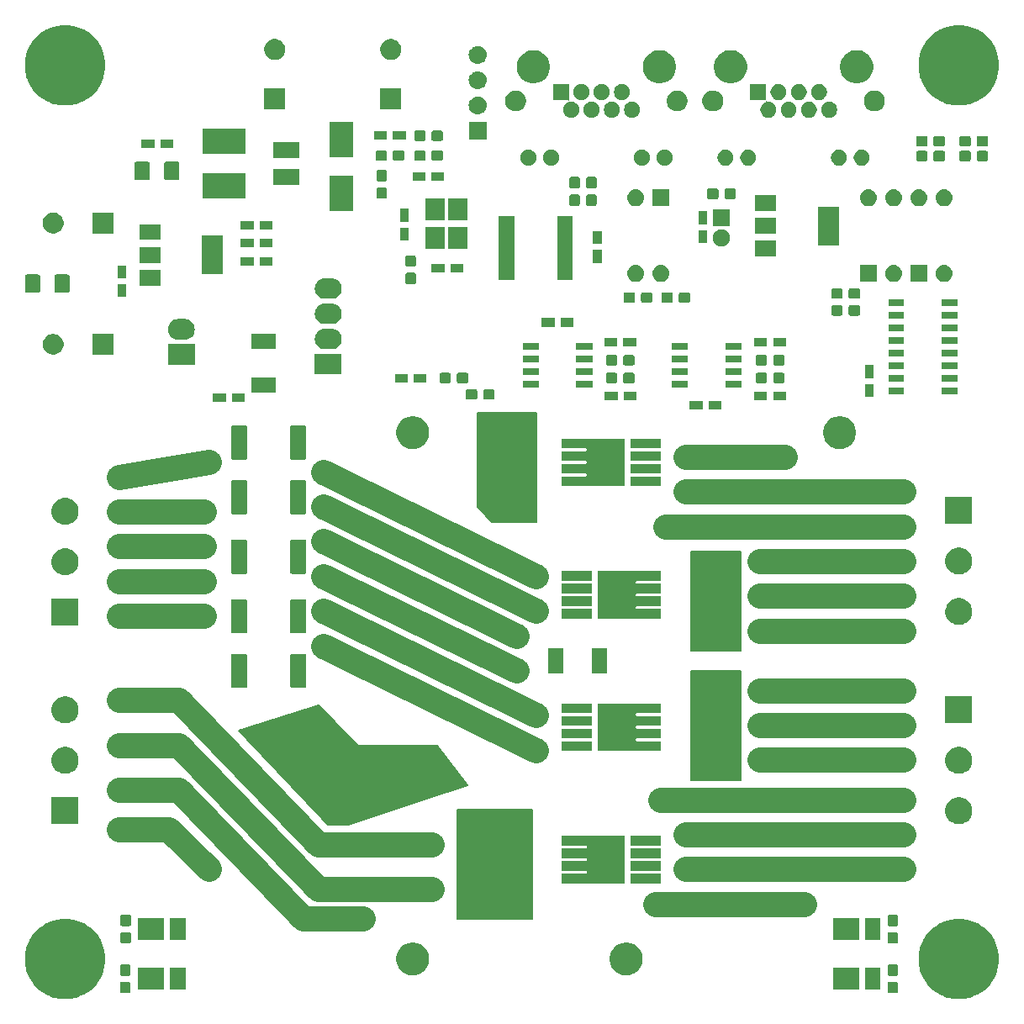
<source format=gbr>
G04 #@! TF.GenerationSoftware,KiCad,Pcbnew,(5.0.1)*
G04 #@! TF.CreationDate,2019-01-31T11:11:09+09:00*
G04 #@! TF.ProjectId,driver,6472697665722E6B696361645F706362,rev?*
G04 #@! TF.SameCoordinates,Original*
G04 #@! TF.FileFunction,Soldermask,Top*
G04 #@! TF.FilePolarity,Negative*
%FSLAX46Y46*%
G04 Gerber Fmt 4.6, Leading zero omitted, Abs format (unit mm)*
G04 Created by KiCad (PCBNEW (5.0.1)) date Thu Jan 31 11:11:09 2019*
%MOMM*%
%LPD*%
G01*
G04 APERTURE LIST*
%ADD10C,0.150000*%
%ADD11C,2.500000*%
G04 #@! TA.AperFunction,NonConductor*
%ADD12C,0.100000*%
G04 #@! TD*
G04 APERTURE END LIST*
D10*
G36*
X138000000Y-121000000D02*
X143000000Y-121000000D01*
X143000000Y-132000000D01*
X138000000Y-132000000D01*
X138000000Y-121000000D01*
G37*
X138000000Y-121000000D02*
X143000000Y-121000000D01*
X143000000Y-132000000D01*
X138000000Y-132000000D01*
X138000000Y-121000000D01*
G36*
X138000000Y-109000000D02*
X142500000Y-109000000D01*
X143000000Y-109000000D01*
X143000000Y-119000000D01*
X138000000Y-119000000D01*
X138000000Y-109000000D01*
G37*
X138000000Y-109000000D02*
X142500000Y-109000000D01*
X143000000Y-109000000D01*
X143000000Y-119000000D01*
X138000000Y-119000000D01*
X138000000Y-109000000D01*
G36*
X114500000Y-135000000D02*
X114500000Y-146000000D01*
X122000000Y-146000000D01*
X122000000Y-135000000D01*
X114500000Y-135000000D01*
G37*
X114500000Y-135000000D02*
X114500000Y-146000000D01*
X122000000Y-146000000D01*
X122000000Y-135000000D01*
X114500000Y-135000000D01*
D11*
X137500000Y-99500000D02*
X147500000Y-99500000D01*
X137500000Y-103000000D02*
X159500000Y-103000000D01*
X135500000Y-106500000D02*
X159500000Y-106500000D01*
X134500000Y-144500000D02*
X149500000Y-144500000D01*
X159500000Y-141000000D02*
X137500000Y-141000000D01*
X137500000Y-137500000D02*
X159500000Y-137500000D01*
X135000000Y-134000000D02*
X159500000Y-134000000D01*
X145000000Y-130000000D02*
X159500000Y-130000000D01*
X145000000Y-126500000D02*
X159500000Y-126500000D01*
X145000000Y-123000000D02*
X159500000Y-123000000D01*
X145000000Y-117000000D02*
X159500000Y-117000000D01*
X145000000Y-113500000D02*
X159500000Y-113500000D01*
X145000000Y-110000000D02*
X159500000Y-110000000D01*
D10*
G36*
X116500000Y-95000000D02*
X116500000Y-104500000D01*
X118000000Y-106000000D01*
X122500000Y-106000000D01*
X122500000Y-95000000D01*
X116500000Y-95000000D01*
G37*
X116500000Y-95000000D02*
X116500000Y-104500000D01*
X118000000Y-106000000D01*
X122500000Y-106000000D01*
X122500000Y-95000000D01*
X116500000Y-95000000D01*
G36*
X92500000Y-127000000D02*
X101500000Y-136500000D01*
X103500000Y-136500000D01*
X115500000Y-132500000D01*
X112500000Y-128500000D01*
X104500000Y-128500000D01*
X100500000Y-124500000D01*
X92500000Y-127000000D01*
G37*
X92500000Y-127000000D02*
X101500000Y-136500000D01*
X103500000Y-136500000D01*
X115500000Y-132500000D01*
X112500000Y-128500000D01*
X104500000Y-128500000D01*
X100500000Y-124500000D01*
X92500000Y-127000000D01*
D11*
X85500000Y-137000000D02*
X89500000Y-141000000D01*
X80500000Y-137000000D02*
X85500000Y-137000000D01*
X86500000Y-133000000D02*
X80500000Y-133000000D01*
X86500000Y-128500000D02*
X80500000Y-128500000D01*
X99000000Y-146000000D02*
X105000000Y-146000000D01*
X100500000Y-143000000D02*
X112000000Y-143000000D01*
X86500000Y-133000000D02*
X99000000Y-146000000D01*
X86500000Y-128500000D02*
X100500000Y-143000000D01*
X100500000Y-138500000D02*
X112000000Y-138500000D01*
X86500000Y-124000000D02*
X100500000Y-138500000D01*
X80500000Y-124000000D02*
X86500000Y-124000000D01*
X80500000Y-115500000D02*
X89000000Y-115500000D01*
X80500000Y-112000000D02*
X89000000Y-112000000D01*
X80500000Y-108500000D02*
X89000000Y-108500000D01*
X89500000Y-100000000D02*
X80500000Y-101500000D01*
X80500000Y-105000000D02*
X89000000Y-105000000D01*
X122500000Y-129000000D02*
X101000000Y-118500000D01*
X122500000Y-125500000D02*
X101000000Y-115000000D01*
X120500000Y-121000000D02*
X101000000Y-111500000D01*
X120500000Y-117500000D02*
X101000000Y-108000000D01*
X122500000Y-115000000D02*
X101000000Y-104500000D01*
X122500000Y-111500000D02*
X101000000Y-101000000D01*
D12*
G36*
X166181632Y-146104677D02*
X166613495Y-146283561D01*
X166918868Y-146410050D01*
X167354305Y-146701000D01*
X167582365Y-146853385D01*
X168146615Y-147417635D01*
X168146617Y-147417638D01*
X168589950Y-148081132D01*
X168634216Y-148188000D01*
X168895323Y-148818368D01*
X169051000Y-149601010D01*
X169051000Y-150398990D01*
X168895323Y-151181632D01*
X168731559Y-151576993D01*
X168589950Y-151918868D01*
X168257853Y-152415885D01*
X168146615Y-152582365D01*
X167582365Y-153146615D01*
X167582362Y-153146617D01*
X166918868Y-153589950D01*
X166613495Y-153716439D01*
X166181632Y-153895323D01*
X165398990Y-154051000D01*
X164601010Y-154051000D01*
X163818368Y-153895323D01*
X163386505Y-153716439D01*
X163081132Y-153589950D01*
X162417638Y-153146617D01*
X162417635Y-153146615D01*
X161853385Y-152582365D01*
X161742147Y-152415885D01*
X161410050Y-151918868D01*
X161268441Y-151576993D01*
X161104677Y-151181632D01*
X160949000Y-150398990D01*
X160949000Y-149601010D01*
X161104677Y-148818368D01*
X161365784Y-148188000D01*
X161410050Y-148081132D01*
X161853383Y-147417638D01*
X161853385Y-147417635D01*
X162417635Y-146853385D01*
X162645695Y-146701000D01*
X163081132Y-146410050D01*
X163386505Y-146283561D01*
X163818368Y-146104677D01*
X164601010Y-145949000D01*
X165398990Y-145949000D01*
X166181632Y-146104677D01*
X166181632Y-146104677D01*
G37*
G36*
X76181632Y-146104677D02*
X76613495Y-146283561D01*
X76918868Y-146410050D01*
X77354305Y-146701000D01*
X77582365Y-146853385D01*
X78146615Y-147417635D01*
X78146617Y-147417638D01*
X78589950Y-148081132D01*
X78634216Y-148188000D01*
X78895323Y-148818368D01*
X79051000Y-149601010D01*
X79051000Y-150398990D01*
X78895323Y-151181632D01*
X78731559Y-151576993D01*
X78589950Y-151918868D01*
X78257853Y-152415885D01*
X78146615Y-152582365D01*
X77582365Y-153146615D01*
X77582362Y-153146617D01*
X76918868Y-153589950D01*
X76613495Y-153716439D01*
X76181632Y-153895323D01*
X75398990Y-154051000D01*
X74601010Y-154051000D01*
X73818368Y-153895323D01*
X73386505Y-153716439D01*
X73081132Y-153589950D01*
X72417638Y-153146617D01*
X72417635Y-153146615D01*
X71853385Y-152582365D01*
X71742147Y-152415885D01*
X71410050Y-151918868D01*
X71268441Y-151576993D01*
X71104677Y-151181632D01*
X70949000Y-150398990D01*
X70949000Y-149601010D01*
X71104677Y-148818368D01*
X71365784Y-148188000D01*
X71410050Y-148081132D01*
X71853383Y-147417638D01*
X71853385Y-147417635D01*
X72417635Y-146853385D01*
X72645695Y-146701000D01*
X73081132Y-146410050D01*
X73386505Y-146283561D01*
X73818368Y-146104677D01*
X74601010Y-145949000D01*
X75398990Y-145949000D01*
X76181632Y-146104677D01*
X76181632Y-146104677D01*
G37*
G36*
X81414499Y-152303445D02*
X81451993Y-152314819D01*
X81486557Y-152333294D01*
X81516847Y-152358153D01*
X81541706Y-152388443D01*
X81560181Y-152423007D01*
X81571555Y-152460501D01*
X81576000Y-152505638D01*
X81576000Y-153244362D01*
X81571555Y-153289499D01*
X81560181Y-153326993D01*
X81541706Y-153361557D01*
X81516847Y-153391847D01*
X81486557Y-153416706D01*
X81451993Y-153435181D01*
X81414499Y-153446555D01*
X81369362Y-153451000D01*
X80730638Y-153451000D01*
X80685501Y-153446555D01*
X80648007Y-153435181D01*
X80613443Y-153416706D01*
X80583153Y-153391847D01*
X80558294Y-153361557D01*
X80539819Y-153326993D01*
X80528445Y-153289499D01*
X80524000Y-153244362D01*
X80524000Y-152505638D01*
X80528445Y-152460501D01*
X80539819Y-152423007D01*
X80558294Y-152388443D01*
X80583153Y-152358153D01*
X80613443Y-152333294D01*
X80648007Y-152314819D01*
X80685501Y-152303445D01*
X80730638Y-152299000D01*
X81369362Y-152299000D01*
X81414499Y-152303445D01*
X81414499Y-152303445D01*
G37*
G36*
X158714499Y-152303445D02*
X158751993Y-152314819D01*
X158786557Y-152333294D01*
X158816847Y-152358153D01*
X158841706Y-152388443D01*
X158860181Y-152423007D01*
X158871555Y-152460501D01*
X158876000Y-152505638D01*
X158876000Y-153244362D01*
X158871555Y-153289499D01*
X158860181Y-153326993D01*
X158841706Y-153361557D01*
X158816847Y-153391847D01*
X158786557Y-153416706D01*
X158751993Y-153435181D01*
X158714499Y-153446555D01*
X158669362Y-153451000D01*
X158030638Y-153451000D01*
X157985501Y-153446555D01*
X157948007Y-153435181D01*
X157913443Y-153416706D01*
X157883153Y-153391847D01*
X157858294Y-153361557D01*
X157839819Y-153326993D01*
X157828445Y-153289499D01*
X157824000Y-153244362D01*
X157824000Y-152505638D01*
X157828445Y-152460501D01*
X157839819Y-152423007D01*
X157858294Y-152388443D01*
X157883153Y-152358153D01*
X157913443Y-152333294D01*
X157948007Y-152314819D01*
X157985501Y-152303445D01*
X158030638Y-152299000D01*
X158669362Y-152299000D01*
X158714499Y-152303445D01*
X158714499Y-152303445D01*
G37*
G36*
X157131000Y-153101000D02*
X155529000Y-153101000D01*
X155529000Y-150899000D01*
X157131000Y-150899000D01*
X157131000Y-153101000D01*
X157131000Y-153101000D01*
G37*
G36*
X154971000Y-153101000D02*
X152369000Y-153101000D01*
X152369000Y-150899000D01*
X154971000Y-150899000D01*
X154971000Y-153101000D01*
X154971000Y-153101000D01*
G37*
G36*
X84971000Y-153101000D02*
X82369000Y-153101000D01*
X82369000Y-150899000D01*
X84971000Y-150899000D01*
X84971000Y-153101000D01*
X84971000Y-153101000D01*
G37*
G36*
X87131000Y-153101000D02*
X85529000Y-153101000D01*
X85529000Y-150899000D01*
X87131000Y-150899000D01*
X87131000Y-153101000D01*
X87131000Y-153101000D01*
G37*
G36*
X158714499Y-150553445D02*
X158751993Y-150564819D01*
X158786557Y-150583294D01*
X158816847Y-150608153D01*
X158841706Y-150638443D01*
X158860181Y-150673007D01*
X158871555Y-150710501D01*
X158876000Y-150755638D01*
X158876000Y-151494362D01*
X158871555Y-151539499D01*
X158860181Y-151576993D01*
X158841706Y-151611557D01*
X158816847Y-151641847D01*
X158786557Y-151666706D01*
X158751993Y-151685181D01*
X158714499Y-151696555D01*
X158669362Y-151701000D01*
X158030638Y-151701000D01*
X157985501Y-151696555D01*
X157948007Y-151685181D01*
X157913443Y-151666706D01*
X157883153Y-151641847D01*
X157858294Y-151611557D01*
X157839819Y-151576993D01*
X157828445Y-151539499D01*
X157824000Y-151494362D01*
X157824000Y-150755638D01*
X157828445Y-150710501D01*
X157839819Y-150673007D01*
X157858294Y-150638443D01*
X157883153Y-150608153D01*
X157913443Y-150583294D01*
X157948007Y-150564819D01*
X157985501Y-150553445D01*
X158030638Y-150549000D01*
X158669362Y-150549000D01*
X158714499Y-150553445D01*
X158714499Y-150553445D01*
G37*
G36*
X81414499Y-150553445D02*
X81451993Y-150564819D01*
X81486557Y-150583294D01*
X81516847Y-150608153D01*
X81541706Y-150638443D01*
X81560181Y-150673007D01*
X81571555Y-150710501D01*
X81576000Y-150755638D01*
X81576000Y-151494362D01*
X81571555Y-151539499D01*
X81560181Y-151576993D01*
X81541706Y-151611557D01*
X81516847Y-151641847D01*
X81486557Y-151666706D01*
X81451993Y-151685181D01*
X81414499Y-151696555D01*
X81369362Y-151701000D01*
X80730638Y-151701000D01*
X80685501Y-151696555D01*
X80648007Y-151685181D01*
X80613443Y-151666706D01*
X80583153Y-151641847D01*
X80558294Y-151611557D01*
X80539819Y-151576993D01*
X80528445Y-151539499D01*
X80524000Y-151494362D01*
X80524000Y-150755638D01*
X80528445Y-150710501D01*
X80539819Y-150673007D01*
X80558294Y-150638443D01*
X80583153Y-150608153D01*
X80613443Y-150583294D01*
X80648007Y-150564819D01*
X80685501Y-150553445D01*
X80730638Y-150549000D01*
X81369362Y-150549000D01*
X81414499Y-150553445D01*
X81414499Y-150553445D01*
G37*
G36*
X131875256Y-148391298D02*
X131981579Y-148412447D01*
X132282042Y-148536903D01*
X132548852Y-148715180D01*
X132552454Y-148717587D01*
X132782413Y-148947546D01*
X132782415Y-148947549D01*
X132963097Y-149217958D01*
X133087553Y-149518421D01*
X133151000Y-149837391D01*
X133151000Y-150162609D01*
X133087553Y-150481579D01*
X132963097Y-150782042D01*
X132884948Y-150899000D01*
X132782413Y-151052454D01*
X132552454Y-151282413D01*
X132552451Y-151282415D01*
X132282042Y-151463097D01*
X131981579Y-151587553D01*
X131875256Y-151608702D01*
X131662611Y-151651000D01*
X131337389Y-151651000D01*
X131124744Y-151608702D01*
X131018421Y-151587553D01*
X130717958Y-151463097D01*
X130447549Y-151282415D01*
X130447546Y-151282413D01*
X130217587Y-151052454D01*
X130115052Y-150899000D01*
X130036903Y-150782042D01*
X129912447Y-150481579D01*
X129849000Y-150162609D01*
X129849000Y-149837391D01*
X129912447Y-149518421D01*
X130036903Y-149217958D01*
X130217585Y-148947549D01*
X130217587Y-148947546D01*
X130447546Y-148717587D01*
X130451148Y-148715180D01*
X130717958Y-148536903D01*
X131018421Y-148412447D01*
X131124744Y-148391298D01*
X131337389Y-148349000D01*
X131662611Y-148349000D01*
X131875256Y-148391298D01*
X131875256Y-148391298D01*
G37*
G36*
X110375256Y-148391298D02*
X110481579Y-148412447D01*
X110782042Y-148536903D01*
X111048852Y-148715180D01*
X111052454Y-148717587D01*
X111282413Y-148947546D01*
X111282415Y-148947549D01*
X111463097Y-149217958D01*
X111587553Y-149518421D01*
X111651000Y-149837391D01*
X111651000Y-150162609D01*
X111587553Y-150481579D01*
X111463097Y-150782042D01*
X111384948Y-150899000D01*
X111282413Y-151052454D01*
X111052454Y-151282413D01*
X111052451Y-151282415D01*
X110782042Y-151463097D01*
X110481579Y-151587553D01*
X110375256Y-151608702D01*
X110162611Y-151651000D01*
X109837389Y-151651000D01*
X109624744Y-151608702D01*
X109518421Y-151587553D01*
X109217958Y-151463097D01*
X108947549Y-151282415D01*
X108947546Y-151282413D01*
X108717587Y-151052454D01*
X108615052Y-150899000D01*
X108536903Y-150782042D01*
X108412447Y-150481579D01*
X108349000Y-150162609D01*
X108349000Y-149837391D01*
X108412447Y-149518421D01*
X108536903Y-149217958D01*
X108717585Y-148947549D01*
X108717587Y-148947546D01*
X108947546Y-148717587D01*
X108951148Y-148715180D01*
X109217958Y-148536903D01*
X109518421Y-148412447D01*
X109624744Y-148391298D01*
X109837389Y-148349000D01*
X110162611Y-148349000D01*
X110375256Y-148391298D01*
X110375256Y-148391298D01*
G37*
G36*
X81464499Y-147303445D02*
X81501993Y-147314819D01*
X81536557Y-147333294D01*
X81566847Y-147358153D01*
X81591706Y-147388443D01*
X81610181Y-147423007D01*
X81621555Y-147460501D01*
X81626000Y-147505638D01*
X81626000Y-148244362D01*
X81621555Y-148289499D01*
X81610181Y-148326993D01*
X81591706Y-148361557D01*
X81566847Y-148391847D01*
X81536557Y-148416706D01*
X81501993Y-148435181D01*
X81464499Y-148446555D01*
X81419362Y-148451000D01*
X80780638Y-148451000D01*
X80735501Y-148446555D01*
X80698007Y-148435181D01*
X80663443Y-148416706D01*
X80633153Y-148391847D01*
X80608294Y-148361557D01*
X80589819Y-148326993D01*
X80578445Y-148289499D01*
X80574000Y-148244362D01*
X80574000Y-147505638D01*
X80578445Y-147460501D01*
X80589819Y-147423007D01*
X80608294Y-147388443D01*
X80633153Y-147358153D01*
X80663443Y-147333294D01*
X80698007Y-147314819D01*
X80735501Y-147303445D01*
X80780638Y-147299000D01*
X81419362Y-147299000D01*
X81464499Y-147303445D01*
X81464499Y-147303445D01*
G37*
G36*
X158714499Y-147303445D02*
X158751993Y-147314819D01*
X158786557Y-147333294D01*
X158816847Y-147358153D01*
X158841706Y-147388443D01*
X158860181Y-147423007D01*
X158871555Y-147460501D01*
X158876000Y-147505638D01*
X158876000Y-148244362D01*
X158871555Y-148289499D01*
X158860181Y-148326993D01*
X158841706Y-148361557D01*
X158816847Y-148391847D01*
X158786557Y-148416706D01*
X158751993Y-148435181D01*
X158714499Y-148446555D01*
X158669362Y-148451000D01*
X158030638Y-148451000D01*
X157985501Y-148446555D01*
X157948007Y-148435181D01*
X157913443Y-148416706D01*
X157883153Y-148391847D01*
X157858294Y-148361557D01*
X157839819Y-148326993D01*
X157828445Y-148289499D01*
X157824000Y-148244362D01*
X157824000Y-147505638D01*
X157828445Y-147460501D01*
X157839819Y-147423007D01*
X157858294Y-147388443D01*
X157883153Y-147358153D01*
X157913443Y-147333294D01*
X157948007Y-147314819D01*
X157985501Y-147303445D01*
X158030638Y-147299000D01*
X158669362Y-147299000D01*
X158714499Y-147303445D01*
X158714499Y-147303445D01*
G37*
G36*
X154971000Y-148101000D02*
X152369000Y-148101000D01*
X152369000Y-145899000D01*
X154971000Y-145899000D01*
X154971000Y-148101000D01*
X154971000Y-148101000D01*
G37*
G36*
X84971000Y-148101000D02*
X82369000Y-148101000D01*
X82369000Y-145899000D01*
X84971000Y-145899000D01*
X84971000Y-148101000D01*
X84971000Y-148101000D01*
G37*
G36*
X87131000Y-148101000D02*
X85529000Y-148101000D01*
X85529000Y-145899000D01*
X87131000Y-145899000D01*
X87131000Y-148101000D01*
X87131000Y-148101000D01*
G37*
G36*
X157131000Y-148101000D02*
X155529000Y-148101000D01*
X155529000Y-145899000D01*
X157131000Y-145899000D01*
X157131000Y-148101000D01*
X157131000Y-148101000D01*
G37*
G36*
X158714499Y-145553445D02*
X158751993Y-145564819D01*
X158786557Y-145583294D01*
X158816847Y-145608153D01*
X158841706Y-145638443D01*
X158860181Y-145673007D01*
X158871555Y-145710501D01*
X158876000Y-145755638D01*
X158876000Y-146494362D01*
X158871555Y-146539499D01*
X158860181Y-146576993D01*
X158841706Y-146611557D01*
X158816847Y-146641847D01*
X158786557Y-146666706D01*
X158751993Y-146685181D01*
X158714499Y-146696555D01*
X158669362Y-146701000D01*
X158030638Y-146701000D01*
X157985501Y-146696555D01*
X157948007Y-146685181D01*
X157913443Y-146666706D01*
X157883153Y-146641847D01*
X157858294Y-146611557D01*
X157839819Y-146576993D01*
X157828445Y-146539499D01*
X157824000Y-146494362D01*
X157824000Y-145755638D01*
X157828445Y-145710501D01*
X157839819Y-145673007D01*
X157858294Y-145638443D01*
X157883153Y-145608153D01*
X157913443Y-145583294D01*
X157948007Y-145564819D01*
X157985501Y-145553445D01*
X158030638Y-145549000D01*
X158669362Y-145549000D01*
X158714499Y-145553445D01*
X158714499Y-145553445D01*
G37*
G36*
X81464499Y-145553445D02*
X81501993Y-145564819D01*
X81536557Y-145583294D01*
X81566847Y-145608153D01*
X81591706Y-145638443D01*
X81610181Y-145673007D01*
X81621555Y-145710501D01*
X81626000Y-145755638D01*
X81626000Y-146494362D01*
X81621555Y-146539499D01*
X81610181Y-146576993D01*
X81591706Y-146611557D01*
X81566847Y-146641847D01*
X81536557Y-146666706D01*
X81501993Y-146685181D01*
X81464499Y-146696555D01*
X81419362Y-146701000D01*
X80780638Y-146701000D01*
X80735501Y-146696555D01*
X80698007Y-146685181D01*
X80663443Y-146666706D01*
X80633153Y-146641847D01*
X80608294Y-146611557D01*
X80589819Y-146576993D01*
X80578445Y-146539499D01*
X80574000Y-146494362D01*
X80574000Y-145755638D01*
X80578445Y-145710501D01*
X80589819Y-145673007D01*
X80608294Y-145638443D01*
X80633153Y-145608153D01*
X80663443Y-145583294D01*
X80698007Y-145564819D01*
X80735501Y-145553445D01*
X80780638Y-145549000D01*
X81419362Y-145549000D01*
X81464499Y-145553445D01*
X81464499Y-145553445D01*
G37*
G36*
X131376000Y-142401000D02*
X127466452Y-142401000D01*
X127446835Y-142390515D01*
X127423386Y-142383402D01*
X127399000Y-142381000D01*
X124974000Y-142381000D01*
X124974000Y-141429000D01*
X127399000Y-141429000D01*
X127423386Y-141426598D01*
X127446835Y-141419485D01*
X127468446Y-141407934D01*
X127487388Y-141392388D01*
X127502934Y-141373446D01*
X127514485Y-141351835D01*
X127521598Y-141328386D01*
X127524000Y-141304000D01*
X127524000Y-141236000D01*
X127521598Y-141211614D01*
X127514485Y-141188165D01*
X127502934Y-141166554D01*
X127487388Y-141147612D01*
X127468446Y-141132066D01*
X127446835Y-141120515D01*
X127423386Y-141113402D01*
X127399000Y-141111000D01*
X124974000Y-141111000D01*
X124974000Y-140159000D01*
X127399000Y-140159000D01*
X127423386Y-140156598D01*
X127446835Y-140149485D01*
X127468446Y-140137934D01*
X127487388Y-140122388D01*
X127502934Y-140103446D01*
X127514485Y-140081835D01*
X127521598Y-140058386D01*
X127524000Y-140034000D01*
X127524000Y-139966000D01*
X127521598Y-139941614D01*
X127514485Y-139918165D01*
X127502934Y-139896554D01*
X127487388Y-139877612D01*
X127468446Y-139862066D01*
X127446835Y-139850515D01*
X127423386Y-139843402D01*
X127399000Y-139841000D01*
X124974000Y-139841000D01*
X124974000Y-138889000D01*
X127399000Y-138889000D01*
X127423386Y-138886598D01*
X127446835Y-138879485D01*
X127468446Y-138867934D01*
X127487388Y-138852388D01*
X127502934Y-138833446D01*
X127514485Y-138811835D01*
X127521598Y-138788386D01*
X127524000Y-138764000D01*
X127524000Y-138696000D01*
X127521598Y-138671614D01*
X127514485Y-138648165D01*
X127502934Y-138626554D01*
X127487388Y-138607612D01*
X127468446Y-138592066D01*
X127446835Y-138580515D01*
X127423386Y-138573402D01*
X127399000Y-138571000D01*
X124974000Y-138571000D01*
X124974000Y-137619000D01*
X127399000Y-137619000D01*
X127423386Y-137616598D01*
X127446835Y-137609485D01*
X127466452Y-137599000D01*
X131376000Y-137599000D01*
X131376000Y-142401000D01*
X131376000Y-142401000D01*
G37*
G36*
X135026000Y-142381000D02*
X131974000Y-142381000D01*
X131974000Y-141429000D01*
X135026000Y-141429000D01*
X135026000Y-142381000D01*
X135026000Y-142381000D01*
G37*
G36*
X135026000Y-141111000D02*
X131974000Y-141111000D01*
X131974000Y-140159000D01*
X135026000Y-140159000D01*
X135026000Y-141111000D01*
X135026000Y-141111000D01*
G37*
G36*
X135026000Y-139841000D02*
X131974000Y-139841000D01*
X131974000Y-138889000D01*
X135026000Y-138889000D01*
X135026000Y-139841000D01*
X135026000Y-139841000D01*
G37*
G36*
X135026000Y-138571000D02*
X131974000Y-138571000D01*
X131974000Y-137619000D01*
X135026000Y-137619000D01*
X135026000Y-138571000D01*
X135026000Y-138571000D01*
G37*
G36*
X165263567Y-133754959D02*
X165394072Y-133780918D01*
X165639939Y-133882759D01*
X165860464Y-134030110D01*
X165861215Y-134030612D01*
X166049388Y-134218785D01*
X166049390Y-134218788D01*
X166197241Y-134440061D01*
X166299082Y-134685928D01*
X166351000Y-134946938D01*
X166351000Y-135213062D01*
X166299082Y-135474072D01*
X166197241Y-135719939D01*
X166049890Y-135940464D01*
X166049388Y-135941215D01*
X165861215Y-136129388D01*
X165861212Y-136129390D01*
X165639939Y-136277241D01*
X165394072Y-136379082D01*
X165263567Y-136405041D01*
X165133063Y-136431000D01*
X164866937Y-136431000D01*
X164736433Y-136405041D01*
X164605928Y-136379082D01*
X164360061Y-136277241D01*
X164138788Y-136129390D01*
X164138785Y-136129388D01*
X163950612Y-135941215D01*
X163950110Y-135940464D01*
X163802759Y-135719939D01*
X163700918Y-135474072D01*
X163649000Y-135213062D01*
X163649000Y-134946938D01*
X163700918Y-134685928D01*
X163802759Y-134440061D01*
X163950610Y-134218788D01*
X163950612Y-134218785D01*
X164138785Y-134030612D01*
X164139536Y-134030110D01*
X164360061Y-133882759D01*
X164605928Y-133780918D01*
X164736433Y-133754959D01*
X164866937Y-133729000D01*
X165133063Y-133729000D01*
X165263567Y-133754959D01*
X165263567Y-133754959D01*
G37*
G36*
X76351000Y-136431000D02*
X73649000Y-136431000D01*
X73649000Y-133729000D01*
X76351000Y-133729000D01*
X76351000Y-136431000D01*
X76351000Y-136431000D01*
G37*
G36*
X165263567Y-128674959D02*
X165394072Y-128700918D01*
X165639939Y-128802759D01*
X165860464Y-128950110D01*
X165861215Y-128950612D01*
X166049388Y-129138785D01*
X166049390Y-129138788D01*
X166197241Y-129360061D01*
X166299082Y-129605928D01*
X166351000Y-129866938D01*
X166351000Y-130133062D01*
X166299082Y-130394072D01*
X166197241Y-130639939D01*
X166049890Y-130860464D01*
X166049388Y-130861215D01*
X165861215Y-131049388D01*
X165861212Y-131049390D01*
X165639939Y-131197241D01*
X165394072Y-131299082D01*
X165263567Y-131325041D01*
X165133063Y-131351000D01*
X164866937Y-131351000D01*
X164736433Y-131325041D01*
X164605928Y-131299082D01*
X164360061Y-131197241D01*
X164138788Y-131049390D01*
X164138785Y-131049388D01*
X163950612Y-130861215D01*
X163950110Y-130860464D01*
X163802759Y-130639939D01*
X163700918Y-130394072D01*
X163649000Y-130133062D01*
X163649000Y-129866938D01*
X163700918Y-129605928D01*
X163802759Y-129360061D01*
X163950610Y-129138788D01*
X163950612Y-129138785D01*
X164138785Y-128950612D01*
X164139536Y-128950110D01*
X164360061Y-128802759D01*
X164605928Y-128700918D01*
X164736433Y-128674959D01*
X164866937Y-128649000D01*
X165133063Y-128649000D01*
X165263567Y-128674959D01*
X165263567Y-128674959D01*
G37*
G36*
X75263567Y-128674959D02*
X75394072Y-128700918D01*
X75639939Y-128802759D01*
X75860464Y-128950110D01*
X75861215Y-128950612D01*
X76049388Y-129138785D01*
X76049390Y-129138788D01*
X76197241Y-129360061D01*
X76299082Y-129605928D01*
X76351000Y-129866938D01*
X76351000Y-130133062D01*
X76299082Y-130394072D01*
X76197241Y-130639939D01*
X76049890Y-130860464D01*
X76049388Y-130861215D01*
X75861215Y-131049388D01*
X75861212Y-131049390D01*
X75639939Y-131197241D01*
X75394072Y-131299082D01*
X75263567Y-131325041D01*
X75133063Y-131351000D01*
X74866937Y-131351000D01*
X74736433Y-131325041D01*
X74605928Y-131299082D01*
X74360061Y-131197241D01*
X74138788Y-131049390D01*
X74138785Y-131049388D01*
X73950612Y-130861215D01*
X73950110Y-130860464D01*
X73802759Y-130639939D01*
X73700918Y-130394072D01*
X73649000Y-130133062D01*
X73649000Y-129866938D01*
X73700918Y-129605928D01*
X73802759Y-129360061D01*
X73950610Y-129138788D01*
X73950612Y-129138785D01*
X74138785Y-128950612D01*
X74139536Y-128950110D01*
X74360061Y-128802759D01*
X74605928Y-128700918D01*
X74736433Y-128674959D01*
X74866937Y-128649000D01*
X75133063Y-128649000D01*
X75263567Y-128674959D01*
X75263567Y-128674959D01*
G37*
G36*
X132553165Y-124276185D02*
X132576614Y-124283298D01*
X132601000Y-124285700D01*
X135026000Y-124285700D01*
X135026000Y-125237700D01*
X132601000Y-125237700D01*
X132576614Y-125240102D01*
X132553165Y-125247215D01*
X132531554Y-125258766D01*
X132512612Y-125274312D01*
X132497066Y-125293254D01*
X132485515Y-125314865D01*
X132478402Y-125338314D01*
X132476000Y-125362700D01*
X132476000Y-125430700D01*
X132478402Y-125455086D01*
X132485515Y-125478535D01*
X132497066Y-125500146D01*
X132512612Y-125519088D01*
X132531554Y-125534634D01*
X132553165Y-125546185D01*
X132576614Y-125553298D01*
X132601000Y-125555700D01*
X135026000Y-125555700D01*
X135026000Y-126507700D01*
X132601000Y-126507700D01*
X132576614Y-126510102D01*
X132553165Y-126517215D01*
X132531554Y-126528766D01*
X132512612Y-126544312D01*
X132497066Y-126563254D01*
X132485515Y-126584865D01*
X132478402Y-126608314D01*
X132476000Y-126632700D01*
X132476000Y-126700700D01*
X132478402Y-126725086D01*
X132485515Y-126748535D01*
X132497066Y-126770146D01*
X132512612Y-126789088D01*
X132531554Y-126804634D01*
X132553165Y-126816185D01*
X132576614Y-126823298D01*
X132601000Y-126825700D01*
X135026000Y-126825700D01*
X135026000Y-127777700D01*
X132601000Y-127777700D01*
X132576614Y-127780102D01*
X132553165Y-127787215D01*
X132531554Y-127798766D01*
X132512612Y-127814312D01*
X132497066Y-127833254D01*
X132485515Y-127854865D01*
X132478402Y-127878314D01*
X132476000Y-127902700D01*
X132476000Y-127970700D01*
X132478402Y-127995086D01*
X132485515Y-128018535D01*
X132497066Y-128040146D01*
X132512612Y-128059088D01*
X132531554Y-128074634D01*
X132553165Y-128086185D01*
X132576614Y-128093298D01*
X132601000Y-128095700D01*
X135026000Y-128095700D01*
X135026000Y-129047700D01*
X132601000Y-129047700D01*
X132576614Y-129050102D01*
X132553165Y-129057215D01*
X132533548Y-129067700D01*
X128624000Y-129067700D01*
X128624000Y-124265700D01*
X132533548Y-124265700D01*
X132553165Y-124276185D01*
X132553165Y-124276185D01*
G37*
G36*
X128026000Y-129047700D02*
X124974000Y-129047700D01*
X124974000Y-128095700D01*
X128026000Y-128095700D01*
X128026000Y-129047700D01*
X128026000Y-129047700D01*
G37*
G36*
X128026000Y-127777700D02*
X124974000Y-127777700D01*
X124974000Y-126825700D01*
X128026000Y-126825700D01*
X128026000Y-127777700D01*
X128026000Y-127777700D01*
G37*
G36*
X128026000Y-126507700D02*
X124974000Y-126507700D01*
X124974000Y-125555700D01*
X128026000Y-125555700D01*
X128026000Y-126507700D01*
X128026000Y-126507700D01*
G37*
G36*
X166351000Y-126271000D02*
X163649000Y-126271000D01*
X163649000Y-123569000D01*
X166351000Y-123569000D01*
X166351000Y-126271000D01*
X166351000Y-126271000D01*
G37*
G36*
X75263567Y-123594959D02*
X75394072Y-123620918D01*
X75639939Y-123722759D01*
X75860464Y-123870110D01*
X75861215Y-123870612D01*
X76049388Y-124058785D01*
X76049390Y-124058788D01*
X76197241Y-124280061D01*
X76299082Y-124525928D01*
X76351000Y-124786938D01*
X76351000Y-125053062D01*
X76299082Y-125314072D01*
X76197241Y-125559939D01*
X76049890Y-125780464D01*
X76049388Y-125781215D01*
X75861215Y-125969388D01*
X75861212Y-125969390D01*
X75639939Y-126117241D01*
X75394072Y-126219082D01*
X75263567Y-126245041D01*
X75133063Y-126271000D01*
X74866937Y-126271000D01*
X74736433Y-126245041D01*
X74605928Y-126219082D01*
X74360061Y-126117241D01*
X74138788Y-125969390D01*
X74138785Y-125969388D01*
X73950612Y-125781215D01*
X73950110Y-125780464D01*
X73802759Y-125559939D01*
X73700918Y-125314072D01*
X73649000Y-125053062D01*
X73649000Y-124786938D01*
X73700918Y-124525928D01*
X73802759Y-124280061D01*
X73950610Y-124058788D01*
X73950612Y-124058785D01*
X74138785Y-123870612D01*
X74139536Y-123870110D01*
X74360061Y-123722759D01*
X74605928Y-123620918D01*
X74736433Y-123594959D01*
X74866937Y-123569000D01*
X75133063Y-123569000D01*
X75263567Y-123594959D01*
X75263567Y-123594959D01*
G37*
G36*
X128026000Y-125237700D02*
X124974000Y-125237700D01*
X124974000Y-124285700D01*
X128026000Y-124285700D01*
X128026000Y-125237700D01*
X128026000Y-125237700D01*
G37*
G36*
X93178821Y-119278103D02*
X93212982Y-119288466D01*
X93244464Y-119305293D01*
X93272060Y-119327940D01*
X93294707Y-119355536D01*
X93311534Y-119387018D01*
X93321897Y-119421179D01*
X93326000Y-119462842D01*
X93326000Y-122537158D01*
X93321897Y-122578821D01*
X93311534Y-122612982D01*
X93294707Y-122644464D01*
X93272060Y-122672060D01*
X93244464Y-122694707D01*
X93212982Y-122711534D01*
X93178821Y-122721897D01*
X93137158Y-122726000D01*
X91887842Y-122726000D01*
X91846179Y-122721897D01*
X91812018Y-122711534D01*
X91780536Y-122694707D01*
X91752940Y-122672060D01*
X91730293Y-122644464D01*
X91713466Y-122612982D01*
X91703103Y-122578821D01*
X91699000Y-122537158D01*
X91699000Y-119462842D01*
X91703103Y-119421179D01*
X91713466Y-119387018D01*
X91730293Y-119355536D01*
X91752940Y-119327940D01*
X91780536Y-119305293D01*
X91812018Y-119288466D01*
X91846179Y-119278103D01*
X91887842Y-119274000D01*
X93137158Y-119274000D01*
X93178821Y-119278103D01*
X93178821Y-119278103D01*
G37*
G36*
X99153821Y-119278103D02*
X99187982Y-119288466D01*
X99219464Y-119305293D01*
X99247060Y-119327940D01*
X99269707Y-119355536D01*
X99286534Y-119387018D01*
X99296897Y-119421179D01*
X99301000Y-119462842D01*
X99301000Y-122537158D01*
X99296897Y-122578821D01*
X99286534Y-122612982D01*
X99269707Y-122644464D01*
X99247060Y-122672060D01*
X99219464Y-122694707D01*
X99187982Y-122711534D01*
X99153821Y-122721897D01*
X99112158Y-122726000D01*
X97862842Y-122726000D01*
X97821179Y-122721897D01*
X97787018Y-122711534D01*
X97755536Y-122694707D01*
X97727940Y-122672060D01*
X97705293Y-122644464D01*
X97688466Y-122612982D01*
X97678103Y-122578821D01*
X97674000Y-122537158D01*
X97674000Y-119462842D01*
X97678103Y-119421179D01*
X97688466Y-119387018D01*
X97705293Y-119355536D01*
X97727940Y-119327940D01*
X97755536Y-119305293D01*
X97787018Y-119288466D01*
X97821179Y-119278103D01*
X97862842Y-119274000D01*
X99112158Y-119274000D01*
X99153821Y-119278103D01*
X99153821Y-119278103D01*
G37*
G36*
X129576000Y-121250950D02*
X128024000Y-121250950D01*
X128024000Y-118748950D01*
X129576000Y-118748950D01*
X129576000Y-121250950D01*
X129576000Y-121250950D01*
G37*
G36*
X125176000Y-121250950D02*
X123624000Y-121250950D01*
X123624000Y-118748950D01*
X125176000Y-118748950D01*
X125176000Y-121250950D01*
X125176000Y-121250950D01*
G37*
G36*
X93178821Y-113778103D02*
X93212982Y-113788466D01*
X93244464Y-113805293D01*
X93272060Y-113827940D01*
X93294707Y-113855536D01*
X93311534Y-113887018D01*
X93321897Y-113921179D01*
X93326000Y-113962842D01*
X93326000Y-117037158D01*
X93321897Y-117078821D01*
X93311534Y-117112982D01*
X93294707Y-117144464D01*
X93272060Y-117172060D01*
X93244464Y-117194707D01*
X93212982Y-117211534D01*
X93178821Y-117221897D01*
X93137158Y-117226000D01*
X91887842Y-117226000D01*
X91846179Y-117221897D01*
X91812018Y-117211534D01*
X91780536Y-117194707D01*
X91752940Y-117172060D01*
X91730293Y-117144464D01*
X91713466Y-117112982D01*
X91703103Y-117078821D01*
X91699000Y-117037158D01*
X91699000Y-113962842D01*
X91703103Y-113921179D01*
X91713466Y-113887018D01*
X91730293Y-113855536D01*
X91752940Y-113827940D01*
X91780536Y-113805293D01*
X91812018Y-113788466D01*
X91846179Y-113778103D01*
X91887842Y-113774000D01*
X93137158Y-113774000D01*
X93178821Y-113778103D01*
X93178821Y-113778103D01*
G37*
G36*
X99153821Y-113778103D02*
X99187982Y-113788466D01*
X99219464Y-113805293D01*
X99247060Y-113827940D01*
X99269707Y-113855536D01*
X99286534Y-113887018D01*
X99296897Y-113921179D01*
X99301000Y-113962842D01*
X99301000Y-117037158D01*
X99296897Y-117078821D01*
X99286534Y-117112982D01*
X99269707Y-117144464D01*
X99247060Y-117172060D01*
X99219464Y-117194707D01*
X99187982Y-117211534D01*
X99153821Y-117221897D01*
X99112158Y-117226000D01*
X97862842Y-117226000D01*
X97821179Y-117221897D01*
X97787018Y-117211534D01*
X97755536Y-117194707D01*
X97727940Y-117172060D01*
X97705293Y-117144464D01*
X97688466Y-117112982D01*
X97678103Y-117078821D01*
X97674000Y-117037158D01*
X97674000Y-113962842D01*
X97678103Y-113921179D01*
X97688466Y-113887018D01*
X97705293Y-113855536D01*
X97727940Y-113827940D01*
X97755536Y-113805293D01*
X97787018Y-113788466D01*
X97821179Y-113778103D01*
X97862842Y-113774000D01*
X99112158Y-113774000D01*
X99153821Y-113778103D01*
X99153821Y-113778103D01*
G37*
G36*
X76351000Y-116431000D02*
X73649000Y-116431000D01*
X73649000Y-113729000D01*
X76351000Y-113729000D01*
X76351000Y-116431000D01*
X76351000Y-116431000D01*
G37*
G36*
X165263567Y-113674959D02*
X165394072Y-113700918D01*
X165639939Y-113802759D01*
X165843314Y-113938651D01*
X165861215Y-113950612D01*
X166049388Y-114138785D01*
X166049390Y-114138788D01*
X166197241Y-114360061D01*
X166264096Y-114521465D01*
X166299082Y-114605929D01*
X166329709Y-114759898D01*
X166351000Y-114866938D01*
X166351000Y-115133062D01*
X166299082Y-115394072D01*
X166197241Y-115639939D01*
X166049890Y-115860464D01*
X166049388Y-115861215D01*
X165861215Y-116049388D01*
X165861212Y-116049390D01*
X165639939Y-116197241D01*
X165394072Y-116299082D01*
X165263567Y-116325041D01*
X165133063Y-116351000D01*
X164866937Y-116351000D01*
X164736433Y-116325041D01*
X164605928Y-116299082D01*
X164360061Y-116197241D01*
X164138788Y-116049390D01*
X164138785Y-116049388D01*
X163950612Y-115861215D01*
X163950110Y-115860464D01*
X163802759Y-115639939D01*
X163700918Y-115394072D01*
X163649000Y-115133062D01*
X163649000Y-114866938D01*
X163670292Y-114759898D01*
X163700918Y-114605929D01*
X163735904Y-114521465D01*
X163802759Y-114360061D01*
X163950610Y-114138788D01*
X163950612Y-114138785D01*
X164138785Y-113950612D01*
X164156686Y-113938651D01*
X164360061Y-113802759D01*
X164605928Y-113700918D01*
X164736433Y-113674959D01*
X164866937Y-113649000D01*
X165133063Y-113649000D01*
X165263567Y-113674959D01*
X165263567Y-113674959D01*
G37*
G36*
X132553165Y-110942785D02*
X132576614Y-110949898D01*
X132601000Y-110952300D01*
X135026000Y-110952300D01*
X135026000Y-111904300D01*
X132601000Y-111904300D01*
X132576614Y-111906702D01*
X132553165Y-111913815D01*
X132531554Y-111925366D01*
X132512612Y-111940912D01*
X132497066Y-111959854D01*
X132485515Y-111981465D01*
X132478402Y-112004914D01*
X132476000Y-112029300D01*
X132476000Y-112097300D01*
X132478402Y-112121686D01*
X132485515Y-112145135D01*
X132497066Y-112166746D01*
X132512612Y-112185688D01*
X132531554Y-112201234D01*
X132553165Y-112212785D01*
X132576614Y-112219898D01*
X132601000Y-112222300D01*
X135026000Y-112222300D01*
X135026000Y-113174300D01*
X132601000Y-113174300D01*
X132576614Y-113176702D01*
X132553165Y-113183815D01*
X132531554Y-113195366D01*
X132512612Y-113210912D01*
X132497066Y-113229854D01*
X132485515Y-113251465D01*
X132478402Y-113274914D01*
X132476000Y-113299300D01*
X132476000Y-113367300D01*
X132478402Y-113391686D01*
X132485515Y-113415135D01*
X132497066Y-113436746D01*
X132512612Y-113455688D01*
X132531554Y-113471234D01*
X132553165Y-113482785D01*
X132576614Y-113489898D01*
X132601000Y-113492300D01*
X135026000Y-113492300D01*
X135026000Y-114444300D01*
X132601000Y-114444300D01*
X132576614Y-114446702D01*
X132553165Y-114453815D01*
X132531554Y-114465366D01*
X132512612Y-114480912D01*
X132497066Y-114499854D01*
X132485515Y-114521465D01*
X132478402Y-114544914D01*
X132476000Y-114569300D01*
X132476000Y-114637300D01*
X132478402Y-114661686D01*
X132485515Y-114685135D01*
X132497066Y-114706746D01*
X132512612Y-114725688D01*
X132531554Y-114741234D01*
X132553165Y-114752785D01*
X132576614Y-114759898D01*
X132601000Y-114762300D01*
X135026000Y-114762300D01*
X135026000Y-115714300D01*
X132601000Y-115714300D01*
X132576614Y-115716702D01*
X132553165Y-115723815D01*
X132533548Y-115734300D01*
X128624000Y-115734300D01*
X128624000Y-110932300D01*
X132533548Y-110932300D01*
X132553165Y-110942785D01*
X132553165Y-110942785D01*
G37*
G36*
X128026000Y-115714300D02*
X124974000Y-115714300D01*
X124974000Y-114762300D01*
X128026000Y-114762300D01*
X128026000Y-115714300D01*
X128026000Y-115714300D01*
G37*
G36*
X128026000Y-114444300D02*
X124974000Y-114444300D01*
X124974000Y-113492300D01*
X128026000Y-113492300D01*
X128026000Y-114444300D01*
X128026000Y-114444300D01*
G37*
G36*
X128026000Y-113174300D02*
X124974000Y-113174300D01*
X124974000Y-112222300D01*
X128026000Y-112222300D01*
X128026000Y-113174300D01*
X128026000Y-113174300D01*
G37*
G36*
X128026000Y-111904300D02*
X124974000Y-111904300D01*
X124974000Y-110952300D01*
X128026000Y-110952300D01*
X128026000Y-111904300D01*
X128026000Y-111904300D01*
G37*
G36*
X75263567Y-108674959D02*
X75394072Y-108700918D01*
X75639939Y-108802759D01*
X75860464Y-108950110D01*
X75861215Y-108950612D01*
X76049388Y-109138785D01*
X76049390Y-109138788D01*
X76197241Y-109360061D01*
X76299082Y-109605928D01*
X76351000Y-109866938D01*
X76351000Y-110133062D01*
X76299082Y-110394072D01*
X76197241Y-110639939D01*
X76049890Y-110860464D01*
X76049388Y-110861215D01*
X75861215Y-111049388D01*
X75861212Y-111049390D01*
X75639939Y-111197241D01*
X75394072Y-111299082D01*
X75263567Y-111325041D01*
X75133063Y-111351000D01*
X74866937Y-111351000D01*
X74736433Y-111325041D01*
X74605928Y-111299082D01*
X74360061Y-111197241D01*
X74138788Y-111049390D01*
X74138785Y-111049388D01*
X73950612Y-110861215D01*
X73950110Y-110860464D01*
X73802759Y-110639939D01*
X73700918Y-110394072D01*
X73649000Y-110133062D01*
X73649000Y-109866938D01*
X73700918Y-109605928D01*
X73802759Y-109360061D01*
X73950610Y-109138788D01*
X73950612Y-109138785D01*
X74138785Y-108950612D01*
X74139536Y-108950110D01*
X74360061Y-108802759D01*
X74605928Y-108700918D01*
X74736433Y-108674959D01*
X74866937Y-108649000D01*
X75133063Y-108649000D01*
X75263567Y-108674959D01*
X75263567Y-108674959D01*
G37*
G36*
X165263567Y-108594959D02*
X165394072Y-108620918D01*
X165639939Y-108722759D01*
X165860464Y-108870110D01*
X165861215Y-108870612D01*
X166049388Y-109058785D01*
X166049390Y-109058788D01*
X166197241Y-109280061D01*
X166299082Y-109525928D01*
X166351000Y-109786938D01*
X166351000Y-110053062D01*
X166299082Y-110314072D01*
X166197241Y-110559939D01*
X166049890Y-110780464D01*
X166049388Y-110781215D01*
X165861215Y-110969388D01*
X165861212Y-110969390D01*
X165639939Y-111117241D01*
X165394072Y-111219082D01*
X165263567Y-111245041D01*
X165133063Y-111271000D01*
X164866937Y-111271000D01*
X164736433Y-111245041D01*
X164605928Y-111219082D01*
X164360061Y-111117241D01*
X164138788Y-110969390D01*
X164138785Y-110969388D01*
X163950612Y-110781215D01*
X163950110Y-110780464D01*
X163802759Y-110559939D01*
X163700918Y-110314072D01*
X163649000Y-110053062D01*
X163649000Y-109786938D01*
X163700918Y-109525928D01*
X163802759Y-109280061D01*
X163950610Y-109058788D01*
X163950612Y-109058785D01*
X164138785Y-108870612D01*
X164139536Y-108870110D01*
X164360061Y-108722759D01*
X164605928Y-108620918D01*
X164736433Y-108594959D01*
X164866937Y-108569000D01*
X165133063Y-108569000D01*
X165263567Y-108594959D01*
X165263567Y-108594959D01*
G37*
G36*
X93178821Y-107778103D02*
X93212982Y-107788466D01*
X93244464Y-107805293D01*
X93272060Y-107827940D01*
X93294707Y-107855536D01*
X93311534Y-107887018D01*
X93321897Y-107921179D01*
X93326000Y-107962842D01*
X93326000Y-111037158D01*
X93321897Y-111078821D01*
X93311534Y-111112982D01*
X93294707Y-111144464D01*
X93272060Y-111172060D01*
X93244464Y-111194707D01*
X93212982Y-111211534D01*
X93178821Y-111221897D01*
X93137158Y-111226000D01*
X91887842Y-111226000D01*
X91846179Y-111221897D01*
X91812018Y-111211534D01*
X91780536Y-111194707D01*
X91752940Y-111172060D01*
X91730293Y-111144464D01*
X91713466Y-111112982D01*
X91703103Y-111078821D01*
X91699000Y-111037158D01*
X91699000Y-107962842D01*
X91703103Y-107921179D01*
X91713466Y-107887018D01*
X91730293Y-107855536D01*
X91752940Y-107827940D01*
X91780536Y-107805293D01*
X91812018Y-107788466D01*
X91846179Y-107778103D01*
X91887842Y-107774000D01*
X93137158Y-107774000D01*
X93178821Y-107778103D01*
X93178821Y-107778103D01*
G37*
G36*
X99153821Y-107778103D02*
X99187982Y-107788466D01*
X99219464Y-107805293D01*
X99247060Y-107827940D01*
X99269707Y-107855536D01*
X99286534Y-107887018D01*
X99296897Y-107921179D01*
X99301000Y-107962842D01*
X99301000Y-111037158D01*
X99296897Y-111078821D01*
X99286534Y-111112982D01*
X99269707Y-111144464D01*
X99247060Y-111172060D01*
X99219464Y-111194707D01*
X99187982Y-111211534D01*
X99153821Y-111221897D01*
X99112158Y-111226000D01*
X97862842Y-111226000D01*
X97821179Y-111221897D01*
X97787018Y-111211534D01*
X97755536Y-111194707D01*
X97727940Y-111172060D01*
X97705293Y-111144464D01*
X97688466Y-111112982D01*
X97678103Y-111078821D01*
X97674000Y-111037158D01*
X97674000Y-107962842D01*
X97678103Y-107921179D01*
X97688466Y-107887018D01*
X97705293Y-107855536D01*
X97727940Y-107827940D01*
X97755536Y-107805293D01*
X97787018Y-107788466D01*
X97821179Y-107778103D01*
X97862842Y-107774000D01*
X99112158Y-107774000D01*
X99153821Y-107778103D01*
X99153821Y-107778103D01*
G37*
G36*
X75263567Y-103594959D02*
X75394072Y-103620918D01*
X75639939Y-103722759D01*
X75860464Y-103870110D01*
X75861215Y-103870612D01*
X76049388Y-104058785D01*
X76049390Y-104058788D01*
X76197241Y-104280061D01*
X76299082Y-104525928D01*
X76351000Y-104786938D01*
X76351000Y-105053062D01*
X76299082Y-105314072D01*
X76197241Y-105559939D01*
X76049890Y-105780464D01*
X76049388Y-105781215D01*
X75861215Y-105969388D01*
X75861212Y-105969390D01*
X75639939Y-106117241D01*
X75394072Y-106219082D01*
X75263567Y-106245041D01*
X75133063Y-106271000D01*
X74866937Y-106271000D01*
X74736433Y-106245041D01*
X74605928Y-106219082D01*
X74360061Y-106117241D01*
X74138788Y-105969390D01*
X74138785Y-105969388D01*
X73950612Y-105781215D01*
X73950110Y-105780464D01*
X73802759Y-105559939D01*
X73700918Y-105314072D01*
X73649000Y-105053062D01*
X73649000Y-104786938D01*
X73700918Y-104525928D01*
X73802759Y-104280061D01*
X73950610Y-104058788D01*
X73950612Y-104058785D01*
X74138785Y-103870612D01*
X74139536Y-103870110D01*
X74360061Y-103722759D01*
X74605928Y-103620918D01*
X74736433Y-103594959D01*
X74866937Y-103569000D01*
X75133063Y-103569000D01*
X75263567Y-103594959D01*
X75263567Y-103594959D01*
G37*
G36*
X166351000Y-106191000D02*
X163649000Y-106191000D01*
X163649000Y-103489000D01*
X166351000Y-103489000D01*
X166351000Y-106191000D01*
X166351000Y-106191000D01*
G37*
G36*
X93178821Y-101778103D02*
X93212982Y-101788466D01*
X93244464Y-101805293D01*
X93272060Y-101827940D01*
X93294707Y-101855536D01*
X93311534Y-101887018D01*
X93321897Y-101921179D01*
X93326000Y-101962842D01*
X93326000Y-105037158D01*
X93321897Y-105078821D01*
X93311534Y-105112982D01*
X93294707Y-105144464D01*
X93272060Y-105172060D01*
X93244464Y-105194707D01*
X93212982Y-105211534D01*
X93178821Y-105221897D01*
X93137158Y-105226000D01*
X91887842Y-105226000D01*
X91846179Y-105221897D01*
X91812018Y-105211534D01*
X91780536Y-105194707D01*
X91752940Y-105172060D01*
X91730293Y-105144464D01*
X91713466Y-105112982D01*
X91703103Y-105078821D01*
X91699000Y-105037158D01*
X91699000Y-101962842D01*
X91703103Y-101921179D01*
X91713466Y-101887018D01*
X91730293Y-101855536D01*
X91752940Y-101827940D01*
X91780536Y-101805293D01*
X91812018Y-101788466D01*
X91846179Y-101778103D01*
X91887842Y-101774000D01*
X93137158Y-101774000D01*
X93178821Y-101778103D01*
X93178821Y-101778103D01*
G37*
G36*
X99153821Y-101778103D02*
X99187982Y-101788466D01*
X99219464Y-101805293D01*
X99247060Y-101827940D01*
X99269707Y-101855536D01*
X99286534Y-101887018D01*
X99296897Y-101921179D01*
X99301000Y-101962842D01*
X99301000Y-105037158D01*
X99296897Y-105078821D01*
X99286534Y-105112982D01*
X99269707Y-105144464D01*
X99247060Y-105172060D01*
X99219464Y-105194707D01*
X99187982Y-105211534D01*
X99153821Y-105221897D01*
X99112158Y-105226000D01*
X97862842Y-105226000D01*
X97821179Y-105221897D01*
X97787018Y-105211534D01*
X97755536Y-105194707D01*
X97727940Y-105172060D01*
X97705293Y-105144464D01*
X97688466Y-105112982D01*
X97678103Y-105078821D01*
X97674000Y-105037158D01*
X97674000Y-101962842D01*
X97678103Y-101921179D01*
X97688466Y-101887018D01*
X97705293Y-101855536D01*
X97727940Y-101827940D01*
X97755536Y-101805293D01*
X97787018Y-101788466D01*
X97821179Y-101778103D01*
X97862842Y-101774000D01*
X99112158Y-101774000D01*
X99153821Y-101778103D01*
X99153821Y-101778103D01*
G37*
G36*
X131376000Y-102401000D02*
X127466452Y-102401000D01*
X127446835Y-102390515D01*
X127423386Y-102383402D01*
X127399000Y-102381000D01*
X124974000Y-102381000D01*
X124974000Y-101429000D01*
X127399000Y-101429000D01*
X127423386Y-101426598D01*
X127446835Y-101419485D01*
X127468446Y-101407934D01*
X127487388Y-101392388D01*
X127502934Y-101373446D01*
X127514485Y-101351835D01*
X127521598Y-101328386D01*
X127524000Y-101304000D01*
X127524000Y-101236000D01*
X127521598Y-101211614D01*
X127514485Y-101188165D01*
X127502934Y-101166554D01*
X127487388Y-101147612D01*
X127468446Y-101132066D01*
X127446835Y-101120515D01*
X127423386Y-101113402D01*
X127399000Y-101111000D01*
X124974000Y-101111000D01*
X124974000Y-100159000D01*
X127399000Y-100159000D01*
X127423386Y-100156598D01*
X127446835Y-100149485D01*
X127468446Y-100137934D01*
X127487388Y-100122388D01*
X127502934Y-100103446D01*
X127514485Y-100081835D01*
X127521598Y-100058386D01*
X127524000Y-100034000D01*
X127524000Y-99966000D01*
X127521598Y-99941614D01*
X127514485Y-99918165D01*
X127502934Y-99896554D01*
X127487388Y-99877612D01*
X127468446Y-99862066D01*
X127446835Y-99850515D01*
X127423386Y-99843402D01*
X127399000Y-99841000D01*
X124974000Y-99841000D01*
X124974000Y-98889000D01*
X127399000Y-98889000D01*
X127423386Y-98886598D01*
X127446835Y-98879485D01*
X127468446Y-98867934D01*
X127487388Y-98852388D01*
X127502934Y-98833446D01*
X127514485Y-98811835D01*
X127521598Y-98788386D01*
X127524000Y-98764000D01*
X127524000Y-98696000D01*
X127521598Y-98671614D01*
X127514485Y-98648165D01*
X127502934Y-98626554D01*
X127487388Y-98607612D01*
X127468446Y-98592066D01*
X127446835Y-98580515D01*
X127423386Y-98573402D01*
X127399000Y-98571000D01*
X124974000Y-98571000D01*
X124974000Y-97619000D01*
X127399000Y-97619000D01*
X127423386Y-97616598D01*
X127446835Y-97609485D01*
X127466452Y-97599000D01*
X131376000Y-97599000D01*
X131376000Y-102401000D01*
X131376000Y-102401000D01*
G37*
G36*
X135026000Y-102381000D02*
X131974000Y-102381000D01*
X131974000Y-101429000D01*
X135026000Y-101429000D01*
X135026000Y-102381000D01*
X135026000Y-102381000D01*
G37*
G36*
X135026000Y-101111000D02*
X131974000Y-101111000D01*
X131974000Y-100159000D01*
X135026000Y-100159000D01*
X135026000Y-101111000D01*
X135026000Y-101111000D01*
G37*
G36*
X135026000Y-99841000D02*
X131974000Y-99841000D01*
X131974000Y-98889000D01*
X135026000Y-98889000D01*
X135026000Y-99841000D01*
X135026000Y-99841000D01*
G37*
G36*
X99153821Y-96278103D02*
X99187982Y-96288466D01*
X99219464Y-96305293D01*
X99247060Y-96327940D01*
X99269707Y-96355536D01*
X99286534Y-96387018D01*
X99296897Y-96421179D01*
X99301000Y-96462842D01*
X99301000Y-99537158D01*
X99296897Y-99578821D01*
X99286534Y-99612982D01*
X99269707Y-99644464D01*
X99247060Y-99672060D01*
X99219464Y-99694707D01*
X99187982Y-99711534D01*
X99153821Y-99721897D01*
X99112158Y-99726000D01*
X97862842Y-99726000D01*
X97821179Y-99721897D01*
X97787018Y-99711534D01*
X97755536Y-99694707D01*
X97727940Y-99672060D01*
X97705293Y-99644464D01*
X97688466Y-99612982D01*
X97678103Y-99578821D01*
X97674000Y-99537158D01*
X97674000Y-96462842D01*
X97678103Y-96421179D01*
X97688466Y-96387018D01*
X97705293Y-96355536D01*
X97727940Y-96327940D01*
X97755536Y-96305293D01*
X97787018Y-96288466D01*
X97821179Y-96278103D01*
X97862842Y-96274000D01*
X99112158Y-96274000D01*
X99153821Y-96278103D01*
X99153821Y-96278103D01*
G37*
G36*
X93178821Y-96278103D02*
X93212982Y-96288466D01*
X93244464Y-96305293D01*
X93272060Y-96327940D01*
X93294707Y-96355536D01*
X93311534Y-96387018D01*
X93321897Y-96421179D01*
X93326000Y-96462842D01*
X93326000Y-99537158D01*
X93321897Y-99578821D01*
X93311534Y-99612982D01*
X93294707Y-99644464D01*
X93272060Y-99672060D01*
X93244464Y-99694707D01*
X93212982Y-99711534D01*
X93178821Y-99721897D01*
X93137158Y-99726000D01*
X91887842Y-99726000D01*
X91846179Y-99721897D01*
X91812018Y-99711534D01*
X91780536Y-99694707D01*
X91752940Y-99672060D01*
X91730293Y-99644464D01*
X91713466Y-99612982D01*
X91703103Y-99578821D01*
X91699000Y-99537158D01*
X91699000Y-96462842D01*
X91703103Y-96421179D01*
X91713466Y-96387018D01*
X91730293Y-96355536D01*
X91752940Y-96327940D01*
X91780536Y-96305293D01*
X91812018Y-96288466D01*
X91846179Y-96278103D01*
X91887842Y-96274000D01*
X93137158Y-96274000D01*
X93178821Y-96278103D01*
X93178821Y-96278103D01*
G37*
G36*
X110375256Y-95391298D02*
X110481579Y-95412447D01*
X110782042Y-95536903D01*
X111048852Y-95715180D01*
X111052454Y-95717587D01*
X111282413Y-95947546D01*
X111282415Y-95947549D01*
X111463097Y-96217958D01*
X111587553Y-96518421D01*
X111651000Y-96837391D01*
X111651000Y-97162609D01*
X111587553Y-97481579D01*
X111531626Y-97616598D01*
X111463098Y-97782040D01*
X111282413Y-98052454D01*
X111052454Y-98282413D01*
X111052451Y-98282415D01*
X110782042Y-98463097D01*
X110481579Y-98587553D01*
X110380735Y-98607612D01*
X110162611Y-98651000D01*
X109837389Y-98651000D01*
X109619265Y-98607612D01*
X109518421Y-98587553D01*
X109217958Y-98463097D01*
X108947549Y-98282415D01*
X108947546Y-98282413D01*
X108717587Y-98052454D01*
X108536902Y-97782040D01*
X108468374Y-97616598D01*
X108412447Y-97481579D01*
X108349000Y-97162609D01*
X108349000Y-96837391D01*
X108412447Y-96518421D01*
X108536903Y-96217958D01*
X108717585Y-95947549D01*
X108717587Y-95947546D01*
X108947546Y-95717587D01*
X108951148Y-95715180D01*
X109217958Y-95536903D01*
X109518421Y-95412447D01*
X109624744Y-95391298D01*
X109837389Y-95349000D01*
X110162611Y-95349000D01*
X110375256Y-95391298D01*
X110375256Y-95391298D01*
G37*
G36*
X153375256Y-95391298D02*
X153481579Y-95412447D01*
X153782042Y-95536903D01*
X154048852Y-95715180D01*
X154052454Y-95717587D01*
X154282413Y-95947546D01*
X154282415Y-95947549D01*
X154463097Y-96217958D01*
X154587553Y-96518421D01*
X154651000Y-96837391D01*
X154651000Y-97162609D01*
X154587553Y-97481579D01*
X154531626Y-97616598D01*
X154463098Y-97782040D01*
X154282413Y-98052454D01*
X154052454Y-98282413D01*
X154052451Y-98282415D01*
X153782042Y-98463097D01*
X153481579Y-98587553D01*
X153380735Y-98607612D01*
X153162611Y-98651000D01*
X152837389Y-98651000D01*
X152619265Y-98607612D01*
X152518421Y-98587553D01*
X152217958Y-98463097D01*
X151947549Y-98282415D01*
X151947546Y-98282413D01*
X151717587Y-98052454D01*
X151536902Y-97782040D01*
X151468374Y-97616598D01*
X151412447Y-97481579D01*
X151349000Y-97162609D01*
X151349000Y-96837391D01*
X151412447Y-96518421D01*
X151536903Y-96217958D01*
X151717585Y-95947549D01*
X151717587Y-95947546D01*
X151947546Y-95717587D01*
X151951148Y-95715180D01*
X152217958Y-95536903D01*
X152518421Y-95412447D01*
X152624744Y-95391298D01*
X152837389Y-95349000D01*
X153162611Y-95349000D01*
X153375256Y-95391298D01*
X153375256Y-95391298D01*
G37*
G36*
X135026000Y-98571000D02*
X131974000Y-98571000D01*
X131974000Y-97619000D01*
X135026000Y-97619000D01*
X135026000Y-98571000D01*
X135026000Y-98571000D01*
G37*
G36*
X139201000Y-94676000D02*
X137899000Y-94676000D01*
X137899000Y-93824000D01*
X139201000Y-93824000D01*
X139201000Y-94676000D01*
X139201000Y-94676000D01*
G37*
G36*
X141101000Y-94676000D02*
X139799000Y-94676000D01*
X139799000Y-93824000D01*
X141101000Y-93824000D01*
X141101000Y-94676000D01*
X141101000Y-94676000D01*
G37*
G36*
X93101000Y-93926000D02*
X91799000Y-93926000D01*
X91799000Y-93074000D01*
X93101000Y-93074000D01*
X93101000Y-93926000D01*
X93101000Y-93926000D01*
G37*
G36*
X91201000Y-93926000D02*
X89899000Y-93926000D01*
X89899000Y-93074000D01*
X91201000Y-93074000D01*
X91201000Y-93926000D01*
X91201000Y-93926000D01*
G37*
G36*
X132551000Y-93726000D02*
X131249000Y-93726000D01*
X131249000Y-92874000D01*
X132551000Y-92874000D01*
X132551000Y-93726000D01*
X132551000Y-93726000D01*
G37*
G36*
X145701000Y-93726000D02*
X144399000Y-93726000D01*
X144399000Y-92874000D01*
X145701000Y-92874000D01*
X145701000Y-93726000D01*
X145701000Y-93726000D01*
G37*
G36*
X130651000Y-93726000D02*
X129349000Y-93726000D01*
X129349000Y-92874000D01*
X130651000Y-92874000D01*
X130651000Y-93726000D01*
X130651000Y-93726000D01*
G37*
G36*
X147601000Y-93726000D02*
X146299000Y-93726000D01*
X146299000Y-92874000D01*
X147601000Y-92874000D01*
X147601000Y-93726000D01*
X147601000Y-93726000D01*
G37*
G36*
X116339499Y-92628445D02*
X116376993Y-92639819D01*
X116411557Y-92658294D01*
X116441847Y-92683153D01*
X116466706Y-92713443D01*
X116485181Y-92748007D01*
X116496555Y-92785501D01*
X116501000Y-92830638D01*
X116501000Y-93469362D01*
X116496555Y-93514499D01*
X116485181Y-93551993D01*
X116466706Y-93586557D01*
X116441847Y-93616847D01*
X116411557Y-93641706D01*
X116376993Y-93660181D01*
X116339499Y-93671555D01*
X116294362Y-93676000D01*
X115555638Y-93676000D01*
X115510501Y-93671555D01*
X115473007Y-93660181D01*
X115438443Y-93641706D01*
X115408153Y-93616847D01*
X115383294Y-93586557D01*
X115364819Y-93551993D01*
X115353445Y-93514499D01*
X115349000Y-93469362D01*
X115349000Y-92830638D01*
X115353445Y-92785501D01*
X115364819Y-92748007D01*
X115383294Y-92713443D01*
X115408153Y-92683153D01*
X115438443Y-92658294D01*
X115473007Y-92639819D01*
X115510501Y-92628445D01*
X115555638Y-92624000D01*
X116294362Y-92624000D01*
X116339499Y-92628445D01*
X116339499Y-92628445D01*
G37*
G36*
X118089499Y-92628445D02*
X118126993Y-92639819D01*
X118161557Y-92658294D01*
X118191847Y-92683153D01*
X118216706Y-92713443D01*
X118235181Y-92748007D01*
X118246555Y-92785501D01*
X118251000Y-92830638D01*
X118251000Y-93469362D01*
X118246555Y-93514499D01*
X118235181Y-93551993D01*
X118216706Y-93586557D01*
X118191847Y-93616847D01*
X118161557Y-93641706D01*
X118126993Y-93660181D01*
X118089499Y-93671555D01*
X118044362Y-93676000D01*
X117305638Y-93676000D01*
X117260501Y-93671555D01*
X117223007Y-93660181D01*
X117188443Y-93641706D01*
X117158153Y-93616847D01*
X117133294Y-93586557D01*
X117114819Y-93551993D01*
X117103445Y-93514499D01*
X117099000Y-93469362D01*
X117099000Y-92830638D01*
X117103445Y-92785501D01*
X117114819Y-92748007D01*
X117133294Y-92713443D01*
X117158153Y-92683153D01*
X117188443Y-92658294D01*
X117223007Y-92639819D01*
X117260501Y-92628445D01*
X117305638Y-92624000D01*
X118044362Y-92624000D01*
X118089499Y-92628445D01*
X118089499Y-92628445D01*
G37*
G36*
X156426000Y-93401000D02*
X155574000Y-93401000D01*
X155574000Y-92099000D01*
X156426000Y-92099000D01*
X156426000Y-93401000D01*
X156426000Y-93401000D01*
G37*
G36*
X164901000Y-93146000D02*
X163299000Y-93146000D01*
X163299000Y-92444000D01*
X164901000Y-92444000D01*
X164901000Y-93146000D01*
X164901000Y-93146000D01*
G37*
G36*
X159501000Y-93146000D02*
X157899000Y-93146000D01*
X157899000Y-92444000D01*
X159501000Y-92444000D01*
X159501000Y-93146000D01*
X159501000Y-93146000D01*
G37*
G36*
X96201000Y-92951000D02*
X93799000Y-92951000D01*
X93799000Y-91449000D01*
X96201000Y-91449000D01*
X96201000Y-92951000D01*
X96201000Y-92951000D01*
G37*
G36*
X143126000Y-92456000D02*
X141474000Y-92456000D01*
X141474000Y-91754000D01*
X143126000Y-91754000D01*
X143126000Y-92456000D01*
X143126000Y-92456000D01*
G37*
G36*
X137726000Y-92456000D02*
X136074000Y-92456000D01*
X136074000Y-91754000D01*
X137726000Y-91754000D01*
X137726000Y-92456000D01*
X137726000Y-92456000D01*
G37*
G36*
X128126000Y-92456000D02*
X126474000Y-92456000D01*
X126474000Y-91754000D01*
X128126000Y-91754000D01*
X128126000Y-92456000D01*
X128126000Y-92456000D01*
G37*
G36*
X122726000Y-92456000D02*
X121074000Y-92456000D01*
X121074000Y-91754000D01*
X122726000Y-91754000D01*
X122726000Y-92456000D01*
X122726000Y-92456000D01*
G37*
G36*
X145539499Y-90978445D02*
X145576993Y-90989819D01*
X145611557Y-91008294D01*
X145641847Y-91033153D01*
X145666706Y-91063443D01*
X145685181Y-91098007D01*
X145696555Y-91135501D01*
X145701000Y-91180638D01*
X145701000Y-91819362D01*
X145696555Y-91864499D01*
X145685181Y-91901993D01*
X145666706Y-91936557D01*
X145641847Y-91966847D01*
X145611557Y-91991706D01*
X145576993Y-92010181D01*
X145539499Y-92021555D01*
X145494362Y-92026000D01*
X144755638Y-92026000D01*
X144710501Y-92021555D01*
X144673007Y-92010181D01*
X144638443Y-91991706D01*
X144608153Y-91966847D01*
X144583294Y-91936557D01*
X144564819Y-91901993D01*
X144553445Y-91864499D01*
X144549000Y-91819362D01*
X144549000Y-91180638D01*
X144553445Y-91135501D01*
X144564819Y-91098007D01*
X144583294Y-91063443D01*
X144608153Y-91033153D01*
X144638443Y-91008294D01*
X144673007Y-90989819D01*
X144710501Y-90978445D01*
X144755638Y-90974000D01*
X145494362Y-90974000D01*
X145539499Y-90978445D01*
X145539499Y-90978445D01*
G37*
G36*
X130439499Y-90978445D02*
X130476993Y-90989819D01*
X130511557Y-91008294D01*
X130541847Y-91033153D01*
X130566706Y-91063443D01*
X130585181Y-91098007D01*
X130596555Y-91135501D01*
X130601000Y-91180638D01*
X130601000Y-91819362D01*
X130596555Y-91864499D01*
X130585181Y-91901993D01*
X130566706Y-91936557D01*
X130541847Y-91966847D01*
X130511557Y-91991706D01*
X130476993Y-92010181D01*
X130439499Y-92021555D01*
X130394362Y-92026000D01*
X129655638Y-92026000D01*
X129610501Y-92021555D01*
X129573007Y-92010181D01*
X129538443Y-91991706D01*
X129508153Y-91966847D01*
X129483294Y-91936557D01*
X129464819Y-91901993D01*
X129453445Y-91864499D01*
X129449000Y-91819362D01*
X129449000Y-91180638D01*
X129453445Y-91135501D01*
X129464819Y-91098007D01*
X129483294Y-91063443D01*
X129508153Y-91033153D01*
X129538443Y-91008294D01*
X129573007Y-90989819D01*
X129610501Y-90978445D01*
X129655638Y-90974000D01*
X130394362Y-90974000D01*
X130439499Y-90978445D01*
X130439499Y-90978445D01*
G37*
G36*
X115439499Y-90978445D02*
X115476993Y-90989819D01*
X115511557Y-91008294D01*
X115541847Y-91033153D01*
X115566706Y-91063443D01*
X115585181Y-91098007D01*
X115596555Y-91135501D01*
X115601000Y-91180638D01*
X115601000Y-91819362D01*
X115596555Y-91864499D01*
X115585181Y-91901993D01*
X115566706Y-91936557D01*
X115541847Y-91966847D01*
X115511557Y-91991706D01*
X115476993Y-92010181D01*
X115439499Y-92021555D01*
X115394362Y-92026000D01*
X114655638Y-92026000D01*
X114610501Y-92021555D01*
X114573007Y-92010181D01*
X114538443Y-91991706D01*
X114508153Y-91966847D01*
X114483294Y-91936557D01*
X114464819Y-91901993D01*
X114453445Y-91864499D01*
X114449000Y-91819362D01*
X114449000Y-91180638D01*
X114453445Y-91135501D01*
X114464819Y-91098007D01*
X114483294Y-91063443D01*
X114508153Y-91033153D01*
X114538443Y-91008294D01*
X114573007Y-90989819D01*
X114610501Y-90978445D01*
X114655638Y-90974000D01*
X115394362Y-90974000D01*
X115439499Y-90978445D01*
X115439499Y-90978445D01*
G37*
G36*
X113689499Y-90978445D02*
X113726993Y-90989819D01*
X113761557Y-91008294D01*
X113791847Y-91033153D01*
X113816706Y-91063443D01*
X113835181Y-91098007D01*
X113846555Y-91135501D01*
X113851000Y-91180638D01*
X113851000Y-91819362D01*
X113846555Y-91864499D01*
X113835181Y-91901993D01*
X113816706Y-91936557D01*
X113791847Y-91966847D01*
X113761557Y-91991706D01*
X113726993Y-92010181D01*
X113689499Y-92021555D01*
X113644362Y-92026000D01*
X112905638Y-92026000D01*
X112860501Y-92021555D01*
X112823007Y-92010181D01*
X112788443Y-91991706D01*
X112758153Y-91966847D01*
X112733294Y-91936557D01*
X112714819Y-91901993D01*
X112703445Y-91864499D01*
X112699000Y-91819362D01*
X112699000Y-91180638D01*
X112703445Y-91135501D01*
X112714819Y-91098007D01*
X112733294Y-91063443D01*
X112758153Y-91033153D01*
X112788443Y-91008294D01*
X112823007Y-90989819D01*
X112860501Y-90978445D01*
X112905638Y-90974000D01*
X113644362Y-90974000D01*
X113689499Y-90978445D01*
X113689499Y-90978445D01*
G37*
G36*
X132189499Y-90978445D02*
X132226993Y-90989819D01*
X132261557Y-91008294D01*
X132291847Y-91033153D01*
X132316706Y-91063443D01*
X132335181Y-91098007D01*
X132346555Y-91135501D01*
X132351000Y-91180638D01*
X132351000Y-91819362D01*
X132346555Y-91864499D01*
X132335181Y-91901993D01*
X132316706Y-91936557D01*
X132291847Y-91966847D01*
X132261557Y-91991706D01*
X132226993Y-92010181D01*
X132189499Y-92021555D01*
X132144362Y-92026000D01*
X131405638Y-92026000D01*
X131360501Y-92021555D01*
X131323007Y-92010181D01*
X131288443Y-91991706D01*
X131258153Y-91966847D01*
X131233294Y-91936557D01*
X131214819Y-91901993D01*
X131203445Y-91864499D01*
X131199000Y-91819362D01*
X131199000Y-91180638D01*
X131203445Y-91135501D01*
X131214819Y-91098007D01*
X131233294Y-91063443D01*
X131258153Y-91033153D01*
X131288443Y-91008294D01*
X131323007Y-90989819D01*
X131360501Y-90978445D01*
X131405638Y-90974000D01*
X132144362Y-90974000D01*
X132189499Y-90978445D01*
X132189499Y-90978445D01*
G37*
G36*
X147289499Y-90978445D02*
X147326993Y-90989819D01*
X147361557Y-91008294D01*
X147391847Y-91033153D01*
X147416706Y-91063443D01*
X147435181Y-91098007D01*
X147446555Y-91135501D01*
X147451000Y-91180638D01*
X147451000Y-91819362D01*
X147446555Y-91864499D01*
X147435181Y-91901993D01*
X147416706Y-91936557D01*
X147391847Y-91966847D01*
X147361557Y-91991706D01*
X147326993Y-92010181D01*
X147289499Y-92021555D01*
X147244362Y-92026000D01*
X146505638Y-92026000D01*
X146460501Y-92021555D01*
X146423007Y-92010181D01*
X146388443Y-91991706D01*
X146358153Y-91966847D01*
X146333294Y-91936557D01*
X146314819Y-91901993D01*
X146303445Y-91864499D01*
X146299000Y-91819362D01*
X146299000Y-91180638D01*
X146303445Y-91135501D01*
X146314819Y-91098007D01*
X146333294Y-91063443D01*
X146358153Y-91033153D01*
X146388443Y-91008294D01*
X146423007Y-90989819D01*
X146460501Y-90978445D01*
X146505638Y-90974000D01*
X147244362Y-90974000D01*
X147289499Y-90978445D01*
X147289499Y-90978445D01*
G37*
G36*
X109501000Y-91926000D02*
X108199000Y-91926000D01*
X108199000Y-91074000D01*
X109501000Y-91074000D01*
X109501000Y-91926000D01*
X109501000Y-91926000D01*
G37*
G36*
X111401000Y-91926000D02*
X110099000Y-91926000D01*
X110099000Y-91074000D01*
X111401000Y-91074000D01*
X111401000Y-91926000D01*
X111401000Y-91926000D01*
G37*
G36*
X159501000Y-91876000D02*
X157899000Y-91876000D01*
X157899000Y-91174000D01*
X159501000Y-91174000D01*
X159501000Y-91876000D01*
X159501000Y-91876000D01*
G37*
G36*
X164901000Y-91876000D02*
X163299000Y-91876000D01*
X163299000Y-91174000D01*
X164901000Y-91174000D01*
X164901000Y-91876000D01*
X164901000Y-91876000D01*
G37*
G36*
X156426000Y-91501000D02*
X155574000Y-91501000D01*
X155574000Y-90199000D01*
X156426000Y-90199000D01*
X156426000Y-91501000D01*
X156426000Y-91501000D01*
G37*
G36*
X137726000Y-91186000D02*
X136074000Y-91186000D01*
X136074000Y-90484000D01*
X137726000Y-90484000D01*
X137726000Y-91186000D01*
X137726000Y-91186000D01*
G37*
G36*
X143126000Y-91186000D02*
X141474000Y-91186000D01*
X141474000Y-90484000D01*
X143126000Y-90484000D01*
X143126000Y-91186000D01*
X143126000Y-91186000D01*
G37*
G36*
X122726000Y-91186000D02*
X121074000Y-91186000D01*
X121074000Y-90484000D01*
X122726000Y-90484000D01*
X122726000Y-91186000D01*
X122726000Y-91186000D01*
G37*
G36*
X128126000Y-91186000D02*
X126474000Y-91186000D01*
X126474000Y-90484000D01*
X128126000Y-90484000D01*
X128126000Y-91186000D01*
X128126000Y-91186000D01*
G37*
G36*
X102851000Y-91151000D02*
X100149000Y-91151000D01*
X100149000Y-89049000D01*
X102851000Y-89049000D01*
X102851000Y-91151000D01*
X102851000Y-91151000D01*
G37*
G36*
X164901000Y-90606000D02*
X163299000Y-90606000D01*
X163299000Y-89904000D01*
X164901000Y-89904000D01*
X164901000Y-90606000D01*
X164901000Y-90606000D01*
G37*
G36*
X159501000Y-90606000D02*
X157899000Y-90606000D01*
X157899000Y-89904000D01*
X159501000Y-89904000D01*
X159501000Y-90606000D01*
X159501000Y-90606000D01*
G37*
G36*
X145539499Y-89178445D02*
X145576993Y-89189819D01*
X145611557Y-89208294D01*
X145641847Y-89233153D01*
X145666706Y-89263443D01*
X145685181Y-89298007D01*
X145696555Y-89335501D01*
X145701000Y-89380638D01*
X145701000Y-90019362D01*
X145696555Y-90064499D01*
X145685181Y-90101993D01*
X145666706Y-90136557D01*
X145641847Y-90166847D01*
X145611557Y-90191706D01*
X145576993Y-90210181D01*
X145539499Y-90221555D01*
X145494362Y-90226000D01*
X144755638Y-90226000D01*
X144710501Y-90221555D01*
X144673007Y-90210181D01*
X144638443Y-90191706D01*
X144608153Y-90166847D01*
X144583294Y-90136557D01*
X144564819Y-90101993D01*
X144553445Y-90064499D01*
X144549000Y-90019362D01*
X144549000Y-89380638D01*
X144553445Y-89335501D01*
X144564819Y-89298007D01*
X144583294Y-89263443D01*
X144608153Y-89233153D01*
X144638443Y-89208294D01*
X144673007Y-89189819D01*
X144710501Y-89178445D01*
X144755638Y-89174000D01*
X145494362Y-89174000D01*
X145539499Y-89178445D01*
X145539499Y-89178445D01*
G37*
G36*
X147289499Y-89178445D02*
X147326993Y-89189819D01*
X147361557Y-89208294D01*
X147391847Y-89233153D01*
X147416706Y-89263443D01*
X147435181Y-89298007D01*
X147446555Y-89335501D01*
X147451000Y-89380638D01*
X147451000Y-90019362D01*
X147446555Y-90064499D01*
X147435181Y-90101993D01*
X147416706Y-90136557D01*
X147391847Y-90166847D01*
X147361557Y-90191706D01*
X147326993Y-90210181D01*
X147289499Y-90221555D01*
X147244362Y-90226000D01*
X146505638Y-90226000D01*
X146460501Y-90221555D01*
X146423007Y-90210181D01*
X146388443Y-90191706D01*
X146358153Y-90166847D01*
X146333294Y-90136557D01*
X146314819Y-90101993D01*
X146303445Y-90064499D01*
X146299000Y-90019362D01*
X146299000Y-89380638D01*
X146303445Y-89335501D01*
X146314819Y-89298007D01*
X146333294Y-89263443D01*
X146358153Y-89233153D01*
X146388443Y-89208294D01*
X146423007Y-89189819D01*
X146460501Y-89178445D01*
X146505638Y-89174000D01*
X147244362Y-89174000D01*
X147289499Y-89178445D01*
X147289499Y-89178445D01*
G37*
G36*
X130439499Y-89178445D02*
X130476993Y-89189819D01*
X130511557Y-89208294D01*
X130541847Y-89233153D01*
X130566706Y-89263443D01*
X130585181Y-89298007D01*
X130596555Y-89335501D01*
X130601000Y-89380638D01*
X130601000Y-90019362D01*
X130596555Y-90064499D01*
X130585181Y-90101993D01*
X130566706Y-90136557D01*
X130541847Y-90166847D01*
X130511557Y-90191706D01*
X130476993Y-90210181D01*
X130439499Y-90221555D01*
X130394362Y-90226000D01*
X129655638Y-90226000D01*
X129610501Y-90221555D01*
X129573007Y-90210181D01*
X129538443Y-90191706D01*
X129508153Y-90166847D01*
X129483294Y-90136557D01*
X129464819Y-90101993D01*
X129453445Y-90064499D01*
X129449000Y-90019362D01*
X129449000Y-89380638D01*
X129453445Y-89335501D01*
X129464819Y-89298007D01*
X129483294Y-89263443D01*
X129508153Y-89233153D01*
X129538443Y-89208294D01*
X129573007Y-89189819D01*
X129610501Y-89178445D01*
X129655638Y-89174000D01*
X130394362Y-89174000D01*
X130439499Y-89178445D01*
X130439499Y-89178445D01*
G37*
G36*
X132189499Y-89178445D02*
X132226993Y-89189819D01*
X132261557Y-89208294D01*
X132291847Y-89233153D01*
X132316706Y-89263443D01*
X132335181Y-89298007D01*
X132346555Y-89335501D01*
X132351000Y-89380638D01*
X132351000Y-90019362D01*
X132346555Y-90064499D01*
X132335181Y-90101993D01*
X132316706Y-90136557D01*
X132291847Y-90166847D01*
X132261557Y-90191706D01*
X132226993Y-90210181D01*
X132189499Y-90221555D01*
X132144362Y-90226000D01*
X131405638Y-90226000D01*
X131360501Y-90221555D01*
X131323007Y-90210181D01*
X131288443Y-90191706D01*
X131258153Y-90166847D01*
X131233294Y-90136557D01*
X131214819Y-90101993D01*
X131203445Y-90064499D01*
X131199000Y-90019362D01*
X131199000Y-89380638D01*
X131203445Y-89335501D01*
X131214819Y-89298007D01*
X131233294Y-89263443D01*
X131258153Y-89233153D01*
X131288443Y-89208294D01*
X131323007Y-89189819D01*
X131360501Y-89178445D01*
X131405638Y-89174000D01*
X132144362Y-89174000D01*
X132189499Y-89178445D01*
X132189499Y-89178445D01*
G37*
G36*
X88051000Y-90191000D02*
X85349000Y-90191000D01*
X85349000Y-88089000D01*
X88051000Y-88089000D01*
X88051000Y-90191000D01*
X88051000Y-90191000D01*
G37*
G36*
X137726000Y-89916000D02*
X136074000Y-89916000D01*
X136074000Y-89214000D01*
X137726000Y-89214000D01*
X137726000Y-89916000D01*
X137726000Y-89916000D01*
G37*
G36*
X143126000Y-89916000D02*
X141474000Y-89916000D01*
X141474000Y-89214000D01*
X143126000Y-89214000D01*
X143126000Y-89916000D01*
X143126000Y-89916000D01*
G37*
G36*
X128126000Y-89916000D02*
X126474000Y-89916000D01*
X126474000Y-89214000D01*
X128126000Y-89214000D01*
X128126000Y-89916000D01*
X128126000Y-89916000D01*
G37*
G36*
X122726000Y-89916000D02*
X121074000Y-89916000D01*
X121074000Y-89214000D01*
X122726000Y-89214000D01*
X122726000Y-89916000D01*
X122726000Y-89916000D01*
G37*
G36*
X159501000Y-89336000D02*
X157899000Y-89336000D01*
X157899000Y-88634000D01*
X159501000Y-88634000D01*
X159501000Y-89336000D01*
X159501000Y-89336000D01*
G37*
G36*
X164901000Y-89336000D02*
X163299000Y-89336000D01*
X163299000Y-88634000D01*
X164901000Y-88634000D01*
X164901000Y-89336000D01*
X164901000Y-89336000D01*
G37*
G36*
X79851000Y-89151000D02*
X77749000Y-89151000D01*
X77749000Y-87049000D01*
X79851000Y-87049000D01*
X79851000Y-89151000D01*
X79851000Y-89151000D01*
G37*
G36*
X74106565Y-87089389D02*
X74297834Y-87168615D01*
X74469976Y-87283637D01*
X74616363Y-87430024D01*
X74731385Y-87602166D01*
X74810611Y-87793435D01*
X74851000Y-87996484D01*
X74851000Y-88203516D01*
X74810611Y-88406565D01*
X74731385Y-88597834D01*
X74616363Y-88769976D01*
X74469976Y-88916363D01*
X74297834Y-89031385D01*
X74106565Y-89110611D01*
X73903516Y-89151000D01*
X73696484Y-89151000D01*
X73493435Y-89110611D01*
X73302166Y-89031385D01*
X73130024Y-88916363D01*
X72983637Y-88769976D01*
X72868615Y-88597834D01*
X72789389Y-88406565D01*
X72749000Y-88203516D01*
X72749000Y-87996484D01*
X72789389Y-87793435D01*
X72868615Y-87602166D01*
X72983637Y-87430024D01*
X73130024Y-87283637D01*
X73302166Y-87168615D01*
X73493435Y-87089389D01*
X73696484Y-87049000D01*
X73903516Y-87049000D01*
X74106565Y-87089389D01*
X74106565Y-87089389D01*
G37*
G36*
X137726000Y-88646000D02*
X136074000Y-88646000D01*
X136074000Y-87944000D01*
X137726000Y-87944000D01*
X137726000Y-88646000D01*
X137726000Y-88646000D01*
G37*
G36*
X122726000Y-88646000D02*
X121074000Y-88646000D01*
X121074000Y-87944000D01*
X122726000Y-87944000D01*
X122726000Y-88646000D01*
X122726000Y-88646000D01*
G37*
G36*
X128126000Y-88646000D02*
X126474000Y-88646000D01*
X126474000Y-87944000D01*
X128126000Y-87944000D01*
X128126000Y-88646000D01*
X128126000Y-88646000D01*
G37*
G36*
X143126000Y-88646000D02*
X141474000Y-88646000D01*
X141474000Y-87944000D01*
X143126000Y-87944000D01*
X143126000Y-88646000D01*
X143126000Y-88646000D01*
G37*
G36*
X101882510Y-86512041D02*
X102006032Y-86524207D01*
X102204146Y-86584305D01*
X102386729Y-86681897D01*
X102546765Y-86813235D01*
X102678103Y-86973271D01*
X102775695Y-87155854D01*
X102835793Y-87353968D01*
X102856085Y-87560000D01*
X102835793Y-87766032D01*
X102775695Y-87964146D01*
X102678103Y-88146729D01*
X102546765Y-88306765D01*
X102386729Y-88438103D01*
X102204146Y-88535695D01*
X102006032Y-88595793D01*
X101882510Y-88607959D01*
X101851631Y-88611000D01*
X101148369Y-88611000D01*
X101117490Y-88607959D01*
X100993968Y-88595793D01*
X100795854Y-88535695D01*
X100613271Y-88438103D01*
X100453235Y-88306765D01*
X100321897Y-88146729D01*
X100224305Y-87964146D01*
X100164207Y-87766032D01*
X100143915Y-87560000D01*
X100164207Y-87353968D01*
X100224305Y-87155854D01*
X100321897Y-86973271D01*
X100453235Y-86813235D01*
X100613271Y-86681897D01*
X100795854Y-86584305D01*
X100993968Y-86524207D01*
X101117490Y-86512041D01*
X101148369Y-86509000D01*
X101851631Y-86509000D01*
X101882510Y-86512041D01*
X101882510Y-86512041D01*
G37*
G36*
X96201000Y-88551000D02*
X93799000Y-88551000D01*
X93799000Y-87049000D01*
X96201000Y-87049000D01*
X96201000Y-88551000D01*
X96201000Y-88551000D01*
G37*
G36*
X145701000Y-88326000D02*
X144399000Y-88326000D01*
X144399000Y-87474000D01*
X145701000Y-87474000D01*
X145701000Y-88326000D01*
X145701000Y-88326000D01*
G37*
G36*
X132501000Y-88326000D02*
X131199000Y-88326000D01*
X131199000Y-87474000D01*
X132501000Y-87474000D01*
X132501000Y-88326000D01*
X132501000Y-88326000D01*
G37*
G36*
X130601000Y-88326000D02*
X129299000Y-88326000D01*
X129299000Y-87474000D01*
X130601000Y-87474000D01*
X130601000Y-88326000D01*
X130601000Y-88326000D01*
G37*
G36*
X147601000Y-88326000D02*
X146299000Y-88326000D01*
X146299000Y-87474000D01*
X147601000Y-87474000D01*
X147601000Y-88326000D01*
X147601000Y-88326000D01*
G37*
G36*
X159501000Y-88066000D02*
X157899000Y-88066000D01*
X157899000Y-87364000D01*
X159501000Y-87364000D01*
X159501000Y-88066000D01*
X159501000Y-88066000D01*
G37*
G36*
X164901000Y-88066000D02*
X163299000Y-88066000D01*
X163299000Y-87364000D01*
X164901000Y-87364000D01*
X164901000Y-88066000D01*
X164901000Y-88066000D01*
G37*
G36*
X87082510Y-85552041D02*
X87206032Y-85564207D01*
X87404146Y-85624305D01*
X87586729Y-85721897D01*
X87746765Y-85853235D01*
X87878103Y-86013271D01*
X87975695Y-86195854D01*
X88035793Y-86393968D01*
X88056085Y-86600000D01*
X88035793Y-86806032D01*
X87975695Y-87004146D01*
X87878103Y-87186729D01*
X87746765Y-87346765D01*
X87586729Y-87478103D01*
X87404146Y-87575695D01*
X87206032Y-87635793D01*
X87082510Y-87647959D01*
X87051631Y-87651000D01*
X86348369Y-87651000D01*
X86317490Y-87647959D01*
X86193968Y-87635793D01*
X85995854Y-87575695D01*
X85813271Y-87478103D01*
X85653235Y-87346765D01*
X85521897Y-87186729D01*
X85424305Y-87004146D01*
X85364207Y-86806032D01*
X85343915Y-86600000D01*
X85364207Y-86393968D01*
X85424305Y-86195854D01*
X85521897Y-86013271D01*
X85653235Y-85853235D01*
X85813271Y-85721897D01*
X85995854Y-85624305D01*
X86193968Y-85564207D01*
X86317490Y-85552041D01*
X86348369Y-85549000D01*
X87051631Y-85549000D01*
X87082510Y-85552041D01*
X87082510Y-85552041D01*
G37*
G36*
X164901000Y-86796000D02*
X163299000Y-86796000D01*
X163299000Y-86094000D01*
X164901000Y-86094000D01*
X164901000Y-86796000D01*
X164901000Y-86796000D01*
G37*
G36*
X159501000Y-86796000D02*
X157899000Y-86796000D01*
X157899000Y-86094000D01*
X159501000Y-86094000D01*
X159501000Y-86796000D01*
X159501000Y-86796000D01*
G37*
G36*
X126201000Y-86326000D02*
X124899000Y-86326000D01*
X124899000Y-85474000D01*
X126201000Y-85474000D01*
X126201000Y-86326000D01*
X126201000Y-86326000D01*
G37*
G36*
X124301000Y-86326000D02*
X122999000Y-86326000D01*
X122999000Y-85474000D01*
X124301000Y-85474000D01*
X124301000Y-86326000D01*
X124301000Y-86326000D01*
G37*
G36*
X101882510Y-83972041D02*
X102006032Y-83984207D01*
X102204146Y-84044305D01*
X102386729Y-84141897D01*
X102546765Y-84273235D01*
X102678103Y-84433271D01*
X102775695Y-84615854D01*
X102835793Y-84813968D01*
X102856085Y-85020000D01*
X102835793Y-85226032D01*
X102775695Y-85424146D01*
X102678103Y-85606729D01*
X102546765Y-85766765D01*
X102386729Y-85898103D01*
X102204146Y-85995695D01*
X102006032Y-86055793D01*
X101882510Y-86067959D01*
X101851631Y-86071000D01*
X101148369Y-86071000D01*
X101117490Y-86067959D01*
X100993968Y-86055793D01*
X100795854Y-85995695D01*
X100613271Y-85898103D01*
X100453235Y-85766765D01*
X100321897Y-85606729D01*
X100224305Y-85424146D01*
X100164207Y-85226032D01*
X100143915Y-85020000D01*
X100164207Y-84813968D01*
X100224305Y-84615854D01*
X100321897Y-84433271D01*
X100453235Y-84273235D01*
X100613271Y-84141897D01*
X100795854Y-84044305D01*
X100993968Y-83984207D01*
X101117490Y-83972041D01*
X101148369Y-83969000D01*
X101851631Y-83969000D01*
X101882510Y-83972041D01*
X101882510Y-83972041D01*
G37*
G36*
X159501000Y-85526000D02*
X157899000Y-85526000D01*
X157899000Y-84824000D01*
X159501000Y-84824000D01*
X159501000Y-85526000D01*
X159501000Y-85526000D01*
G37*
G36*
X164901000Y-85526000D02*
X163299000Y-85526000D01*
X163299000Y-84824000D01*
X164901000Y-84824000D01*
X164901000Y-85526000D01*
X164901000Y-85526000D01*
G37*
G36*
X154889499Y-84178445D02*
X154926993Y-84189819D01*
X154961557Y-84208294D01*
X154991847Y-84233153D01*
X155016706Y-84263443D01*
X155035181Y-84298007D01*
X155046555Y-84335501D01*
X155051000Y-84380638D01*
X155051000Y-85019362D01*
X155046555Y-85064499D01*
X155035181Y-85101993D01*
X155016706Y-85136557D01*
X154991847Y-85166847D01*
X154961557Y-85191706D01*
X154926993Y-85210181D01*
X154889499Y-85221555D01*
X154844362Y-85226000D01*
X154105638Y-85226000D01*
X154060501Y-85221555D01*
X154023007Y-85210181D01*
X153988443Y-85191706D01*
X153958153Y-85166847D01*
X153933294Y-85136557D01*
X153914819Y-85101993D01*
X153903445Y-85064499D01*
X153899000Y-85019362D01*
X153899000Y-84380638D01*
X153903445Y-84335501D01*
X153914819Y-84298007D01*
X153933294Y-84263443D01*
X153958153Y-84233153D01*
X153988443Y-84208294D01*
X154023007Y-84189819D01*
X154060501Y-84178445D01*
X154105638Y-84174000D01*
X154844362Y-84174000D01*
X154889499Y-84178445D01*
X154889499Y-84178445D01*
G37*
G36*
X153139499Y-84178445D02*
X153176993Y-84189819D01*
X153211557Y-84208294D01*
X153241847Y-84233153D01*
X153266706Y-84263443D01*
X153285181Y-84298007D01*
X153296555Y-84335501D01*
X153301000Y-84380638D01*
X153301000Y-85019362D01*
X153296555Y-85064499D01*
X153285181Y-85101993D01*
X153266706Y-85136557D01*
X153241847Y-85166847D01*
X153211557Y-85191706D01*
X153176993Y-85210181D01*
X153139499Y-85221555D01*
X153094362Y-85226000D01*
X152355638Y-85226000D01*
X152310501Y-85221555D01*
X152273007Y-85210181D01*
X152238443Y-85191706D01*
X152208153Y-85166847D01*
X152183294Y-85136557D01*
X152164819Y-85101993D01*
X152153445Y-85064499D01*
X152149000Y-85019362D01*
X152149000Y-84380638D01*
X152153445Y-84335501D01*
X152164819Y-84298007D01*
X152183294Y-84263443D01*
X152208153Y-84233153D01*
X152238443Y-84208294D01*
X152273007Y-84189819D01*
X152310501Y-84178445D01*
X152355638Y-84174000D01*
X153094362Y-84174000D01*
X153139499Y-84178445D01*
X153139499Y-84178445D01*
G37*
G36*
X159501000Y-84256000D02*
X157899000Y-84256000D01*
X157899000Y-83554000D01*
X159501000Y-83554000D01*
X159501000Y-84256000D01*
X159501000Y-84256000D01*
G37*
G36*
X164901000Y-84256000D02*
X163299000Y-84256000D01*
X163299000Y-83554000D01*
X164901000Y-83554000D01*
X164901000Y-84256000D01*
X164901000Y-84256000D01*
G37*
G36*
X132239499Y-82878445D02*
X132276993Y-82889819D01*
X132311557Y-82908294D01*
X132341847Y-82933153D01*
X132366706Y-82963443D01*
X132385181Y-82998007D01*
X132396555Y-83035501D01*
X132401000Y-83080638D01*
X132401000Y-83719362D01*
X132396555Y-83764499D01*
X132385181Y-83801993D01*
X132366706Y-83836557D01*
X132341847Y-83866847D01*
X132311557Y-83891706D01*
X132276993Y-83910181D01*
X132239499Y-83921555D01*
X132194362Y-83926000D01*
X131455638Y-83926000D01*
X131410501Y-83921555D01*
X131373007Y-83910181D01*
X131338443Y-83891706D01*
X131308153Y-83866847D01*
X131283294Y-83836557D01*
X131264819Y-83801993D01*
X131253445Y-83764499D01*
X131249000Y-83719362D01*
X131249000Y-83080638D01*
X131253445Y-83035501D01*
X131264819Y-82998007D01*
X131283294Y-82963443D01*
X131308153Y-82933153D01*
X131338443Y-82908294D01*
X131373007Y-82889819D01*
X131410501Y-82878445D01*
X131455638Y-82874000D01*
X132194362Y-82874000D01*
X132239499Y-82878445D01*
X132239499Y-82878445D01*
G37*
G36*
X137789499Y-82878445D02*
X137826993Y-82889819D01*
X137861557Y-82908294D01*
X137891847Y-82933153D01*
X137916706Y-82963443D01*
X137935181Y-82998007D01*
X137946555Y-83035501D01*
X137951000Y-83080638D01*
X137951000Y-83719362D01*
X137946555Y-83764499D01*
X137935181Y-83801993D01*
X137916706Y-83836557D01*
X137891847Y-83866847D01*
X137861557Y-83891706D01*
X137826993Y-83910181D01*
X137789499Y-83921555D01*
X137744362Y-83926000D01*
X137005638Y-83926000D01*
X136960501Y-83921555D01*
X136923007Y-83910181D01*
X136888443Y-83891706D01*
X136858153Y-83866847D01*
X136833294Y-83836557D01*
X136814819Y-83801993D01*
X136803445Y-83764499D01*
X136799000Y-83719362D01*
X136799000Y-83080638D01*
X136803445Y-83035501D01*
X136814819Y-82998007D01*
X136833294Y-82963443D01*
X136858153Y-82933153D01*
X136888443Y-82908294D01*
X136923007Y-82889819D01*
X136960501Y-82878445D01*
X137005638Y-82874000D01*
X137744362Y-82874000D01*
X137789499Y-82878445D01*
X137789499Y-82878445D01*
G37*
G36*
X133989499Y-82878445D02*
X134026993Y-82889819D01*
X134061557Y-82908294D01*
X134091847Y-82933153D01*
X134116706Y-82963443D01*
X134135181Y-82998007D01*
X134146555Y-83035501D01*
X134151000Y-83080638D01*
X134151000Y-83719362D01*
X134146555Y-83764499D01*
X134135181Y-83801993D01*
X134116706Y-83836557D01*
X134091847Y-83866847D01*
X134061557Y-83891706D01*
X134026993Y-83910181D01*
X133989499Y-83921555D01*
X133944362Y-83926000D01*
X133205638Y-83926000D01*
X133160501Y-83921555D01*
X133123007Y-83910181D01*
X133088443Y-83891706D01*
X133058153Y-83866847D01*
X133033294Y-83836557D01*
X133014819Y-83801993D01*
X133003445Y-83764499D01*
X132999000Y-83719362D01*
X132999000Y-83080638D01*
X133003445Y-83035501D01*
X133014819Y-82998007D01*
X133033294Y-82963443D01*
X133058153Y-82933153D01*
X133088443Y-82908294D01*
X133123007Y-82889819D01*
X133160501Y-82878445D01*
X133205638Y-82874000D01*
X133944362Y-82874000D01*
X133989499Y-82878445D01*
X133989499Y-82878445D01*
G37*
G36*
X136039499Y-82878445D02*
X136076993Y-82889819D01*
X136111557Y-82908294D01*
X136141847Y-82933153D01*
X136166706Y-82963443D01*
X136185181Y-82998007D01*
X136196555Y-83035501D01*
X136201000Y-83080638D01*
X136201000Y-83719362D01*
X136196555Y-83764499D01*
X136185181Y-83801993D01*
X136166706Y-83836557D01*
X136141847Y-83866847D01*
X136111557Y-83891706D01*
X136076993Y-83910181D01*
X136039499Y-83921555D01*
X135994362Y-83926000D01*
X135255638Y-83926000D01*
X135210501Y-83921555D01*
X135173007Y-83910181D01*
X135138443Y-83891706D01*
X135108153Y-83866847D01*
X135083294Y-83836557D01*
X135064819Y-83801993D01*
X135053445Y-83764499D01*
X135049000Y-83719362D01*
X135049000Y-83080638D01*
X135053445Y-83035501D01*
X135064819Y-82998007D01*
X135083294Y-82963443D01*
X135108153Y-82933153D01*
X135138443Y-82908294D01*
X135173007Y-82889819D01*
X135210501Y-82878445D01*
X135255638Y-82874000D01*
X135994362Y-82874000D01*
X136039499Y-82878445D01*
X136039499Y-82878445D01*
G37*
G36*
X101882510Y-81432041D02*
X102006032Y-81444207D01*
X102204146Y-81504305D01*
X102386729Y-81601897D01*
X102546765Y-81733235D01*
X102678103Y-81893271D01*
X102775695Y-82075854D01*
X102835793Y-82273968D01*
X102856085Y-82480000D01*
X102835793Y-82686032D01*
X102775695Y-82884146D01*
X102678103Y-83066729D01*
X102546765Y-83226765D01*
X102386729Y-83358103D01*
X102204146Y-83455695D01*
X102006032Y-83515793D01*
X101882510Y-83527959D01*
X101851631Y-83531000D01*
X101148369Y-83531000D01*
X101117490Y-83527959D01*
X100993968Y-83515793D01*
X100795854Y-83455695D01*
X100613271Y-83358103D01*
X100453235Y-83226765D01*
X100321897Y-83066729D01*
X100224305Y-82884146D01*
X100164207Y-82686032D01*
X100143915Y-82480000D01*
X100164207Y-82273968D01*
X100224305Y-82075854D01*
X100321897Y-81893271D01*
X100453235Y-81733235D01*
X100613271Y-81601897D01*
X100795854Y-81504305D01*
X100993968Y-81444207D01*
X101117490Y-81432041D01*
X101148369Y-81429000D01*
X101851631Y-81429000D01*
X101882510Y-81432041D01*
X101882510Y-81432041D01*
G37*
G36*
X154889499Y-82478445D02*
X154926993Y-82489819D01*
X154961557Y-82508294D01*
X154991847Y-82533153D01*
X155016706Y-82563443D01*
X155035181Y-82598007D01*
X155046555Y-82635501D01*
X155051000Y-82680638D01*
X155051000Y-83319362D01*
X155046555Y-83364499D01*
X155035181Y-83401993D01*
X155016706Y-83436557D01*
X154991847Y-83466847D01*
X154961557Y-83491706D01*
X154926993Y-83510181D01*
X154889499Y-83521555D01*
X154844362Y-83526000D01*
X154105638Y-83526000D01*
X154060501Y-83521555D01*
X154023007Y-83510181D01*
X153988443Y-83491706D01*
X153958153Y-83466847D01*
X153933294Y-83436557D01*
X153914819Y-83401993D01*
X153903445Y-83364499D01*
X153899000Y-83319362D01*
X153899000Y-82680638D01*
X153903445Y-82635501D01*
X153914819Y-82598007D01*
X153933294Y-82563443D01*
X153958153Y-82533153D01*
X153988443Y-82508294D01*
X154023007Y-82489819D01*
X154060501Y-82478445D01*
X154105638Y-82474000D01*
X154844362Y-82474000D01*
X154889499Y-82478445D01*
X154889499Y-82478445D01*
G37*
G36*
X153139499Y-82478445D02*
X153176993Y-82489819D01*
X153211557Y-82508294D01*
X153241847Y-82533153D01*
X153266706Y-82563443D01*
X153285181Y-82598007D01*
X153296555Y-82635501D01*
X153301000Y-82680638D01*
X153301000Y-83319362D01*
X153296555Y-83364499D01*
X153285181Y-83401993D01*
X153266706Y-83436557D01*
X153241847Y-83466847D01*
X153211557Y-83491706D01*
X153176993Y-83510181D01*
X153139499Y-83521555D01*
X153094362Y-83526000D01*
X152355638Y-83526000D01*
X152310501Y-83521555D01*
X152273007Y-83510181D01*
X152238443Y-83491706D01*
X152208153Y-83466847D01*
X152183294Y-83436557D01*
X152164819Y-83401993D01*
X152153445Y-83364499D01*
X152149000Y-83319362D01*
X152149000Y-82680638D01*
X152153445Y-82635501D01*
X152164819Y-82598007D01*
X152183294Y-82563443D01*
X152208153Y-82533153D01*
X152238443Y-82508294D01*
X152273007Y-82489819D01*
X152310501Y-82478445D01*
X152355638Y-82474000D01*
X153094362Y-82474000D01*
X153139499Y-82478445D01*
X153139499Y-82478445D01*
G37*
G36*
X81176000Y-83351000D02*
X80324000Y-83351000D01*
X80324000Y-82049000D01*
X81176000Y-82049000D01*
X81176000Y-83351000D01*
X81176000Y-83351000D01*
G37*
G36*
X72325562Y-81078181D02*
X72360477Y-81088773D01*
X72392665Y-81105978D01*
X72420873Y-81129127D01*
X72444022Y-81157335D01*
X72461227Y-81189523D01*
X72471819Y-81224438D01*
X72476000Y-81266895D01*
X72476000Y-82733105D01*
X72471819Y-82775562D01*
X72461227Y-82810477D01*
X72444022Y-82842665D01*
X72420873Y-82870873D01*
X72392665Y-82894022D01*
X72360477Y-82911227D01*
X72325562Y-82921819D01*
X72283105Y-82926000D01*
X71141895Y-82926000D01*
X71099438Y-82921819D01*
X71064523Y-82911227D01*
X71032335Y-82894022D01*
X71004127Y-82870873D01*
X70980978Y-82842665D01*
X70963773Y-82810477D01*
X70953181Y-82775562D01*
X70949000Y-82733105D01*
X70949000Y-81266895D01*
X70953181Y-81224438D01*
X70963773Y-81189523D01*
X70980978Y-81157335D01*
X71004127Y-81129127D01*
X71032335Y-81105978D01*
X71064523Y-81088773D01*
X71099438Y-81078181D01*
X71141895Y-81074000D01*
X72283105Y-81074000D01*
X72325562Y-81078181D01*
X72325562Y-81078181D01*
G37*
G36*
X75300562Y-81078181D02*
X75335477Y-81088773D01*
X75367665Y-81105978D01*
X75395873Y-81129127D01*
X75419022Y-81157335D01*
X75436227Y-81189523D01*
X75446819Y-81224438D01*
X75451000Y-81266895D01*
X75451000Y-82733105D01*
X75446819Y-82775562D01*
X75436227Y-82810477D01*
X75419022Y-82842665D01*
X75395873Y-82870873D01*
X75367665Y-82894022D01*
X75335477Y-82911227D01*
X75300562Y-82921819D01*
X75258105Y-82926000D01*
X74116895Y-82926000D01*
X74074438Y-82921819D01*
X74039523Y-82911227D01*
X74007335Y-82894022D01*
X73979127Y-82870873D01*
X73955978Y-82842665D01*
X73938773Y-82810477D01*
X73928181Y-82775562D01*
X73924000Y-82733105D01*
X73924000Y-81266895D01*
X73928181Y-81224438D01*
X73938773Y-81189523D01*
X73955978Y-81157335D01*
X73979127Y-81129127D01*
X74007335Y-81105978D01*
X74039523Y-81088773D01*
X74074438Y-81078181D01*
X74116895Y-81074000D01*
X75258105Y-81074000D01*
X75300562Y-81078181D01*
X75300562Y-81078181D01*
G37*
G36*
X84601000Y-82201000D02*
X82499000Y-82201000D01*
X82499000Y-80599000D01*
X84601000Y-80599000D01*
X84601000Y-82201000D01*
X84601000Y-82201000D01*
G37*
G36*
X110164499Y-80903445D02*
X110201993Y-80914819D01*
X110236557Y-80933294D01*
X110266847Y-80958153D01*
X110291706Y-80988443D01*
X110310181Y-81023007D01*
X110321555Y-81060501D01*
X110326000Y-81105638D01*
X110326000Y-81844362D01*
X110321555Y-81889499D01*
X110310181Y-81926993D01*
X110291706Y-81961557D01*
X110266847Y-81991847D01*
X110236557Y-82016706D01*
X110201993Y-82035181D01*
X110164499Y-82046555D01*
X110119362Y-82051000D01*
X109480638Y-82051000D01*
X109435501Y-82046555D01*
X109398007Y-82035181D01*
X109363443Y-82016706D01*
X109333153Y-81991847D01*
X109308294Y-81961557D01*
X109289819Y-81926993D01*
X109278445Y-81889499D01*
X109274000Y-81844362D01*
X109274000Y-81105638D01*
X109278445Y-81060501D01*
X109289819Y-81023007D01*
X109308294Y-80988443D01*
X109333153Y-80958153D01*
X109363443Y-80933294D01*
X109398007Y-80914819D01*
X109435501Y-80903445D01*
X109480638Y-80899000D01*
X110119362Y-80899000D01*
X110164499Y-80903445D01*
X110164499Y-80903445D01*
G37*
G36*
X163676821Y-80131313D02*
X163676824Y-80131314D01*
X163676825Y-80131314D01*
X163837239Y-80179975D01*
X163837241Y-80179976D01*
X163837244Y-80179977D01*
X163985078Y-80258995D01*
X164114659Y-80365341D01*
X164221005Y-80494922D01*
X164300023Y-80642756D01*
X164348687Y-80803179D01*
X164365117Y-80970000D01*
X164348687Y-81136821D01*
X164348686Y-81136824D01*
X164348686Y-81136825D01*
X164302333Y-81289631D01*
X164300023Y-81297244D01*
X164221005Y-81445078D01*
X164114659Y-81574659D01*
X163985078Y-81681005D01*
X163837244Y-81760023D01*
X163837241Y-81760024D01*
X163837239Y-81760025D01*
X163676825Y-81808686D01*
X163676824Y-81808686D01*
X163676821Y-81808687D01*
X163551804Y-81821000D01*
X163468196Y-81821000D01*
X163343179Y-81808687D01*
X163343176Y-81808686D01*
X163343175Y-81808686D01*
X163182761Y-81760025D01*
X163182759Y-81760024D01*
X163182756Y-81760023D01*
X163034922Y-81681005D01*
X162905341Y-81574659D01*
X162798995Y-81445078D01*
X162719977Y-81297244D01*
X162717668Y-81289631D01*
X162671314Y-81136825D01*
X162671314Y-81136824D01*
X162671313Y-81136821D01*
X162654883Y-80970000D01*
X162671313Y-80803179D01*
X162719977Y-80642756D01*
X162798995Y-80494922D01*
X162905341Y-80365341D01*
X163034922Y-80258995D01*
X163182756Y-80179977D01*
X163182759Y-80179976D01*
X163182761Y-80179975D01*
X163343175Y-80131314D01*
X163343176Y-80131314D01*
X163343179Y-80131313D01*
X163468196Y-80119000D01*
X163551804Y-80119000D01*
X163676821Y-80131313D01*
X163676821Y-80131313D01*
G37*
G36*
X161821000Y-81821000D02*
X160119000Y-81821000D01*
X160119000Y-80119000D01*
X161821000Y-80119000D01*
X161821000Y-81821000D01*
X161821000Y-81821000D01*
G37*
G36*
X158596821Y-80131313D02*
X158596824Y-80131314D01*
X158596825Y-80131314D01*
X158757239Y-80179975D01*
X158757241Y-80179976D01*
X158757244Y-80179977D01*
X158905078Y-80258995D01*
X159034659Y-80365341D01*
X159141005Y-80494922D01*
X159220023Y-80642756D01*
X159268687Y-80803179D01*
X159285117Y-80970000D01*
X159268687Y-81136821D01*
X159268686Y-81136824D01*
X159268686Y-81136825D01*
X159222333Y-81289631D01*
X159220023Y-81297244D01*
X159141005Y-81445078D01*
X159034659Y-81574659D01*
X158905078Y-81681005D01*
X158757244Y-81760023D01*
X158757241Y-81760024D01*
X158757239Y-81760025D01*
X158596825Y-81808686D01*
X158596824Y-81808686D01*
X158596821Y-81808687D01*
X158471804Y-81821000D01*
X158388196Y-81821000D01*
X158263179Y-81808687D01*
X158263176Y-81808686D01*
X158263175Y-81808686D01*
X158102761Y-81760025D01*
X158102759Y-81760024D01*
X158102756Y-81760023D01*
X157954922Y-81681005D01*
X157825341Y-81574659D01*
X157718995Y-81445078D01*
X157639977Y-81297244D01*
X157637668Y-81289631D01*
X157591314Y-81136825D01*
X157591314Y-81136824D01*
X157591313Y-81136821D01*
X157574883Y-80970000D01*
X157591313Y-80803179D01*
X157639977Y-80642756D01*
X157718995Y-80494922D01*
X157825341Y-80365341D01*
X157954922Y-80258995D01*
X158102756Y-80179977D01*
X158102759Y-80179976D01*
X158102761Y-80179975D01*
X158263175Y-80131314D01*
X158263176Y-80131314D01*
X158263179Y-80131313D01*
X158388196Y-80119000D01*
X158471804Y-80119000D01*
X158596821Y-80131313D01*
X158596821Y-80131313D01*
G37*
G36*
X156741000Y-81821000D02*
X155039000Y-81821000D01*
X155039000Y-80119000D01*
X156741000Y-80119000D01*
X156741000Y-81821000D01*
X156741000Y-81821000D01*
G37*
G36*
X135166821Y-80131313D02*
X135166824Y-80131314D01*
X135166825Y-80131314D01*
X135327239Y-80179975D01*
X135327241Y-80179976D01*
X135327244Y-80179977D01*
X135475078Y-80258995D01*
X135604659Y-80365341D01*
X135711005Y-80494922D01*
X135790023Y-80642756D01*
X135838687Y-80803179D01*
X135855117Y-80970000D01*
X135838687Y-81136821D01*
X135838686Y-81136824D01*
X135838686Y-81136825D01*
X135792333Y-81289631D01*
X135790023Y-81297244D01*
X135711005Y-81445078D01*
X135604659Y-81574659D01*
X135475078Y-81681005D01*
X135327244Y-81760023D01*
X135327241Y-81760024D01*
X135327239Y-81760025D01*
X135166825Y-81808686D01*
X135166824Y-81808686D01*
X135166821Y-81808687D01*
X135041804Y-81821000D01*
X134958196Y-81821000D01*
X134833179Y-81808687D01*
X134833176Y-81808686D01*
X134833175Y-81808686D01*
X134672761Y-81760025D01*
X134672759Y-81760024D01*
X134672756Y-81760023D01*
X134524922Y-81681005D01*
X134395341Y-81574659D01*
X134288995Y-81445078D01*
X134209977Y-81297244D01*
X134207668Y-81289631D01*
X134161314Y-81136825D01*
X134161314Y-81136824D01*
X134161313Y-81136821D01*
X134144883Y-80970000D01*
X134161313Y-80803179D01*
X134209977Y-80642756D01*
X134288995Y-80494922D01*
X134395341Y-80365341D01*
X134524922Y-80258995D01*
X134672756Y-80179977D01*
X134672759Y-80179976D01*
X134672761Y-80179975D01*
X134833175Y-80131314D01*
X134833176Y-80131314D01*
X134833179Y-80131313D01*
X134958196Y-80119000D01*
X135041804Y-80119000D01*
X135166821Y-80131313D01*
X135166821Y-80131313D01*
G37*
G36*
X132626821Y-80131313D02*
X132626824Y-80131314D01*
X132626825Y-80131314D01*
X132787239Y-80179975D01*
X132787241Y-80179976D01*
X132787244Y-80179977D01*
X132935078Y-80258995D01*
X133064659Y-80365341D01*
X133171005Y-80494922D01*
X133250023Y-80642756D01*
X133298687Y-80803179D01*
X133315117Y-80970000D01*
X133298687Y-81136821D01*
X133298686Y-81136824D01*
X133298686Y-81136825D01*
X133252333Y-81289631D01*
X133250023Y-81297244D01*
X133171005Y-81445078D01*
X133064659Y-81574659D01*
X132935078Y-81681005D01*
X132787244Y-81760023D01*
X132787241Y-81760024D01*
X132787239Y-81760025D01*
X132626825Y-81808686D01*
X132626824Y-81808686D01*
X132626821Y-81808687D01*
X132501804Y-81821000D01*
X132418196Y-81821000D01*
X132293179Y-81808687D01*
X132293176Y-81808686D01*
X132293175Y-81808686D01*
X132132761Y-81760025D01*
X132132759Y-81760024D01*
X132132756Y-81760023D01*
X131984922Y-81681005D01*
X131855341Y-81574659D01*
X131748995Y-81445078D01*
X131669977Y-81297244D01*
X131667668Y-81289631D01*
X131621314Y-81136825D01*
X131621314Y-81136824D01*
X131621313Y-81136821D01*
X131604883Y-80970000D01*
X131621313Y-80803179D01*
X131669977Y-80642756D01*
X131748995Y-80494922D01*
X131855341Y-80365341D01*
X131984922Y-80258995D01*
X132132756Y-80179977D01*
X132132759Y-80179976D01*
X132132761Y-80179975D01*
X132293175Y-80131314D01*
X132293176Y-80131314D01*
X132293179Y-80131313D01*
X132418196Y-80119000D01*
X132501804Y-80119000D01*
X132626821Y-80131313D01*
X132626821Y-80131313D01*
G37*
G36*
X126126000Y-81601000D02*
X124574000Y-81601000D01*
X124574000Y-75199000D01*
X126126000Y-75199000D01*
X126126000Y-81601000D01*
X126126000Y-81601000D01*
G37*
G36*
X120226000Y-81601000D02*
X118674000Y-81601000D01*
X118674000Y-75199000D01*
X120226000Y-75199000D01*
X120226000Y-81601000D01*
X120226000Y-81601000D01*
G37*
G36*
X81176000Y-81451000D02*
X80324000Y-81451000D01*
X80324000Y-80149000D01*
X81176000Y-80149000D01*
X81176000Y-81451000D01*
X81176000Y-81451000D01*
G37*
G36*
X90901000Y-81051000D02*
X88799000Y-81051000D01*
X88799000Y-77149000D01*
X90901000Y-77149000D01*
X90901000Y-81051000D01*
X90901000Y-81051000D01*
G37*
G36*
X115101000Y-80876000D02*
X113799000Y-80876000D01*
X113799000Y-80024000D01*
X115101000Y-80024000D01*
X115101000Y-80876000D01*
X115101000Y-80876000D01*
G37*
G36*
X113201000Y-80876000D02*
X111899000Y-80876000D01*
X111899000Y-80024000D01*
X113201000Y-80024000D01*
X113201000Y-80876000D01*
X113201000Y-80876000D01*
G37*
G36*
X110164499Y-79153445D02*
X110201993Y-79164819D01*
X110236557Y-79183294D01*
X110266847Y-79208153D01*
X110291706Y-79238443D01*
X110310181Y-79273007D01*
X110321555Y-79310501D01*
X110326000Y-79355638D01*
X110326000Y-80094362D01*
X110321555Y-80139499D01*
X110310181Y-80176993D01*
X110291706Y-80211557D01*
X110266847Y-80241847D01*
X110236557Y-80266706D01*
X110201993Y-80285181D01*
X110164499Y-80296555D01*
X110119362Y-80301000D01*
X109480638Y-80301000D01*
X109435501Y-80296555D01*
X109398007Y-80285181D01*
X109363443Y-80266706D01*
X109333153Y-80241847D01*
X109308294Y-80211557D01*
X109289819Y-80176993D01*
X109278445Y-80139499D01*
X109274000Y-80094362D01*
X109274000Y-79355638D01*
X109278445Y-79310501D01*
X109289819Y-79273007D01*
X109308294Y-79238443D01*
X109333153Y-79208153D01*
X109363443Y-79183294D01*
X109398007Y-79164819D01*
X109435501Y-79153445D01*
X109480638Y-79149000D01*
X110119362Y-79149000D01*
X110164499Y-79153445D01*
X110164499Y-79153445D01*
G37*
G36*
X95901000Y-80226000D02*
X94599000Y-80226000D01*
X94599000Y-79374000D01*
X95901000Y-79374000D01*
X95901000Y-80226000D01*
X95901000Y-80226000D01*
G37*
G36*
X94001000Y-80226000D02*
X92699000Y-80226000D01*
X92699000Y-79374000D01*
X94001000Y-79374000D01*
X94001000Y-80226000D01*
X94001000Y-80226000D01*
G37*
G36*
X129026000Y-79901000D02*
X128174000Y-79901000D01*
X128174000Y-78599000D01*
X129026000Y-78599000D01*
X129026000Y-79901000D01*
X129026000Y-79901000D01*
G37*
G36*
X84601000Y-79901000D02*
X82499000Y-79901000D01*
X82499000Y-78299000D01*
X84601000Y-78299000D01*
X84601000Y-79901000D01*
X84601000Y-79901000D01*
G37*
G36*
X146600381Y-79286249D02*
X144498381Y-79286249D01*
X144498381Y-77684249D01*
X146600381Y-77684249D01*
X146600381Y-79286249D01*
X146600381Y-79286249D01*
G37*
G36*
X113201000Y-78501000D02*
X111299000Y-78501000D01*
X111299000Y-76299000D01*
X113201000Y-76299000D01*
X113201000Y-78501000D01*
X113201000Y-78501000D01*
G37*
G36*
X115501000Y-78501000D02*
X113599000Y-78501000D01*
X113599000Y-76299000D01*
X115501000Y-76299000D01*
X115501000Y-78501000D01*
X115501000Y-78501000D01*
G37*
G36*
X95901000Y-78326000D02*
X94599000Y-78326000D01*
X94599000Y-77474000D01*
X95901000Y-77474000D01*
X95901000Y-78326000D01*
X95901000Y-78326000D01*
G37*
G36*
X94001000Y-78326000D02*
X92699000Y-78326000D01*
X92699000Y-77474000D01*
X94001000Y-77474000D01*
X94001000Y-78326000D01*
X94001000Y-78326000D01*
G37*
G36*
X141347609Y-76566952D02*
X141502481Y-76631102D01*
X141641862Y-76724234D01*
X141760396Y-76842768D01*
X141853528Y-76982149D01*
X141917678Y-77137021D01*
X141950381Y-77301433D01*
X141950381Y-77469065D01*
X141917678Y-77633477D01*
X141853528Y-77788349D01*
X141760396Y-77927730D01*
X141641862Y-78046264D01*
X141502481Y-78139396D01*
X141347609Y-78203546D01*
X141183197Y-78236249D01*
X141015565Y-78236249D01*
X140851153Y-78203546D01*
X140696281Y-78139396D01*
X140556900Y-78046264D01*
X140438366Y-77927730D01*
X140345234Y-77788349D01*
X140281084Y-77633477D01*
X140248381Y-77469065D01*
X140248381Y-77301433D01*
X140281084Y-77137021D01*
X140345234Y-76982149D01*
X140438366Y-76842768D01*
X140556900Y-76724234D01*
X140696281Y-76631102D01*
X140851153Y-76566952D01*
X141015565Y-76534249D01*
X141183197Y-76534249D01*
X141347609Y-76566952D01*
X141347609Y-76566952D01*
G37*
G36*
X152900381Y-78136249D02*
X150798381Y-78136249D01*
X150798381Y-74234249D01*
X152900381Y-74234249D01*
X152900381Y-78136249D01*
X152900381Y-78136249D01*
G37*
G36*
X129026000Y-78001000D02*
X128174000Y-78001000D01*
X128174000Y-76699000D01*
X129026000Y-76699000D01*
X129026000Y-78001000D01*
X129026000Y-78001000D01*
G37*
G36*
X139626000Y-77901000D02*
X138774000Y-77901000D01*
X138774000Y-76599000D01*
X139626000Y-76599000D01*
X139626000Y-77901000D01*
X139626000Y-77901000D01*
G37*
G36*
X109626000Y-77651000D02*
X108774000Y-77651000D01*
X108774000Y-76349000D01*
X109626000Y-76349000D01*
X109626000Y-77651000D01*
X109626000Y-77651000D01*
G37*
G36*
X84601000Y-77601000D02*
X82499000Y-77601000D01*
X82499000Y-75999000D01*
X84601000Y-75999000D01*
X84601000Y-77601000D01*
X84601000Y-77601000D01*
G37*
G36*
X146600381Y-76986249D02*
X144498381Y-76986249D01*
X144498381Y-75384249D01*
X146600381Y-75384249D01*
X146600381Y-76986249D01*
X146600381Y-76986249D01*
G37*
G36*
X79851000Y-76951000D02*
X77749000Y-76951000D01*
X77749000Y-74849000D01*
X79851000Y-74849000D01*
X79851000Y-76951000D01*
X79851000Y-76951000D01*
G37*
G36*
X74106565Y-74889389D02*
X74297834Y-74968615D01*
X74469976Y-75083637D01*
X74616363Y-75230024D01*
X74731385Y-75402166D01*
X74810611Y-75593435D01*
X74851000Y-75796484D01*
X74851000Y-76003516D01*
X74810611Y-76206565D01*
X74731385Y-76397834D01*
X74616363Y-76569976D01*
X74469976Y-76716363D01*
X74297834Y-76831385D01*
X74106565Y-76910611D01*
X73903516Y-76951000D01*
X73696484Y-76951000D01*
X73493435Y-76910611D01*
X73302166Y-76831385D01*
X73130024Y-76716363D01*
X72983637Y-76569976D01*
X72868615Y-76397834D01*
X72789389Y-76206565D01*
X72749000Y-76003516D01*
X72749000Y-75796484D01*
X72789389Y-75593435D01*
X72868615Y-75402166D01*
X72983637Y-75230024D01*
X73130024Y-75083637D01*
X73302166Y-74968615D01*
X73493435Y-74889389D01*
X73696484Y-74849000D01*
X73903516Y-74849000D01*
X74106565Y-74889389D01*
X74106565Y-74889389D01*
G37*
G36*
X94001000Y-76526000D02*
X92699000Y-76526000D01*
X92699000Y-75674000D01*
X94001000Y-75674000D01*
X94001000Y-76526000D01*
X94001000Y-76526000D01*
G37*
G36*
X95901000Y-76526000D02*
X94599000Y-76526000D01*
X94599000Y-75674000D01*
X95901000Y-75674000D01*
X95901000Y-76526000D01*
X95901000Y-76526000D01*
G37*
G36*
X141950381Y-76236249D02*
X140248381Y-76236249D01*
X140248381Y-74534249D01*
X141950381Y-74534249D01*
X141950381Y-76236249D01*
X141950381Y-76236249D01*
G37*
G36*
X139626000Y-76001000D02*
X138774000Y-76001000D01*
X138774000Y-74699000D01*
X139626000Y-74699000D01*
X139626000Y-76001000D01*
X139626000Y-76001000D01*
G37*
G36*
X109626000Y-75751000D02*
X108774000Y-75751000D01*
X108774000Y-74449000D01*
X109626000Y-74449000D01*
X109626000Y-75751000D01*
X109626000Y-75751000D01*
G37*
G36*
X115501000Y-75601000D02*
X113599000Y-75601000D01*
X113599000Y-73399000D01*
X115501000Y-73399000D01*
X115501000Y-75601000D01*
X115501000Y-75601000D01*
G37*
G36*
X113201000Y-75601000D02*
X111299000Y-75601000D01*
X111299000Y-73399000D01*
X113201000Y-73399000D01*
X113201000Y-75601000D01*
X113201000Y-75601000D01*
G37*
G36*
X104001000Y-74701000D02*
X101599000Y-74701000D01*
X101599000Y-71099000D01*
X104001000Y-71099000D01*
X104001000Y-74701000D01*
X104001000Y-74701000D01*
G37*
G36*
X146600381Y-74686249D02*
X144498381Y-74686249D01*
X144498381Y-73084249D01*
X146600381Y-73084249D01*
X146600381Y-74686249D01*
X146600381Y-74686249D01*
G37*
G36*
X158596821Y-72511313D02*
X158596824Y-72511314D01*
X158596825Y-72511314D01*
X158757239Y-72559975D01*
X158757241Y-72559976D01*
X158757244Y-72559977D01*
X158905078Y-72638995D01*
X159034659Y-72745341D01*
X159141005Y-72874922D01*
X159220023Y-73022756D01*
X159220024Y-73022759D01*
X159220025Y-73022761D01*
X159268686Y-73183175D01*
X159268687Y-73183179D01*
X159285117Y-73350000D01*
X159268687Y-73516821D01*
X159220023Y-73677244D01*
X159141005Y-73825078D01*
X159034659Y-73954659D01*
X158905078Y-74061005D01*
X158757244Y-74140023D01*
X158757241Y-74140024D01*
X158757239Y-74140025D01*
X158596825Y-74188686D01*
X158596824Y-74188686D01*
X158596821Y-74188687D01*
X158471804Y-74201000D01*
X158388196Y-74201000D01*
X158263179Y-74188687D01*
X158263176Y-74188686D01*
X158263175Y-74188686D01*
X158102761Y-74140025D01*
X158102759Y-74140024D01*
X158102756Y-74140023D01*
X157954922Y-74061005D01*
X157825341Y-73954659D01*
X157718995Y-73825078D01*
X157639977Y-73677244D01*
X157591313Y-73516821D01*
X157574883Y-73350000D01*
X157591313Y-73183179D01*
X157591314Y-73183175D01*
X157639975Y-73022761D01*
X157639976Y-73022759D01*
X157639977Y-73022756D01*
X157718995Y-72874922D01*
X157825341Y-72745341D01*
X157954922Y-72638995D01*
X158102756Y-72559977D01*
X158102759Y-72559976D01*
X158102761Y-72559975D01*
X158263175Y-72511314D01*
X158263176Y-72511314D01*
X158263179Y-72511313D01*
X158388196Y-72499000D01*
X158471804Y-72499000D01*
X158596821Y-72511313D01*
X158596821Y-72511313D01*
G37*
G36*
X132626821Y-72511313D02*
X132626824Y-72511314D01*
X132626825Y-72511314D01*
X132787239Y-72559975D01*
X132787241Y-72559976D01*
X132787244Y-72559977D01*
X132935078Y-72638995D01*
X133064659Y-72745341D01*
X133171005Y-72874922D01*
X133250023Y-73022756D01*
X133250024Y-73022759D01*
X133250025Y-73022761D01*
X133298686Y-73183175D01*
X133298687Y-73183179D01*
X133315117Y-73350000D01*
X133298687Y-73516821D01*
X133250023Y-73677244D01*
X133171005Y-73825078D01*
X133064659Y-73954659D01*
X132935078Y-74061005D01*
X132787244Y-74140023D01*
X132787241Y-74140024D01*
X132787239Y-74140025D01*
X132626825Y-74188686D01*
X132626824Y-74188686D01*
X132626821Y-74188687D01*
X132501804Y-74201000D01*
X132418196Y-74201000D01*
X132293179Y-74188687D01*
X132293176Y-74188686D01*
X132293175Y-74188686D01*
X132132761Y-74140025D01*
X132132759Y-74140024D01*
X132132756Y-74140023D01*
X131984922Y-74061005D01*
X131855341Y-73954659D01*
X131748995Y-73825078D01*
X131669977Y-73677244D01*
X131621313Y-73516821D01*
X131604883Y-73350000D01*
X131621313Y-73183179D01*
X131621314Y-73183175D01*
X131669975Y-73022761D01*
X131669976Y-73022759D01*
X131669977Y-73022756D01*
X131748995Y-72874922D01*
X131855341Y-72745341D01*
X131984922Y-72638995D01*
X132132756Y-72559977D01*
X132132759Y-72559976D01*
X132132761Y-72559975D01*
X132293175Y-72511314D01*
X132293176Y-72511314D01*
X132293179Y-72511313D01*
X132418196Y-72499000D01*
X132501804Y-72499000D01*
X132626821Y-72511313D01*
X132626821Y-72511313D01*
G37*
G36*
X135851000Y-74201000D02*
X134149000Y-74201000D01*
X134149000Y-72499000D01*
X135851000Y-72499000D01*
X135851000Y-74201000D01*
X135851000Y-74201000D01*
G37*
G36*
X156056821Y-72511313D02*
X156056824Y-72511314D01*
X156056825Y-72511314D01*
X156217239Y-72559975D01*
X156217241Y-72559976D01*
X156217244Y-72559977D01*
X156365078Y-72638995D01*
X156494659Y-72745341D01*
X156601005Y-72874922D01*
X156680023Y-73022756D01*
X156680024Y-73022759D01*
X156680025Y-73022761D01*
X156728686Y-73183175D01*
X156728687Y-73183179D01*
X156745117Y-73350000D01*
X156728687Y-73516821D01*
X156680023Y-73677244D01*
X156601005Y-73825078D01*
X156494659Y-73954659D01*
X156365078Y-74061005D01*
X156217244Y-74140023D01*
X156217241Y-74140024D01*
X156217239Y-74140025D01*
X156056825Y-74188686D01*
X156056824Y-74188686D01*
X156056821Y-74188687D01*
X155931804Y-74201000D01*
X155848196Y-74201000D01*
X155723179Y-74188687D01*
X155723176Y-74188686D01*
X155723175Y-74188686D01*
X155562761Y-74140025D01*
X155562759Y-74140024D01*
X155562756Y-74140023D01*
X155414922Y-74061005D01*
X155285341Y-73954659D01*
X155178995Y-73825078D01*
X155099977Y-73677244D01*
X155051313Y-73516821D01*
X155034883Y-73350000D01*
X155051313Y-73183179D01*
X155051314Y-73183175D01*
X155099975Y-73022761D01*
X155099976Y-73022759D01*
X155099977Y-73022756D01*
X155178995Y-72874922D01*
X155285341Y-72745341D01*
X155414922Y-72638995D01*
X155562756Y-72559977D01*
X155562759Y-72559976D01*
X155562761Y-72559975D01*
X155723175Y-72511314D01*
X155723176Y-72511314D01*
X155723179Y-72511313D01*
X155848196Y-72499000D01*
X155931804Y-72499000D01*
X156056821Y-72511313D01*
X156056821Y-72511313D01*
G37*
G36*
X161136821Y-72511313D02*
X161136824Y-72511314D01*
X161136825Y-72511314D01*
X161297239Y-72559975D01*
X161297241Y-72559976D01*
X161297244Y-72559977D01*
X161445078Y-72638995D01*
X161574659Y-72745341D01*
X161681005Y-72874922D01*
X161760023Y-73022756D01*
X161760024Y-73022759D01*
X161760025Y-73022761D01*
X161808686Y-73183175D01*
X161808687Y-73183179D01*
X161825117Y-73350000D01*
X161808687Y-73516821D01*
X161760023Y-73677244D01*
X161681005Y-73825078D01*
X161574659Y-73954659D01*
X161445078Y-74061005D01*
X161297244Y-74140023D01*
X161297241Y-74140024D01*
X161297239Y-74140025D01*
X161136825Y-74188686D01*
X161136824Y-74188686D01*
X161136821Y-74188687D01*
X161011804Y-74201000D01*
X160928196Y-74201000D01*
X160803179Y-74188687D01*
X160803176Y-74188686D01*
X160803175Y-74188686D01*
X160642761Y-74140025D01*
X160642759Y-74140024D01*
X160642756Y-74140023D01*
X160494922Y-74061005D01*
X160365341Y-73954659D01*
X160258995Y-73825078D01*
X160179977Y-73677244D01*
X160131313Y-73516821D01*
X160114883Y-73350000D01*
X160131313Y-73183179D01*
X160131314Y-73183175D01*
X160179975Y-73022761D01*
X160179976Y-73022759D01*
X160179977Y-73022756D01*
X160258995Y-72874922D01*
X160365341Y-72745341D01*
X160494922Y-72638995D01*
X160642756Y-72559977D01*
X160642759Y-72559976D01*
X160642761Y-72559975D01*
X160803175Y-72511314D01*
X160803176Y-72511314D01*
X160803179Y-72511313D01*
X160928196Y-72499000D01*
X161011804Y-72499000D01*
X161136821Y-72511313D01*
X161136821Y-72511313D01*
G37*
G36*
X163676821Y-72511313D02*
X163676824Y-72511314D01*
X163676825Y-72511314D01*
X163837239Y-72559975D01*
X163837241Y-72559976D01*
X163837244Y-72559977D01*
X163985078Y-72638995D01*
X164114659Y-72745341D01*
X164221005Y-72874922D01*
X164300023Y-73022756D01*
X164300024Y-73022759D01*
X164300025Y-73022761D01*
X164348686Y-73183175D01*
X164348687Y-73183179D01*
X164365117Y-73350000D01*
X164348687Y-73516821D01*
X164300023Y-73677244D01*
X164221005Y-73825078D01*
X164114659Y-73954659D01*
X163985078Y-74061005D01*
X163837244Y-74140023D01*
X163837241Y-74140024D01*
X163837239Y-74140025D01*
X163676825Y-74188686D01*
X163676824Y-74188686D01*
X163676821Y-74188687D01*
X163551804Y-74201000D01*
X163468196Y-74201000D01*
X163343179Y-74188687D01*
X163343176Y-74188686D01*
X163343175Y-74188686D01*
X163182761Y-74140025D01*
X163182759Y-74140024D01*
X163182756Y-74140023D01*
X163034922Y-74061005D01*
X162905341Y-73954659D01*
X162798995Y-73825078D01*
X162719977Y-73677244D01*
X162671313Y-73516821D01*
X162654883Y-73350000D01*
X162671313Y-73183179D01*
X162671314Y-73183175D01*
X162719975Y-73022761D01*
X162719976Y-73022759D01*
X162719977Y-73022756D01*
X162798995Y-72874922D01*
X162905341Y-72745341D01*
X163034922Y-72638995D01*
X163182756Y-72559977D01*
X163182759Y-72559976D01*
X163182761Y-72559975D01*
X163343175Y-72511314D01*
X163343176Y-72511314D01*
X163343179Y-72511313D01*
X163468196Y-72499000D01*
X163551804Y-72499000D01*
X163676821Y-72511313D01*
X163676821Y-72511313D01*
G37*
G36*
X128364499Y-73003445D02*
X128401993Y-73014819D01*
X128436557Y-73033294D01*
X128466847Y-73058153D01*
X128491706Y-73088443D01*
X128510181Y-73123007D01*
X128521555Y-73160501D01*
X128526000Y-73205638D01*
X128526000Y-73944362D01*
X128521555Y-73989499D01*
X128510181Y-74026993D01*
X128491706Y-74061557D01*
X128466847Y-74091847D01*
X128436557Y-74116706D01*
X128401993Y-74135181D01*
X128364499Y-74146555D01*
X128319362Y-74151000D01*
X127680638Y-74151000D01*
X127635501Y-74146555D01*
X127598007Y-74135181D01*
X127563443Y-74116706D01*
X127533153Y-74091847D01*
X127508294Y-74061557D01*
X127489819Y-74026993D01*
X127478445Y-73989499D01*
X127474000Y-73944362D01*
X127474000Y-73205638D01*
X127478445Y-73160501D01*
X127489819Y-73123007D01*
X127508294Y-73088443D01*
X127533153Y-73058153D01*
X127563443Y-73033294D01*
X127598007Y-73014819D01*
X127635501Y-73003445D01*
X127680638Y-72999000D01*
X128319362Y-72999000D01*
X128364499Y-73003445D01*
X128364499Y-73003445D01*
G37*
G36*
X126664499Y-73003445D02*
X126701993Y-73014819D01*
X126736557Y-73033294D01*
X126766847Y-73058153D01*
X126791706Y-73088443D01*
X126810181Y-73123007D01*
X126821555Y-73160501D01*
X126826000Y-73205638D01*
X126826000Y-73944362D01*
X126821555Y-73989499D01*
X126810181Y-74026993D01*
X126791706Y-74061557D01*
X126766847Y-74091847D01*
X126736557Y-74116706D01*
X126701993Y-74135181D01*
X126664499Y-74146555D01*
X126619362Y-74151000D01*
X125980638Y-74151000D01*
X125935501Y-74146555D01*
X125898007Y-74135181D01*
X125863443Y-74116706D01*
X125833153Y-74091847D01*
X125808294Y-74061557D01*
X125789819Y-74026993D01*
X125778445Y-73989499D01*
X125774000Y-73944362D01*
X125774000Y-73205638D01*
X125778445Y-73160501D01*
X125789819Y-73123007D01*
X125808294Y-73088443D01*
X125833153Y-73058153D01*
X125863443Y-73033294D01*
X125898007Y-73014819D01*
X125935501Y-73003445D01*
X125980638Y-72999000D01*
X126619362Y-72999000D01*
X126664499Y-73003445D01*
X126664499Y-73003445D01*
G37*
G36*
X142389499Y-72428445D02*
X142426993Y-72439819D01*
X142461557Y-72458294D01*
X142491847Y-72483153D01*
X142516706Y-72513443D01*
X142535181Y-72548007D01*
X142546555Y-72585501D01*
X142551000Y-72630638D01*
X142551000Y-73269362D01*
X142546555Y-73314499D01*
X142535181Y-73351993D01*
X142516706Y-73386557D01*
X142491847Y-73416847D01*
X142461557Y-73441706D01*
X142426993Y-73460181D01*
X142389499Y-73471555D01*
X142344362Y-73476000D01*
X141605638Y-73476000D01*
X141560501Y-73471555D01*
X141523007Y-73460181D01*
X141488443Y-73441706D01*
X141458153Y-73416847D01*
X141433294Y-73386557D01*
X141414819Y-73351993D01*
X141403445Y-73314499D01*
X141399000Y-73269362D01*
X141399000Y-72630638D01*
X141403445Y-72585501D01*
X141414819Y-72548007D01*
X141433294Y-72513443D01*
X141458153Y-72483153D01*
X141488443Y-72458294D01*
X141523007Y-72439819D01*
X141560501Y-72428445D01*
X141605638Y-72424000D01*
X142344362Y-72424000D01*
X142389499Y-72428445D01*
X142389499Y-72428445D01*
G37*
G36*
X140639499Y-72428445D02*
X140676993Y-72439819D01*
X140711557Y-72458294D01*
X140741847Y-72483153D01*
X140766706Y-72513443D01*
X140785181Y-72548007D01*
X140796555Y-72585501D01*
X140801000Y-72630638D01*
X140801000Y-73269362D01*
X140796555Y-73314499D01*
X140785181Y-73351993D01*
X140766706Y-73386557D01*
X140741847Y-73416847D01*
X140711557Y-73441706D01*
X140676993Y-73460181D01*
X140639499Y-73471555D01*
X140594362Y-73476000D01*
X139855638Y-73476000D01*
X139810501Y-73471555D01*
X139773007Y-73460181D01*
X139738443Y-73441706D01*
X139708153Y-73416847D01*
X139683294Y-73386557D01*
X139664819Y-73351993D01*
X139653445Y-73314499D01*
X139649000Y-73269362D01*
X139649000Y-72630638D01*
X139653445Y-72585501D01*
X139664819Y-72548007D01*
X139683294Y-72513443D01*
X139708153Y-72483153D01*
X139738443Y-72458294D01*
X139773007Y-72439819D01*
X139810501Y-72428445D01*
X139855638Y-72424000D01*
X140594362Y-72424000D01*
X140639499Y-72428445D01*
X140639499Y-72428445D01*
G37*
G36*
X107264499Y-72303445D02*
X107301993Y-72314819D01*
X107336557Y-72333294D01*
X107366847Y-72358153D01*
X107391706Y-72388443D01*
X107410181Y-72423007D01*
X107421555Y-72460501D01*
X107426000Y-72505638D01*
X107426000Y-73244362D01*
X107421555Y-73289499D01*
X107410181Y-73326993D01*
X107391706Y-73361557D01*
X107366847Y-73391847D01*
X107336557Y-73416706D01*
X107301993Y-73435181D01*
X107264499Y-73446555D01*
X107219362Y-73451000D01*
X106580638Y-73451000D01*
X106535501Y-73446555D01*
X106498007Y-73435181D01*
X106463443Y-73416706D01*
X106433153Y-73391847D01*
X106408294Y-73361557D01*
X106389819Y-73326993D01*
X106378445Y-73289499D01*
X106374000Y-73244362D01*
X106374000Y-72505638D01*
X106378445Y-72460501D01*
X106389819Y-72423007D01*
X106408294Y-72388443D01*
X106433153Y-72358153D01*
X106463443Y-72333294D01*
X106498007Y-72314819D01*
X106535501Y-72303445D01*
X106580638Y-72299000D01*
X107219362Y-72299000D01*
X107264499Y-72303445D01*
X107264499Y-72303445D01*
G37*
G36*
X93151000Y-73401000D02*
X88849000Y-73401000D01*
X88849000Y-70899000D01*
X93151000Y-70899000D01*
X93151000Y-73401000D01*
X93151000Y-73401000D01*
G37*
G36*
X128364499Y-71253445D02*
X128401993Y-71264819D01*
X128436557Y-71283294D01*
X128466847Y-71308153D01*
X128491706Y-71338443D01*
X128510181Y-71373007D01*
X128521555Y-71410501D01*
X128526000Y-71455638D01*
X128526000Y-72194362D01*
X128521555Y-72239499D01*
X128510181Y-72276993D01*
X128491706Y-72311557D01*
X128466847Y-72341847D01*
X128436557Y-72366706D01*
X128401993Y-72385181D01*
X128364499Y-72396555D01*
X128319362Y-72401000D01*
X127680638Y-72401000D01*
X127635501Y-72396555D01*
X127598007Y-72385181D01*
X127563443Y-72366706D01*
X127533153Y-72341847D01*
X127508294Y-72311557D01*
X127489819Y-72276993D01*
X127478445Y-72239499D01*
X127474000Y-72194362D01*
X127474000Y-71455638D01*
X127478445Y-71410501D01*
X127489819Y-71373007D01*
X127508294Y-71338443D01*
X127533153Y-71308153D01*
X127563443Y-71283294D01*
X127598007Y-71264819D01*
X127635501Y-71253445D01*
X127680638Y-71249000D01*
X128319362Y-71249000D01*
X128364499Y-71253445D01*
X128364499Y-71253445D01*
G37*
G36*
X126664499Y-71253445D02*
X126701993Y-71264819D01*
X126736557Y-71283294D01*
X126766847Y-71308153D01*
X126791706Y-71338443D01*
X126810181Y-71373007D01*
X126821555Y-71410501D01*
X126826000Y-71455638D01*
X126826000Y-72194362D01*
X126821555Y-72239499D01*
X126810181Y-72276993D01*
X126791706Y-72311557D01*
X126766847Y-72341847D01*
X126736557Y-72366706D01*
X126701993Y-72385181D01*
X126664499Y-72396555D01*
X126619362Y-72401000D01*
X125980638Y-72401000D01*
X125935501Y-72396555D01*
X125898007Y-72385181D01*
X125863443Y-72366706D01*
X125833153Y-72341847D01*
X125808294Y-72311557D01*
X125789819Y-72276993D01*
X125778445Y-72239499D01*
X125774000Y-72194362D01*
X125774000Y-71455638D01*
X125778445Y-71410501D01*
X125789819Y-71373007D01*
X125808294Y-71338443D01*
X125833153Y-71308153D01*
X125863443Y-71283294D01*
X125898007Y-71264819D01*
X125935501Y-71253445D01*
X125980638Y-71249000D01*
X126619362Y-71249000D01*
X126664499Y-71253445D01*
X126664499Y-71253445D01*
G37*
G36*
X98626000Y-72081000D02*
X95974000Y-72081000D01*
X95974000Y-70419000D01*
X98626000Y-70419000D01*
X98626000Y-72081000D01*
X98626000Y-72081000D01*
G37*
G36*
X107264499Y-70553445D02*
X107301993Y-70564819D01*
X107336557Y-70583294D01*
X107366847Y-70608153D01*
X107391706Y-70638443D01*
X107410181Y-70673007D01*
X107421555Y-70710501D01*
X107426000Y-70755638D01*
X107426000Y-71494362D01*
X107421555Y-71539499D01*
X107410181Y-71576993D01*
X107391706Y-71611557D01*
X107366847Y-71641847D01*
X107336557Y-71666706D01*
X107301993Y-71685181D01*
X107264499Y-71696555D01*
X107219362Y-71701000D01*
X106580638Y-71701000D01*
X106535501Y-71696555D01*
X106498007Y-71685181D01*
X106463443Y-71666706D01*
X106433153Y-71641847D01*
X106408294Y-71611557D01*
X106389819Y-71576993D01*
X106378445Y-71539499D01*
X106374000Y-71494362D01*
X106374000Y-70755638D01*
X106378445Y-70710501D01*
X106389819Y-70673007D01*
X106408294Y-70638443D01*
X106433153Y-70608153D01*
X106463443Y-70583294D01*
X106498007Y-70564819D01*
X106535501Y-70553445D01*
X106580638Y-70549000D01*
X107219362Y-70549000D01*
X107264499Y-70553445D01*
X107264499Y-70553445D01*
G37*
G36*
X111275999Y-71600999D02*
X109973999Y-71600999D01*
X109973999Y-70748999D01*
X111275999Y-70748999D01*
X111275999Y-71600999D01*
X111275999Y-71600999D01*
G37*
G36*
X113175999Y-71600999D02*
X111873999Y-71600999D01*
X111873999Y-70748999D01*
X113175999Y-70748999D01*
X113175999Y-71600999D01*
X113175999Y-71600999D01*
G37*
G36*
X83375562Y-69728181D02*
X83410477Y-69738773D01*
X83442665Y-69755978D01*
X83470873Y-69779127D01*
X83494022Y-69807335D01*
X83511227Y-69839523D01*
X83521819Y-69874438D01*
X83526000Y-69916895D01*
X83526000Y-71383105D01*
X83521819Y-71425562D01*
X83511227Y-71460477D01*
X83494022Y-71492665D01*
X83470873Y-71520873D01*
X83442665Y-71544022D01*
X83410477Y-71561227D01*
X83375562Y-71571819D01*
X83333105Y-71576000D01*
X82191895Y-71576000D01*
X82149438Y-71571819D01*
X82114523Y-71561227D01*
X82082335Y-71544022D01*
X82054127Y-71520873D01*
X82030978Y-71492665D01*
X82013773Y-71460477D01*
X82003181Y-71425562D01*
X81999000Y-71383105D01*
X81999000Y-69916895D01*
X82003181Y-69874438D01*
X82013773Y-69839523D01*
X82030978Y-69807335D01*
X82054127Y-69779127D01*
X82082335Y-69755978D01*
X82114523Y-69738773D01*
X82149438Y-69728181D01*
X82191895Y-69724000D01*
X83333105Y-69724000D01*
X83375562Y-69728181D01*
X83375562Y-69728181D01*
G37*
G36*
X86350562Y-69728181D02*
X86385477Y-69738773D01*
X86417665Y-69755978D01*
X86445873Y-69779127D01*
X86469022Y-69807335D01*
X86486227Y-69839523D01*
X86496819Y-69874438D01*
X86501000Y-69916895D01*
X86501000Y-71383105D01*
X86496819Y-71425562D01*
X86486227Y-71460477D01*
X86469022Y-71492665D01*
X86445873Y-71520873D01*
X86417665Y-71544022D01*
X86385477Y-71561227D01*
X86350562Y-71571819D01*
X86308105Y-71576000D01*
X85166895Y-71576000D01*
X85124438Y-71571819D01*
X85089523Y-71561227D01*
X85057335Y-71544022D01*
X85029127Y-71520873D01*
X85005978Y-71492665D01*
X84988773Y-71460477D01*
X84978181Y-71425562D01*
X84974000Y-71383105D01*
X84974000Y-69916895D01*
X84978181Y-69874438D01*
X84988773Y-69839523D01*
X85005978Y-69807335D01*
X85029127Y-69779127D01*
X85057335Y-69755978D01*
X85089523Y-69738773D01*
X85124438Y-69728181D01*
X85166895Y-69724000D01*
X86308105Y-69724000D01*
X86350562Y-69728181D01*
X86350562Y-69728181D01*
G37*
G36*
X141733643Y-68529781D02*
X141879415Y-68590162D01*
X142010611Y-68677824D01*
X142122176Y-68789389D01*
X142209838Y-68920585D01*
X142270219Y-69066357D01*
X142301000Y-69221107D01*
X142301000Y-69378893D01*
X142270219Y-69533643D01*
X142209838Y-69679415D01*
X142122176Y-69810611D01*
X142010611Y-69922176D01*
X141879415Y-70009838D01*
X141733643Y-70070219D01*
X141578893Y-70101000D01*
X141421107Y-70101000D01*
X141266357Y-70070219D01*
X141120585Y-70009838D01*
X140989389Y-69922176D01*
X140877824Y-69810611D01*
X140790162Y-69679415D01*
X140729781Y-69533643D01*
X140699000Y-69378893D01*
X140699000Y-69221107D01*
X140729781Y-69066357D01*
X140790162Y-68920585D01*
X140877824Y-68789389D01*
X140989389Y-68677824D01*
X141120585Y-68590162D01*
X141266357Y-68529781D01*
X141421107Y-68499000D01*
X141578893Y-68499000D01*
X141733643Y-68529781D01*
X141733643Y-68529781D01*
G37*
G36*
X155453643Y-68529781D02*
X155599415Y-68590162D01*
X155730611Y-68677824D01*
X155842176Y-68789389D01*
X155929838Y-68920585D01*
X155990219Y-69066357D01*
X156021000Y-69221107D01*
X156021000Y-69378893D01*
X155990219Y-69533643D01*
X155929838Y-69679415D01*
X155842176Y-69810611D01*
X155730611Y-69922176D01*
X155599415Y-70009838D01*
X155453643Y-70070219D01*
X155298893Y-70101000D01*
X155141107Y-70101000D01*
X154986357Y-70070219D01*
X154840585Y-70009838D01*
X154709389Y-69922176D01*
X154597824Y-69810611D01*
X154510162Y-69679415D01*
X154449781Y-69533643D01*
X154419000Y-69378893D01*
X154419000Y-69221107D01*
X154449781Y-69066357D01*
X154510162Y-68920585D01*
X154597824Y-68789389D01*
X154709389Y-68677824D01*
X154840585Y-68590162D01*
X154986357Y-68529781D01*
X155141107Y-68499000D01*
X155298893Y-68499000D01*
X155453643Y-68529781D01*
X155453643Y-68529781D01*
G37*
G36*
X153163643Y-68529781D02*
X153309415Y-68590162D01*
X153440611Y-68677824D01*
X153552176Y-68789389D01*
X153639838Y-68920585D01*
X153700219Y-69066357D01*
X153731000Y-69221107D01*
X153731000Y-69378893D01*
X153700219Y-69533643D01*
X153639838Y-69679415D01*
X153552176Y-69810611D01*
X153440611Y-69922176D01*
X153309415Y-70009838D01*
X153163643Y-70070219D01*
X153008893Y-70101000D01*
X152851107Y-70101000D01*
X152696357Y-70070219D01*
X152550585Y-70009838D01*
X152419389Y-69922176D01*
X152307824Y-69810611D01*
X152220162Y-69679415D01*
X152159781Y-69533643D01*
X152129000Y-69378893D01*
X152129000Y-69221107D01*
X152159781Y-69066357D01*
X152220162Y-68920585D01*
X152307824Y-68789389D01*
X152419389Y-68677824D01*
X152550585Y-68590162D01*
X152696357Y-68529781D01*
X152851107Y-68499000D01*
X153008893Y-68499000D01*
X153163643Y-68529781D01*
X153163643Y-68529781D01*
G37*
G36*
X144023643Y-68529781D02*
X144169415Y-68590162D01*
X144300611Y-68677824D01*
X144412176Y-68789389D01*
X144499838Y-68920585D01*
X144560219Y-69066357D01*
X144591000Y-69221107D01*
X144591000Y-69378893D01*
X144560219Y-69533643D01*
X144499838Y-69679415D01*
X144412176Y-69810611D01*
X144300611Y-69922176D01*
X144169415Y-70009838D01*
X144023643Y-70070219D01*
X143868893Y-70101000D01*
X143711107Y-70101000D01*
X143556357Y-70070219D01*
X143410585Y-70009838D01*
X143279389Y-69922176D01*
X143167824Y-69810611D01*
X143080162Y-69679415D01*
X143019781Y-69533643D01*
X142989000Y-69378893D01*
X142989000Y-69221107D01*
X143019781Y-69066357D01*
X143080162Y-68920585D01*
X143167824Y-68789389D01*
X143279389Y-68677824D01*
X143410585Y-68590162D01*
X143556357Y-68529781D01*
X143711107Y-68499000D01*
X143868893Y-68499000D01*
X144023643Y-68529781D01*
X144023643Y-68529781D01*
G37*
G36*
X121883643Y-68529781D02*
X122029415Y-68590162D01*
X122160611Y-68677824D01*
X122272176Y-68789389D01*
X122359838Y-68920585D01*
X122420219Y-69066357D01*
X122451000Y-69221107D01*
X122451000Y-69378893D01*
X122420219Y-69533643D01*
X122359838Y-69679415D01*
X122272176Y-69810611D01*
X122160611Y-69922176D01*
X122029415Y-70009838D01*
X121883643Y-70070219D01*
X121728893Y-70101000D01*
X121571107Y-70101000D01*
X121416357Y-70070219D01*
X121270585Y-70009838D01*
X121139389Y-69922176D01*
X121027824Y-69810611D01*
X120940162Y-69679415D01*
X120879781Y-69533643D01*
X120849000Y-69378893D01*
X120849000Y-69221107D01*
X120879781Y-69066357D01*
X120940162Y-68920585D01*
X121027824Y-68789389D01*
X121139389Y-68677824D01*
X121270585Y-68590162D01*
X121416357Y-68529781D01*
X121571107Y-68499000D01*
X121728893Y-68499000D01*
X121883643Y-68529781D01*
X121883643Y-68529781D01*
G37*
G36*
X124173643Y-68529781D02*
X124319415Y-68590162D01*
X124450611Y-68677824D01*
X124562176Y-68789389D01*
X124649838Y-68920585D01*
X124710219Y-69066357D01*
X124741000Y-69221107D01*
X124741000Y-69378893D01*
X124710219Y-69533643D01*
X124649838Y-69679415D01*
X124562176Y-69810611D01*
X124450611Y-69922176D01*
X124319415Y-70009838D01*
X124173643Y-70070219D01*
X124018893Y-70101000D01*
X123861107Y-70101000D01*
X123706357Y-70070219D01*
X123560585Y-70009838D01*
X123429389Y-69922176D01*
X123317824Y-69810611D01*
X123230162Y-69679415D01*
X123169781Y-69533643D01*
X123139000Y-69378893D01*
X123139000Y-69221107D01*
X123169781Y-69066357D01*
X123230162Y-68920585D01*
X123317824Y-68789389D01*
X123429389Y-68677824D01*
X123560585Y-68590162D01*
X123706357Y-68529781D01*
X123861107Y-68499000D01*
X124018893Y-68499000D01*
X124173643Y-68529781D01*
X124173643Y-68529781D01*
G37*
G36*
X133313643Y-68529781D02*
X133459415Y-68590162D01*
X133590611Y-68677824D01*
X133702176Y-68789389D01*
X133789838Y-68920585D01*
X133850219Y-69066357D01*
X133881000Y-69221107D01*
X133881000Y-69378893D01*
X133850219Y-69533643D01*
X133789838Y-69679415D01*
X133702176Y-69810611D01*
X133590611Y-69922176D01*
X133459415Y-70009838D01*
X133313643Y-70070219D01*
X133158893Y-70101000D01*
X133001107Y-70101000D01*
X132846357Y-70070219D01*
X132700585Y-70009838D01*
X132569389Y-69922176D01*
X132457824Y-69810611D01*
X132370162Y-69679415D01*
X132309781Y-69533643D01*
X132279000Y-69378893D01*
X132279000Y-69221107D01*
X132309781Y-69066357D01*
X132370162Y-68920585D01*
X132457824Y-68789389D01*
X132569389Y-68677824D01*
X132700585Y-68590162D01*
X132846357Y-68529781D01*
X133001107Y-68499000D01*
X133158893Y-68499000D01*
X133313643Y-68529781D01*
X133313643Y-68529781D01*
G37*
G36*
X135603643Y-68529781D02*
X135749415Y-68590162D01*
X135880611Y-68677824D01*
X135992176Y-68789389D01*
X136079838Y-68920585D01*
X136140219Y-69066357D01*
X136171000Y-69221107D01*
X136171000Y-69378893D01*
X136140219Y-69533643D01*
X136079838Y-69679415D01*
X135992176Y-69810611D01*
X135880611Y-69922176D01*
X135749415Y-70009838D01*
X135603643Y-70070219D01*
X135448893Y-70101000D01*
X135291107Y-70101000D01*
X135136357Y-70070219D01*
X134990585Y-70009838D01*
X134859389Y-69922176D01*
X134747824Y-69810611D01*
X134660162Y-69679415D01*
X134599781Y-69533643D01*
X134569000Y-69378893D01*
X134569000Y-69221107D01*
X134599781Y-69066357D01*
X134660162Y-68920585D01*
X134747824Y-68789389D01*
X134859389Y-68677824D01*
X134990585Y-68590162D01*
X135136357Y-68529781D01*
X135291107Y-68499000D01*
X135448893Y-68499000D01*
X135603643Y-68529781D01*
X135603643Y-68529781D01*
G37*
G36*
X167789499Y-68628445D02*
X167826993Y-68639819D01*
X167861557Y-68658294D01*
X167891847Y-68683153D01*
X167916706Y-68713443D01*
X167935181Y-68748007D01*
X167946555Y-68785501D01*
X167951000Y-68830638D01*
X167951000Y-69469362D01*
X167946555Y-69514499D01*
X167935181Y-69551993D01*
X167916706Y-69586557D01*
X167891847Y-69616847D01*
X167861557Y-69641706D01*
X167826993Y-69660181D01*
X167789499Y-69671555D01*
X167744362Y-69676000D01*
X167005638Y-69676000D01*
X166960501Y-69671555D01*
X166923007Y-69660181D01*
X166888443Y-69641706D01*
X166858153Y-69616847D01*
X166833294Y-69586557D01*
X166814819Y-69551993D01*
X166803445Y-69514499D01*
X166799000Y-69469362D01*
X166799000Y-68830638D01*
X166803445Y-68785501D01*
X166814819Y-68748007D01*
X166833294Y-68713443D01*
X166858153Y-68683153D01*
X166888443Y-68658294D01*
X166923007Y-68639819D01*
X166960501Y-68628445D01*
X167005638Y-68624000D01*
X167744362Y-68624000D01*
X167789499Y-68628445D01*
X167789499Y-68628445D01*
G37*
G36*
X166039499Y-68628445D02*
X166076993Y-68639819D01*
X166111557Y-68658294D01*
X166141847Y-68683153D01*
X166166706Y-68713443D01*
X166185181Y-68748007D01*
X166196555Y-68785501D01*
X166201000Y-68830638D01*
X166201000Y-69469362D01*
X166196555Y-69514499D01*
X166185181Y-69551993D01*
X166166706Y-69586557D01*
X166141847Y-69616847D01*
X166111557Y-69641706D01*
X166076993Y-69660181D01*
X166039499Y-69671555D01*
X165994362Y-69676000D01*
X165255638Y-69676000D01*
X165210501Y-69671555D01*
X165173007Y-69660181D01*
X165138443Y-69641706D01*
X165108153Y-69616847D01*
X165083294Y-69586557D01*
X165064819Y-69551993D01*
X165053445Y-69514499D01*
X165049000Y-69469362D01*
X165049000Y-68830638D01*
X165053445Y-68785501D01*
X165064819Y-68748007D01*
X165083294Y-68713443D01*
X165108153Y-68683153D01*
X165138443Y-68658294D01*
X165173007Y-68639819D01*
X165210501Y-68628445D01*
X165255638Y-68624000D01*
X165994362Y-68624000D01*
X166039499Y-68628445D01*
X166039499Y-68628445D01*
G37*
G36*
X161689499Y-68628445D02*
X161726993Y-68639819D01*
X161761557Y-68658294D01*
X161791847Y-68683153D01*
X161816706Y-68713443D01*
X161835181Y-68748007D01*
X161846555Y-68785501D01*
X161851000Y-68830638D01*
X161851000Y-69469362D01*
X161846555Y-69514499D01*
X161835181Y-69551993D01*
X161816706Y-69586557D01*
X161791847Y-69616847D01*
X161761557Y-69641706D01*
X161726993Y-69660181D01*
X161689499Y-69671555D01*
X161644362Y-69676000D01*
X160905638Y-69676000D01*
X160860501Y-69671555D01*
X160823007Y-69660181D01*
X160788443Y-69641706D01*
X160758153Y-69616847D01*
X160733294Y-69586557D01*
X160714819Y-69551993D01*
X160703445Y-69514499D01*
X160699000Y-69469362D01*
X160699000Y-68830638D01*
X160703445Y-68785501D01*
X160714819Y-68748007D01*
X160733294Y-68713443D01*
X160758153Y-68683153D01*
X160788443Y-68658294D01*
X160823007Y-68639819D01*
X160860501Y-68628445D01*
X160905638Y-68624000D01*
X161644362Y-68624000D01*
X161689499Y-68628445D01*
X161689499Y-68628445D01*
G37*
G36*
X163439499Y-68628445D02*
X163476993Y-68639819D01*
X163511557Y-68658294D01*
X163541847Y-68683153D01*
X163566706Y-68713443D01*
X163585181Y-68748007D01*
X163596555Y-68785501D01*
X163601000Y-68830638D01*
X163601000Y-69469362D01*
X163596555Y-69514499D01*
X163585181Y-69551993D01*
X163566706Y-69586557D01*
X163541847Y-69616847D01*
X163511557Y-69641706D01*
X163476993Y-69660181D01*
X163439499Y-69671555D01*
X163394362Y-69676000D01*
X162655638Y-69676000D01*
X162610501Y-69671555D01*
X162573007Y-69660181D01*
X162538443Y-69641706D01*
X162508153Y-69616847D01*
X162483294Y-69586557D01*
X162464819Y-69551993D01*
X162453445Y-69514499D01*
X162449000Y-69469362D01*
X162449000Y-68830638D01*
X162453445Y-68785501D01*
X162464819Y-68748007D01*
X162483294Y-68713443D01*
X162508153Y-68683153D01*
X162538443Y-68658294D01*
X162573007Y-68639819D01*
X162610501Y-68628445D01*
X162655638Y-68624000D01*
X163394362Y-68624000D01*
X163439499Y-68628445D01*
X163439499Y-68628445D01*
G37*
G36*
X111139499Y-68578445D02*
X111176993Y-68589819D01*
X111211557Y-68608294D01*
X111241847Y-68633153D01*
X111266706Y-68663443D01*
X111285181Y-68698007D01*
X111296555Y-68735501D01*
X111301000Y-68780638D01*
X111301000Y-69419362D01*
X111296555Y-69464499D01*
X111285181Y-69501993D01*
X111266706Y-69536557D01*
X111241847Y-69566847D01*
X111211557Y-69591706D01*
X111176993Y-69610181D01*
X111139499Y-69621555D01*
X111094362Y-69626000D01*
X110355638Y-69626000D01*
X110310501Y-69621555D01*
X110273007Y-69610181D01*
X110238443Y-69591706D01*
X110208153Y-69566847D01*
X110183294Y-69536557D01*
X110164819Y-69501993D01*
X110153445Y-69464499D01*
X110149000Y-69419362D01*
X110149000Y-68780638D01*
X110153445Y-68735501D01*
X110164819Y-68698007D01*
X110183294Y-68663443D01*
X110208153Y-68633153D01*
X110238443Y-68608294D01*
X110273007Y-68589819D01*
X110310501Y-68578445D01*
X110355638Y-68574000D01*
X111094362Y-68574000D01*
X111139499Y-68578445D01*
X111139499Y-68578445D01*
G37*
G36*
X112889499Y-68578445D02*
X112926993Y-68589819D01*
X112961557Y-68608294D01*
X112991847Y-68633153D01*
X113016706Y-68663443D01*
X113035181Y-68698007D01*
X113046555Y-68735501D01*
X113051000Y-68780638D01*
X113051000Y-69419362D01*
X113046555Y-69464499D01*
X113035181Y-69501993D01*
X113016706Y-69536557D01*
X112991847Y-69566847D01*
X112961557Y-69591706D01*
X112926993Y-69610181D01*
X112889499Y-69621555D01*
X112844362Y-69626000D01*
X112105638Y-69626000D01*
X112060501Y-69621555D01*
X112023007Y-69610181D01*
X111988443Y-69591706D01*
X111958153Y-69566847D01*
X111933294Y-69536557D01*
X111914819Y-69501993D01*
X111903445Y-69464499D01*
X111899000Y-69419362D01*
X111899000Y-68780638D01*
X111903445Y-68735501D01*
X111914819Y-68698007D01*
X111933294Y-68663443D01*
X111958153Y-68633153D01*
X111988443Y-68608294D01*
X112023007Y-68589819D01*
X112060501Y-68578445D01*
X112105638Y-68574000D01*
X112844362Y-68574000D01*
X112889499Y-68578445D01*
X112889499Y-68578445D01*
G37*
G36*
X108989499Y-68578445D02*
X109026993Y-68589819D01*
X109061557Y-68608294D01*
X109091847Y-68633153D01*
X109116706Y-68663443D01*
X109135181Y-68698007D01*
X109146555Y-68735501D01*
X109151000Y-68780638D01*
X109151000Y-69419362D01*
X109146555Y-69464499D01*
X109135181Y-69501993D01*
X109116706Y-69536557D01*
X109091847Y-69566847D01*
X109061557Y-69591706D01*
X109026993Y-69610181D01*
X108989499Y-69621555D01*
X108944362Y-69626000D01*
X108205638Y-69626000D01*
X108160501Y-69621555D01*
X108123007Y-69610181D01*
X108088443Y-69591706D01*
X108058153Y-69566847D01*
X108033294Y-69536557D01*
X108014819Y-69501993D01*
X108003445Y-69464499D01*
X107999000Y-69419362D01*
X107999000Y-68780638D01*
X108003445Y-68735501D01*
X108014819Y-68698007D01*
X108033294Y-68663443D01*
X108058153Y-68633153D01*
X108088443Y-68608294D01*
X108123007Y-68589819D01*
X108160501Y-68578445D01*
X108205638Y-68574000D01*
X108944362Y-68574000D01*
X108989499Y-68578445D01*
X108989499Y-68578445D01*
G37*
G36*
X107239499Y-68578445D02*
X107276993Y-68589819D01*
X107311557Y-68608294D01*
X107341847Y-68633153D01*
X107366706Y-68663443D01*
X107385181Y-68698007D01*
X107396555Y-68735501D01*
X107401000Y-68780638D01*
X107401000Y-69419362D01*
X107396555Y-69464499D01*
X107385181Y-69501993D01*
X107366706Y-69536557D01*
X107341847Y-69566847D01*
X107311557Y-69591706D01*
X107276993Y-69610181D01*
X107239499Y-69621555D01*
X107194362Y-69626000D01*
X106455638Y-69626000D01*
X106410501Y-69621555D01*
X106373007Y-69610181D01*
X106338443Y-69591706D01*
X106308153Y-69566847D01*
X106283294Y-69536557D01*
X106264819Y-69501993D01*
X106253445Y-69464499D01*
X106249000Y-69419362D01*
X106249000Y-68780638D01*
X106253445Y-68735501D01*
X106264819Y-68698007D01*
X106283294Y-68663443D01*
X106308153Y-68633153D01*
X106338443Y-68608294D01*
X106373007Y-68589819D01*
X106410501Y-68578445D01*
X106455638Y-68574000D01*
X107194362Y-68574000D01*
X107239499Y-68578445D01*
X107239499Y-68578445D01*
G37*
G36*
X98626000Y-69381000D02*
X95974000Y-69381000D01*
X95974000Y-67719000D01*
X98626000Y-67719000D01*
X98626000Y-69381000D01*
X98626000Y-69381000D01*
G37*
G36*
X104001000Y-69301000D02*
X101599000Y-69301000D01*
X101599000Y-65699000D01*
X104001000Y-65699000D01*
X104001000Y-69301000D01*
X104001000Y-69301000D01*
G37*
G36*
X93151000Y-68901000D02*
X88849000Y-68901000D01*
X88849000Y-66399000D01*
X93151000Y-66399000D01*
X93151000Y-68901000D01*
X93151000Y-68901000D01*
G37*
G36*
X85901000Y-68376000D02*
X84599000Y-68376000D01*
X84599000Y-67524000D01*
X85901000Y-67524000D01*
X85901000Y-68376000D01*
X85901000Y-68376000D01*
G37*
G36*
X84001000Y-68376000D02*
X82699000Y-68376000D01*
X82699000Y-67524000D01*
X84001000Y-67524000D01*
X84001000Y-68376000D01*
X84001000Y-68376000D01*
G37*
G36*
X161689499Y-67128445D02*
X161726993Y-67139819D01*
X161761557Y-67158294D01*
X161791847Y-67183153D01*
X161816706Y-67213443D01*
X161835181Y-67248007D01*
X161846555Y-67285501D01*
X161851000Y-67330638D01*
X161851000Y-67969362D01*
X161846555Y-68014499D01*
X161835181Y-68051993D01*
X161816706Y-68086557D01*
X161791847Y-68116847D01*
X161761557Y-68141706D01*
X161726993Y-68160181D01*
X161689499Y-68171555D01*
X161644362Y-68176000D01*
X160905638Y-68176000D01*
X160860501Y-68171555D01*
X160823007Y-68160181D01*
X160788443Y-68141706D01*
X160758153Y-68116847D01*
X160733294Y-68086557D01*
X160714819Y-68051993D01*
X160703445Y-68014499D01*
X160699000Y-67969362D01*
X160699000Y-67330638D01*
X160703445Y-67285501D01*
X160714819Y-67248007D01*
X160733294Y-67213443D01*
X160758153Y-67183153D01*
X160788443Y-67158294D01*
X160823007Y-67139819D01*
X160860501Y-67128445D01*
X160905638Y-67124000D01*
X161644362Y-67124000D01*
X161689499Y-67128445D01*
X161689499Y-67128445D01*
G37*
G36*
X166039499Y-67128445D02*
X166076993Y-67139819D01*
X166111557Y-67158294D01*
X166141847Y-67183153D01*
X166166706Y-67213443D01*
X166185181Y-67248007D01*
X166196555Y-67285501D01*
X166201000Y-67330638D01*
X166201000Y-67969362D01*
X166196555Y-68014499D01*
X166185181Y-68051993D01*
X166166706Y-68086557D01*
X166141847Y-68116847D01*
X166111557Y-68141706D01*
X166076993Y-68160181D01*
X166039499Y-68171555D01*
X165994362Y-68176000D01*
X165255638Y-68176000D01*
X165210501Y-68171555D01*
X165173007Y-68160181D01*
X165138443Y-68141706D01*
X165108153Y-68116847D01*
X165083294Y-68086557D01*
X165064819Y-68051993D01*
X165053445Y-68014499D01*
X165049000Y-67969362D01*
X165049000Y-67330638D01*
X165053445Y-67285501D01*
X165064819Y-67248007D01*
X165083294Y-67213443D01*
X165108153Y-67183153D01*
X165138443Y-67158294D01*
X165173007Y-67139819D01*
X165210501Y-67128445D01*
X165255638Y-67124000D01*
X165994362Y-67124000D01*
X166039499Y-67128445D01*
X166039499Y-67128445D01*
G37*
G36*
X167789499Y-67128445D02*
X167826993Y-67139819D01*
X167861557Y-67158294D01*
X167891847Y-67183153D01*
X167916706Y-67213443D01*
X167935181Y-67248007D01*
X167946555Y-67285501D01*
X167951000Y-67330638D01*
X167951000Y-67969362D01*
X167946555Y-68014499D01*
X167935181Y-68051993D01*
X167916706Y-68086557D01*
X167891847Y-68116847D01*
X167861557Y-68141706D01*
X167826993Y-68160181D01*
X167789499Y-68171555D01*
X167744362Y-68176000D01*
X167005638Y-68176000D01*
X166960501Y-68171555D01*
X166923007Y-68160181D01*
X166888443Y-68141706D01*
X166858153Y-68116847D01*
X166833294Y-68086557D01*
X166814819Y-68051993D01*
X166803445Y-68014499D01*
X166799000Y-67969362D01*
X166799000Y-67330638D01*
X166803445Y-67285501D01*
X166814819Y-67248007D01*
X166833294Y-67213443D01*
X166858153Y-67183153D01*
X166888443Y-67158294D01*
X166923007Y-67139819D01*
X166960501Y-67128445D01*
X167005638Y-67124000D01*
X167744362Y-67124000D01*
X167789499Y-67128445D01*
X167789499Y-67128445D01*
G37*
G36*
X163439499Y-67128445D02*
X163476993Y-67139819D01*
X163511557Y-67158294D01*
X163541847Y-67183153D01*
X163566706Y-67213443D01*
X163585181Y-67248007D01*
X163596555Y-67285501D01*
X163601000Y-67330638D01*
X163601000Y-67969362D01*
X163596555Y-68014499D01*
X163585181Y-68051993D01*
X163566706Y-68086557D01*
X163541847Y-68116847D01*
X163511557Y-68141706D01*
X163476993Y-68160181D01*
X163439499Y-68171555D01*
X163394362Y-68176000D01*
X162655638Y-68176000D01*
X162610501Y-68171555D01*
X162573007Y-68160181D01*
X162538443Y-68141706D01*
X162508153Y-68116847D01*
X162483294Y-68086557D01*
X162464819Y-68051993D01*
X162453445Y-68014499D01*
X162449000Y-67969362D01*
X162449000Y-67330638D01*
X162453445Y-67285501D01*
X162464819Y-67248007D01*
X162483294Y-67213443D01*
X162508153Y-67183153D01*
X162538443Y-67158294D01*
X162573007Y-67139819D01*
X162610501Y-67128445D01*
X162655638Y-67124000D01*
X163394362Y-67124000D01*
X163439499Y-67128445D01*
X163439499Y-67128445D01*
G37*
G36*
X111139499Y-66578445D02*
X111176993Y-66589819D01*
X111211557Y-66608294D01*
X111241847Y-66633153D01*
X111266706Y-66663443D01*
X111285181Y-66698007D01*
X111296555Y-66735501D01*
X111301000Y-66780638D01*
X111301000Y-67419362D01*
X111296555Y-67464499D01*
X111285181Y-67501993D01*
X111266706Y-67536557D01*
X111241847Y-67566847D01*
X111211557Y-67591706D01*
X111176993Y-67610181D01*
X111139499Y-67621555D01*
X111094362Y-67626000D01*
X110355638Y-67626000D01*
X110310501Y-67621555D01*
X110273007Y-67610181D01*
X110238443Y-67591706D01*
X110208153Y-67566847D01*
X110183294Y-67536557D01*
X110164819Y-67501993D01*
X110153445Y-67464499D01*
X110149000Y-67419362D01*
X110149000Y-66780638D01*
X110153445Y-66735501D01*
X110164819Y-66698007D01*
X110183294Y-66663443D01*
X110208153Y-66633153D01*
X110238443Y-66608294D01*
X110273007Y-66589819D01*
X110310501Y-66578445D01*
X110355638Y-66574000D01*
X111094362Y-66574000D01*
X111139499Y-66578445D01*
X111139499Y-66578445D01*
G37*
G36*
X112889499Y-66578445D02*
X112926993Y-66589819D01*
X112961557Y-66608294D01*
X112991847Y-66633153D01*
X113016706Y-66663443D01*
X113035181Y-66698007D01*
X113046555Y-66735501D01*
X113051000Y-66780638D01*
X113051000Y-67419362D01*
X113046555Y-67464499D01*
X113035181Y-67501993D01*
X113016706Y-67536557D01*
X112991847Y-67566847D01*
X112961557Y-67591706D01*
X112926993Y-67610181D01*
X112889499Y-67621555D01*
X112844362Y-67626000D01*
X112105638Y-67626000D01*
X112060501Y-67621555D01*
X112023007Y-67610181D01*
X111988443Y-67591706D01*
X111958153Y-67566847D01*
X111933294Y-67536557D01*
X111914819Y-67501993D01*
X111903445Y-67464499D01*
X111899000Y-67419362D01*
X111899000Y-66780638D01*
X111903445Y-66735501D01*
X111914819Y-66698007D01*
X111933294Y-66663443D01*
X111958153Y-66633153D01*
X111988443Y-66608294D01*
X112023007Y-66589819D01*
X112060501Y-66578445D01*
X112105638Y-66574000D01*
X112844362Y-66574000D01*
X112889499Y-66578445D01*
X112889499Y-66578445D01*
G37*
G36*
X109301000Y-67526000D02*
X107999000Y-67526000D01*
X107999000Y-66674000D01*
X109301000Y-66674000D01*
X109301000Y-67526000D01*
X109301000Y-67526000D01*
G37*
G36*
X107401000Y-67526000D02*
X106099000Y-67526000D01*
X106099000Y-66674000D01*
X107401000Y-66674000D01*
X107401000Y-67526000D01*
X107401000Y-67526000D01*
G37*
G36*
X117451000Y-67491000D02*
X115649000Y-67491000D01*
X115649000Y-65689000D01*
X117451000Y-65689000D01*
X117451000Y-67491000D01*
X117451000Y-67491000D01*
G37*
G36*
X150133643Y-63709781D02*
X150279415Y-63770162D01*
X150410611Y-63857824D01*
X150522176Y-63969389D01*
X150609838Y-64100585D01*
X150670219Y-64246357D01*
X150701000Y-64401107D01*
X150701000Y-64558893D01*
X150670219Y-64713643D01*
X150609838Y-64859415D01*
X150522176Y-64990611D01*
X150410611Y-65102176D01*
X150279415Y-65189838D01*
X150133643Y-65250219D01*
X149978893Y-65281000D01*
X149821107Y-65281000D01*
X149666357Y-65250219D01*
X149520585Y-65189838D01*
X149389389Y-65102176D01*
X149277824Y-64990611D01*
X149190162Y-64859415D01*
X149129781Y-64713643D01*
X149099000Y-64558893D01*
X149099000Y-64401107D01*
X149129781Y-64246357D01*
X149190162Y-64100585D01*
X149277824Y-63969389D01*
X149389389Y-63857824D01*
X149520585Y-63770162D01*
X149666357Y-63709781D01*
X149821107Y-63679000D01*
X149978893Y-63679000D01*
X150133643Y-63709781D01*
X150133643Y-63709781D01*
G37*
G36*
X148093643Y-63709781D02*
X148239415Y-63770162D01*
X148370611Y-63857824D01*
X148482176Y-63969389D01*
X148569838Y-64100585D01*
X148630219Y-64246357D01*
X148661000Y-64401107D01*
X148661000Y-64558893D01*
X148630219Y-64713643D01*
X148569838Y-64859415D01*
X148482176Y-64990611D01*
X148370611Y-65102176D01*
X148239415Y-65189838D01*
X148093643Y-65250219D01*
X147938893Y-65281000D01*
X147781107Y-65281000D01*
X147626357Y-65250219D01*
X147480585Y-65189838D01*
X147349389Y-65102176D01*
X147237824Y-64990611D01*
X147150162Y-64859415D01*
X147089781Y-64713643D01*
X147059000Y-64558893D01*
X147059000Y-64401107D01*
X147089781Y-64246357D01*
X147150162Y-64100585D01*
X147237824Y-63969389D01*
X147349389Y-63857824D01*
X147480585Y-63770162D01*
X147626357Y-63709781D01*
X147781107Y-63679000D01*
X147938893Y-63679000D01*
X148093643Y-63709781D01*
X148093643Y-63709781D01*
G37*
G36*
X145601000Y-63554556D02*
X145603402Y-63578942D01*
X145610515Y-63602391D01*
X145622066Y-63624002D01*
X145637612Y-63642944D01*
X145656554Y-63658490D01*
X145678165Y-63670041D01*
X145701614Y-63677154D01*
X145726000Y-63679556D01*
X145731648Y-63679000D01*
X145898893Y-63679000D01*
X146053643Y-63709781D01*
X146199415Y-63770162D01*
X146330611Y-63857824D01*
X146442176Y-63969389D01*
X146529838Y-64100585D01*
X146590219Y-64246357D01*
X146621000Y-64401107D01*
X146621000Y-64558893D01*
X146590219Y-64713643D01*
X146529838Y-64859415D01*
X146442176Y-64990611D01*
X146330611Y-65102176D01*
X146199415Y-65189838D01*
X146053643Y-65250219D01*
X145898893Y-65281000D01*
X145741107Y-65281000D01*
X145586357Y-65250219D01*
X145440585Y-65189838D01*
X145309389Y-65102176D01*
X145197824Y-64990611D01*
X145110162Y-64859415D01*
X145049781Y-64713643D01*
X145019000Y-64558893D01*
X145019000Y-64401107D01*
X145049781Y-64246357D01*
X145110162Y-64100585D01*
X145197824Y-63969389D01*
X145309389Y-63857824D01*
X145440583Y-63770163D01*
X145509818Y-63741485D01*
X145531428Y-63729934D01*
X145550370Y-63714388D01*
X145565916Y-63695446D01*
X145577467Y-63673835D01*
X145584580Y-63650386D01*
X145586982Y-63626000D01*
X145584580Y-63601614D01*
X145577467Y-63578164D01*
X145565916Y-63556554D01*
X145550370Y-63537612D01*
X145531428Y-63522066D01*
X145509817Y-63510515D01*
X145486368Y-63503402D01*
X145461982Y-63501000D01*
X143999000Y-63501000D01*
X143999000Y-61899000D01*
X145601000Y-61899000D01*
X145601000Y-63554556D01*
X145601000Y-63554556D01*
G37*
G36*
X152173643Y-63709781D02*
X152319415Y-63770162D01*
X152450611Y-63857824D01*
X152562176Y-63969389D01*
X152649838Y-64100585D01*
X152710219Y-64246357D01*
X152741000Y-64401107D01*
X152741000Y-64558893D01*
X152710219Y-64713643D01*
X152649838Y-64859415D01*
X152562176Y-64990611D01*
X152450611Y-65102176D01*
X152319415Y-65189838D01*
X152173643Y-65250219D01*
X152018893Y-65281000D01*
X151861107Y-65281000D01*
X151706357Y-65250219D01*
X151560585Y-65189838D01*
X151429389Y-65102176D01*
X151317824Y-64990611D01*
X151230162Y-64859415D01*
X151169781Y-64713643D01*
X151139000Y-64558893D01*
X151139000Y-64401107D01*
X151169781Y-64246357D01*
X151230162Y-64100585D01*
X151317824Y-63969389D01*
X151429389Y-63857824D01*
X151560585Y-63770162D01*
X151706357Y-63709781D01*
X151861107Y-63679000D01*
X152018893Y-63679000D01*
X152173643Y-63709781D01*
X152173643Y-63709781D01*
G37*
G36*
X125751000Y-63554556D02*
X125753402Y-63578942D01*
X125760515Y-63602391D01*
X125772066Y-63624002D01*
X125787612Y-63642944D01*
X125806554Y-63658490D01*
X125828165Y-63670041D01*
X125851614Y-63677154D01*
X125876000Y-63679556D01*
X125881648Y-63679000D01*
X126048893Y-63679000D01*
X126203643Y-63709781D01*
X126349415Y-63770162D01*
X126480611Y-63857824D01*
X126592176Y-63969389D01*
X126679838Y-64100585D01*
X126740219Y-64246357D01*
X126771000Y-64401107D01*
X126771000Y-64558893D01*
X126740219Y-64713643D01*
X126679838Y-64859415D01*
X126592176Y-64990611D01*
X126480611Y-65102176D01*
X126349415Y-65189838D01*
X126203643Y-65250219D01*
X126048893Y-65281000D01*
X125891107Y-65281000D01*
X125736357Y-65250219D01*
X125590585Y-65189838D01*
X125459389Y-65102176D01*
X125347824Y-64990611D01*
X125260162Y-64859415D01*
X125199781Y-64713643D01*
X125169000Y-64558893D01*
X125169000Y-64401107D01*
X125199781Y-64246357D01*
X125260162Y-64100585D01*
X125347824Y-63969389D01*
X125459389Y-63857824D01*
X125590583Y-63770163D01*
X125659818Y-63741485D01*
X125681428Y-63729934D01*
X125700370Y-63714388D01*
X125715916Y-63695446D01*
X125727467Y-63673835D01*
X125734580Y-63650386D01*
X125736982Y-63626000D01*
X125734580Y-63601614D01*
X125727467Y-63578164D01*
X125715916Y-63556554D01*
X125700370Y-63537612D01*
X125681428Y-63522066D01*
X125659817Y-63510515D01*
X125636368Y-63503402D01*
X125611982Y-63501000D01*
X124149000Y-63501000D01*
X124149000Y-61899000D01*
X125751000Y-61899000D01*
X125751000Y-63554556D01*
X125751000Y-63554556D01*
G37*
G36*
X128243643Y-63709781D02*
X128389415Y-63770162D01*
X128520611Y-63857824D01*
X128632176Y-63969389D01*
X128719838Y-64100585D01*
X128780219Y-64246357D01*
X128811000Y-64401107D01*
X128811000Y-64558893D01*
X128780219Y-64713643D01*
X128719838Y-64859415D01*
X128632176Y-64990611D01*
X128520611Y-65102176D01*
X128389415Y-65189838D01*
X128243643Y-65250219D01*
X128088893Y-65281000D01*
X127931107Y-65281000D01*
X127776357Y-65250219D01*
X127630585Y-65189838D01*
X127499389Y-65102176D01*
X127387824Y-64990611D01*
X127300162Y-64859415D01*
X127239781Y-64713643D01*
X127209000Y-64558893D01*
X127209000Y-64401107D01*
X127239781Y-64246357D01*
X127300162Y-64100585D01*
X127387824Y-63969389D01*
X127499389Y-63857824D01*
X127630585Y-63770162D01*
X127776357Y-63709781D01*
X127931107Y-63679000D01*
X128088893Y-63679000D01*
X128243643Y-63709781D01*
X128243643Y-63709781D01*
G37*
G36*
X130283643Y-63709781D02*
X130429415Y-63770162D01*
X130560611Y-63857824D01*
X130672176Y-63969389D01*
X130759838Y-64100585D01*
X130820219Y-64246357D01*
X130851000Y-64401107D01*
X130851000Y-64558893D01*
X130820219Y-64713643D01*
X130759838Y-64859415D01*
X130672176Y-64990611D01*
X130560611Y-65102176D01*
X130429415Y-65189838D01*
X130283643Y-65250219D01*
X130128893Y-65281000D01*
X129971107Y-65281000D01*
X129816357Y-65250219D01*
X129670585Y-65189838D01*
X129539389Y-65102176D01*
X129427824Y-64990611D01*
X129340162Y-64859415D01*
X129279781Y-64713643D01*
X129249000Y-64558893D01*
X129249000Y-64401107D01*
X129279781Y-64246357D01*
X129340162Y-64100585D01*
X129427824Y-63969389D01*
X129539389Y-63857824D01*
X129670585Y-63770162D01*
X129816357Y-63709781D01*
X129971107Y-63679000D01*
X130128893Y-63679000D01*
X130283643Y-63709781D01*
X130283643Y-63709781D01*
G37*
G36*
X132323643Y-63709781D02*
X132469415Y-63770162D01*
X132600611Y-63857824D01*
X132712176Y-63969389D01*
X132799838Y-64100585D01*
X132860219Y-64246357D01*
X132891000Y-64401107D01*
X132891000Y-64558893D01*
X132860219Y-64713643D01*
X132799838Y-64859415D01*
X132712176Y-64990611D01*
X132600611Y-65102176D01*
X132469415Y-65189838D01*
X132323643Y-65250219D01*
X132168893Y-65281000D01*
X132011107Y-65281000D01*
X131856357Y-65250219D01*
X131710585Y-65189838D01*
X131579389Y-65102176D01*
X131467824Y-64990611D01*
X131380162Y-64859415D01*
X131319781Y-64713643D01*
X131289000Y-64558893D01*
X131289000Y-64401107D01*
X131319781Y-64246357D01*
X131380162Y-64100585D01*
X131467824Y-63969389D01*
X131579389Y-63857824D01*
X131710585Y-63770162D01*
X131856357Y-63709781D01*
X132011107Y-63679000D01*
X132168893Y-63679000D01*
X132323643Y-63709781D01*
X132323643Y-63709781D01*
G37*
G36*
X116660443Y-63155519D02*
X116726627Y-63162037D01*
X116839853Y-63196384D01*
X116896467Y-63213557D01*
X117027198Y-63283435D01*
X117052991Y-63297222D01*
X117083397Y-63322176D01*
X117190186Y-63409814D01*
X117272828Y-63510515D01*
X117302778Y-63547009D01*
X117302779Y-63547011D01*
X117386443Y-63703533D01*
X117389736Y-63714388D01*
X117437963Y-63873373D01*
X117455359Y-64050000D01*
X117437963Y-64226627D01*
X117403616Y-64339853D01*
X117386443Y-64396467D01*
X117383962Y-64401108D01*
X117302778Y-64552991D01*
X117297935Y-64558892D01*
X117190186Y-64690186D01*
X117088729Y-64773448D01*
X117052991Y-64802778D01*
X117052989Y-64802779D01*
X116896467Y-64886443D01*
X116839853Y-64903616D01*
X116726627Y-64937963D01*
X116660442Y-64944482D01*
X116594260Y-64951000D01*
X116505740Y-64951000D01*
X116439558Y-64944482D01*
X116373373Y-64937963D01*
X116260147Y-64903616D01*
X116203533Y-64886443D01*
X116047011Y-64802779D01*
X116047009Y-64802778D01*
X116011271Y-64773448D01*
X115909814Y-64690186D01*
X115802065Y-64558892D01*
X115797222Y-64552991D01*
X115716038Y-64401108D01*
X115713557Y-64396467D01*
X115696384Y-64339853D01*
X115662037Y-64226627D01*
X115644641Y-64050000D01*
X115662037Y-63873373D01*
X115710264Y-63714388D01*
X115713557Y-63703533D01*
X115797221Y-63547011D01*
X115797222Y-63547009D01*
X115827172Y-63510515D01*
X115909814Y-63409814D01*
X116016603Y-63322176D01*
X116047009Y-63297222D01*
X116072802Y-63283435D01*
X116203533Y-63213557D01*
X116260147Y-63196384D01*
X116373373Y-63162037D01*
X116439557Y-63155519D01*
X116505740Y-63149000D01*
X116594260Y-63149000D01*
X116660443Y-63155519D01*
X116660443Y-63155519D01*
G37*
G36*
X136946565Y-62579389D02*
X137137834Y-62658615D01*
X137309976Y-62773637D01*
X137456363Y-62920024D01*
X137571385Y-63092166D01*
X137650611Y-63283435D01*
X137691000Y-63486484D01*
X137691000Y-63693516D01*
X137650611Y-63896565D01*
X137571385Y-64087834D01*
X137456363Y-64259976D01*
X137309976Y-64406363D01*
X137137834Y-64521385D01*
X136946565Y-64600611D01*
X136743516Y-64641000D01*
X136536484Y-64641000D01*
X136333435Y-64600611D01*
X136142166Y-64521385D01*
X135970024Y-64406363D01*
X135823637Y-64259976D01*
X135708615Y-64087834D01*
X135629389Y-63896565D01*
X135589000Y-63693516D01*
X135589000Y-63486484D01*
X135629389Y-63283435D01*
X135708615Y-63092166D01*
X135823637Y-62920024D01*
X135970024Y-62773637D01*
X136142166Y-62658615D01*
X136333435Y-62579389D01*
X136536484Y-62539000D01*
X136743516Y-62539000D01*
X136946565Y-62579389D01*
X136946565Y-62579389D01*
G37*
G36*
X156796565Y-62579389D02*
X156987834Y-62658615D01*
X157159976Y-62773637D01*
X157306363Y-62920024D01*
X157421385Y-63092166D01*
X157500611Y-63283435D01*
X157541000Y-63486484D01*
X157541000Y-63693516D01*
X157500611Y-63896565D01*
X157421385Y-64087834D01*
X157306363Y-64259976D01*
X157159976Y-64406363D01*
X156987834Y-64521385D01*
X156796565Y-64600611D01*
X156593516Y-64641000D01*
X156386484Y-64641000D01*
X156183435Y-64600611D01*
X155992166Y-64521385D01*
X155820024Y-64406363D01*
X155673637Y-64259976D01*
X155558615Y-64087834D01*
X155479389Y-63896565D01*
X155439000Y-63693516D01*
X155439000Y-63486484D01*
X155479389Y-63283435D01*
X155558615Y-63092166D01*
X155673637Y-62920024D01*
X155820024Y-62773637D01*
X155992166Y-62658615D01*
X156183435Y-62579389D01*
X156386484Y-62539000D01*
X156593516Y-62539000D01*
X156796565Y-62579389D01*
X156796565Y-62579389D01*
G37*
G36*
X120686565Y-62579389D02*
X120877834Y-62658615D01*
X121049976Y-62773637D01*
X121196363Y-62920024D01*
X121311385Y-63092166D01*
X121390611Y-63283435D01*
X121431000Y-63486484D01*
X121431000Y-63693516D01*
X121390611Y-63896565D01*
X121311385Y-64087834D01*
X121196363Y-64259976D01*
X121049976Y-64406363D01*
X120877834Y-64521385D01*
X120686565Y-64600611D01*
X120483516Y-64641000D01*
X120276484Y-64641000D01*
X120073435Y-64600611D01*
X119882166Y-64521385D01*
X119710024Y-64406363D01*
X119563637Y-64259976D01*
X119448615Y-64087834D01*
X119369389Y-63896565D01*
X119329000Y-63693516D01*
X119329000Y-63486484D01*
X119369389Y-63283435D01*
X119448615Y-63092166D01*
X119563637Y-62920024D01*
X119710024Y-62773637D01*
X119882166Y-62658615D01*
X120073435Y-62579389D01*
X120276484Y-62539000D01*
X120483516Y-62539000D01*
X120686565Y-62579389D01*
X120686565Y-62579389D01*
G37*
G36*
X140536565Y-62579389D02*
X140727834Y-62658615D01*
X140899976Y-62773637D01*
X141046363Y-62920024D01*
X141161385Y-63092166D01*
X141240611Y-63283435D01*
X141281000Y-63486484D01*
X141281000Y-63693516D01*
X141240611Y-63896565D01*
X141161385Y-64087834D01*
X141046363Y-64259976D01*
X140899976Y-64406363D01*
X140727834Y-64521385D01*
X140536565Y-64600611D01*
X140333516Y-64641000D01*
X140126484Y-64641000D01*
X139923435Y-64600611D01*
X139732166Y-64521385D01*
X139560024Y-64406363D01*
X139413637Y-64259976D01*
X139298615Y-64087834D01*
X139219389Y-63896565D01*
X139179000Y-63693516D01*
X139179000Y-63486484D01*
X139219389Y-63283435D01*
X139298615Y-63092166D01*
X139413637Y-62920024D01*
X139560024Y-62773637D01*
X139732166Y-62658615D01*
X139923435Y-62579389D01*
X140126484Y-62539000D01*
X140333516Y-62539000D01*
X140536565Y-62579389D01*
X140536565Y-62579389D01*
G37*
G36*
X97151000Y-64451000D02*
X95049000Y-64451000D01*
X95049000Y-62349000D01*
X97151000Y-62349000D01*
X97151000Y-64451000D01*
X97151000Y-64451000D01*
G37*
G36*
X108851000Y-64451000D02*
X106749000Y-64451000D01*
X106749000Y-62349000D01*
X108851000Y-62349000D01*
X108851000Y-64451000D01*
X108851000Y-64451000D01*
G37*
G36*
X76181632Y-56104677D02*
X76613495Y-56283561D01*
X76918868Y-56410050D01*
X77577889Y-56850394D01*
X77582365Y-56853385D01*
X78146615Y-57417635D01*
X78146617Y-57417638D01*
X78589950Y-58081132D01*
X78679152Y-58296486D01*
X78895323Y-58818368D01*
X79051000Y-59601010D01*
X79051000Y-60398990D01*
X78895323Y-61181632D01*
X78832469Y-61333375D01*
X78589950Y-61918868D01*
X78224129Y-62466357D01*
X78146615Y-62582365D01*
X77582365Y-63146615D01*
X77582362Y-63146617D01*
X76918868Y-63589950D01*
X76644654Y-63703533D01*
X76181632Y-63895323D01*
X75398990Y-64051000D01*
X74601010Y-64051000D01*
X73818368Y-63895323D01*
X73355346Y-63703533D01*
X73081132Y-63589950D01*
X72417638Y-63146617D01*
X72417635Y-63146615D01*
X71853385Y-62582365D01*
X71775871Y-62466357D01*
X71410050Y-61918868D01*
X71167531Y-61333375D01*
X71104677Y-61181632D01*
X70949000Y-60398990D01*
X70949000Y-59601010D01*
X71104677Y-58818368D01*
X71320848Y-58296486D01*
X71410050Y-58081132D01*
X71853383Y-57417638D01*
X71853385Y-57417635D01*
X72417635Y-56853385D01*
X72422111Y-56850394D01*
X73081132Y-56410050D01*
X73386505Y-56283561D01*
X73818368Y-56104677D01*
X74601010Y-55949000D01*
X75398990Y-55949000D01*
X76181632Y-56104677D01*
X76181632Y-56104677D01*
G37*
G36*
X166181632Y-56104677D02*
X166613495Y-56283561D01*
X166918868Y-56410050D01*
X167577889Y-56850394D01*
X167582365Y-56853385D01*
X168146615Y-57417635D01*
X168146617Y-57417638D01*
X168589950Y-58081132D01*
X168679152Y-58296486D01*
X168895323Y-58818368D01*
X169051000Y-59601010D01*
X169051000Y-60398990D01*
X168895323Y-61181632D01*
X168832469Y-61333375D01*
X168589950Y-61918868D01*
X168224129Y-62466357D01*
X168146615Y-62582365D01*
X167582365Y-63146615D01*
X167582362Y-63146617D01*
X166918868Y-63589950D01*
X166644654Y-63703533D01*
X166181632Y-63895323D01*
X165398990Y-64051000D01*
X164601010Y-64051000D01*
X163818368Y-63895323D01*
X163355346Y-63703533D01*
X163081132Y-63589950D01*
X162417638Y-63146617D01*
X162417635Y-63146615D01*
X161853385Y-62582365D01*
X161775871Y-62466357D01*
X161410050Y-61918868D01*
X161167531Y-61333375D01*
X161104677Y-61181632D01*
X160949000Y-60398990D01*
X160949000Y-59601010D01*
X161104677Y-58818368D01*
X161320848Y-58296486D01*
X161410050Y-58081132D01*
X161853383Y-57417638D01*
X161853385Y-57417635D01*
X162417635Y-56853385D01*
X162422111Y-56850394D01*
X163081132Y-56410050D01*
X163386505Y-56283561D01*
X163818368Y-56104677D01*
X164601010Y-55949000D01*
X165398990Y-55949000D01*
X166181632Y-56104677D01*
X166181632Y-56104677D01*
G37*
G36*
X129263643Y-61929781D02*
X129409415Y-61990162D01*
X129540611Y-62077824D01*
X129652176Y-62189389D01*
X129739838Y-62320585D01*
X129800219Y-62466357D01*
X129831000Y-62621107D01*
X129831000Y-62778893D01*
X129800219Y-62933643D01*
X129739838Y-63079415D01*
X129652176Y-63210611D01*
X129540611Y-63322176D01*
X129409415Y-63409838D01*
X129263643Y-63470219D01*
X129108893Y-63501000D01*
X128951107Y-63501000D01*
X128796357Y-63470219D01*
X128650585Y-63409838D01*
X128519389Y-63322176D01*
X128407824Y-63210611D01*
X128320162Y-63079415D01*
X128259781Y-62933643D01*
X128229000Y-62778893D01*
X128229000Y-62621107D01*
X128259781Y-62466357D01*
X128320162Y-62320585D01*
X128407824Y-62189389D01*
X128519389Y-62077824D01*
X128650585Y-61990162D01*
X128796357Y-61929781D01*
X128951107Y-61899000D01*
X129108893Y-61899000D01*
X129263643Y-61929781D01*
X129263643Y-61929781D01*
G37*
G36*
X127223643Y-61929781D02*
X127369415Y-61990162D01*
X127500611Y-62077824D01*
X127612176Y-62189389D01*
X127699838Y-62320585D01*
X127760219Y-62466357D01*
X127791000Y-62621107D01*
X127791000Y-62778893D01*
X127760219Y-62933643D01*
X127699838Y-63079415D01*
X127612176Y-63210611D01*
X127500611Y-63322176D01*
X127369415Y-63409838D01*
X127223643Y-63470219D01*
X127068893Y-63501000D01*
X126911107Y-63501000D01*
X126756357Y-63470219D01*
X126610585Y-63409838D01*
X126479389Y-63322176D01*
X126367824Y-63210611D01*
X126280162Y-63079415D01*
X126219781Y-62933643D01*
X126189000Y-62778893D01*
X126189000Y-62621107D01*
X126219781Y-62466357D01*
X126280162Y-62320585D01*
X126367824Y-62189389D01*
X126479389Y-62077824D01*
X126610585Y-61990162D01*
X126756357Y-61929781D01*
X126911107Y-61899000D01*
X127068893Y-61899000D01*
X127223643Y-61929781D01*
X127223643Y-61929781D01*
G37*
G36*
X131303643Y-61929781D02*
X131449415Y-61990162D01*
X131580611Y-62077824D01*
X131692176Y-62189389D01*
X131779838Y-62320585D01*
X131840219Y-62466357D01*
X131871000Y-62621107D01*
X131871000Y-62778893D01*
X131840219Y-62933643D01*
X131779838Y-63079415D01*
X131692176Y-63210611D01*
X131580611Y-63322176D01*
X131449415Y-63409838D01*
X131303643Y-63470219D01*
X131148893Y-63501000D01*
X130991107Y-63501000D01*
X130836357Y-63470219D01*
X130690585Y-63409838D01*
X130559389Y-63322176D01*
X130447824Y-63210611D01*
X130360162Y-63079415D01*
X130299781Y-62933643D01*
X130269000Y-62778893D01*
X130269000Y-62621107D01*
X130299781Y-62466357D01*
X130360162Y-62320585D01*
X130447824Y-62189389D01*
X130559389Y-62077824D01*
X130690585Y-61990162D01*
X130836357Y-61929781D01*
X130991107Y-61899000D01*
X131148893Y-61899000D01*
X131303643Y-61929781D01*
X131303643Y-61929781D01*
G37*
G36*
X149113643Y-61929781D02*
X149259415Y-61990162D01*
X149390611Y-62077824D01*
X149502176Y-62189389D01*
X149589838Y-62320585D01*
X149650219Y-62466357D01*
X149681000Y-62621107D01*
X149681000Y-62778893D01*
X149650219Y-62933643D01*
X149589838Y-63079415D01*
X149502176Y-63210611D01*
X149390611Y-63322176D01*
X149259415Y-63409838D01*
X149113643Y-63470219D01*
X148958893Y-63501000D01*
X148801107Y-63501000D01*
X148646357Y-63470219D01*
X148500585Y-63409838D01*
X148369389Y-63322176D01*
X148257824Y-63210611D01*
X148170162Y-63079415D01*
X148109781Y-62933643D01*
X148079000Y-62778893D01*
X148079000Y-62621107D01*
X148109781Y-62466357D01*
X148170162Y-62320585D01*
X148257824Y-62189389D01*
X148369389Y-62077824D01*
X148500585Y-61990162D01*
X148646357Y-61929781D01*
X148801107Y-61899000D01*
X148958893Y-61899000D01*
X149113643Y-61929781D01*
X149113643Y-61929781D01*
G37*
G36*
X151153643Y-61929781D02*
X151299415Y-61990162D01*
X151430611Y-62077824D01*
X151542176Y-62189389D01*
X151629838Y-62320585D01*
X151690219Y-62466357D01*
X151721000Y-62621107D01*
X151721000Y-62778893D01*
X151690219Y-62933643D01*
X151629838Y-63079415D01*
X151542176Y-63210611D01*
X151430611Y-63322176D01*
X151299415Y-63409838D01*
X151153643Y-63470219D01*
X150998893Y-63501000D01*
X150841107Y-63501000D01*
X150686357Y-63470219D01*
X150540585Y-63409838D01*
X150409389Y-63322176D01*
X150297824Y-63210611D01*
X150210162Y-63079415D01*
X150149781Y-62933643D01*
X150119000Y-62778893D01*
X150119000Y-62621107D01*
X150149781Y-62466357D01*
X150210162Y-62320585D01*
X150297824Y-62189389D01*
X150409389Y-62077824D01*
X150540585Y-61990162D01*
X150686357Y-61929781D01*
X150841107Y-61899000D01*
X150998893Y-61899000D01*
X151153643Y-61929781D01*
X151153643Y-61929781D01*
G37*
G36*
X147073643Y-61929781D02*
X147219415Y-61990162D01*
X147350611Y-62077824D01*
X147462176Y-62189389D01*
X147549838Y-62320585D01*
X147610219Y-62466357D01*
X147641000Y-62621107D01*
X147641000Y-62778893D01*
X147610219Y-62933643D01*
X147549838Y-63079415D01*
X147462176Y-63210611D01*
X147350611Y-63322176D01*
X147219415Y-63409838D01*
X147073643Y-63470219D01*
X146918893Y-63501000D01*
X146761107Y-63501000D01*
X146606357Y-63470219D01*
X146460585Y-63409838D01*
X146329389Y-63322176D01*
X146217824Y-63210611D01*
X146130162Y-63079415D01*
X146069781Y-62933643D01*
X146039000Y-62778893D01*
X146039000Y-62621107D01*
X146069781Y-62466357D01*
X146130162Y-62320585D01*
X146217824Y-62189389D01*
X146329389Y-62077824D01*
X146460585Y-61990162D01*
X146606357Y-61929781D01*
X146761107Y-61899000D01*
X146918893Y-61899000D01*
X147073643Y-61929781D01*
X147073643Y-61929781D01*
G37*
G36*
X116660443Y-60615519D02*
X116726627Y-60622037D01*
X116815087Y-60648871D01*
X116896467Y-60673557D01*
X117035087Y-60747652D01*
X117052991Y-60757222D01*
X117088729Y-60786552D01*
X117190186Y-60869814D01*
X117273448Y-60971271D01*
X117302778Y-61007009D01*
X117302779Y-61007011D01*
X117386443Y-61163533D01*
X117386443Y-61163534D01*
X117437963Y-61333373D01*
X117455359Y-61510000D01*
X117437963Y-61686627D01*
X117412189Y-61771592D01*
X117386443Y-61856467D01*
X117314980Y-61990162D01*
X117302778Y-62012991D01*
X117273448Y-62048729D01*
X117190186Y-62150186D01*
X117088729Y-62233448D01*
X117052991Y-62262778D01*
X117052989Y-62262779D01*
X116896467Y-62346443D01*
X116839853Y-62363616D01*
X116726627Y-62397963D01*
X116660443Y-62404481D01*
X116594260Y-62411000D01*
X116505740Y-62411000D01*
X116439557Y-62404481D01*
X116373373Y-62397963D01*
X116260147Y-62363616D01*
X116203533Y-62346443D01*
X116047011Y-62262779D01*
X116047009Y-62262778D01*
X116011271Y-62233448D01*
X115909814Y-62150186D01*
X115826552Y-62048729D01*
X115797222Y-62012991D01*
X115785020Y-61990162D01*
X115713557Y-61856467D01*
X115687811Y-61771592D01*
X115662037Y-61686627D01*
X115644641Y-61510000D01*
X115662037Y-61333373D01*
X115713557Y-61163534D01*
X115713557Y-61163533D01*
X115797221Y-61007011D01*
X115797222Y-61007009D01*
X115826552Y-60971271D01*
X115909814Y-60869814D01*
X116011271Y-60786552D01*
X116047009Y-60757222D01*
X116064913Y-60747652D01*
X116203533Y-60673557D01*
X116284913Y-60648871D01*
X116373373Y-60622037D01*
X116439557Y-60615519D01*
X116505740Y-60609000D01*
X116594260Y-60609000D01*
X116660443Y-60615519D01*
X116660443Y-60615519D01*
G37*
G36*
X155198871Y-58548408D02*
X155503883Y-58674748D01*
X155718825Y-58818368D01*
X155778390Y-58858168D01*
X156011832Y-59091610D01*
X156011834Y-59091613D01*
X156195252Y-59366117D01*
X156321592Y-59671129D01*
X156386000Y-59994928D01*
X156386000Y-60325072D01*
X156321592Y-60648871D01*
X156195252Y-60953883D01*
X156055168Y-61163533D01*
X156011832Y-61228390D01*
X155778390Y-61461832D01*
X155778387Y-61461834D01*
X155503883Y-61645252D01*
X155198871Y-61771592D01*
X154875072Y-61836000D01*
X154544928Y-61836000D01*
X154221129Y-61771592D01*
X153916117Y-61645252D01*
X153641613Y-61461834D01*
X153641610Y-61461832D01*
X153408168Y-61228390D01*
X153364832Y-61163533D01*
X153224748Y-60953883D01*
X153098408Y-60648871D01*
X153034000Y-60325072D01*
X153034000Y-59994928D01*
X153098408Y-59671129D01*
X153224748Y-59366117D01*
X153408166Y-59091613D01*
X153408168Y-59091610D01*
X153641610Y-58858168D01*
X153701175Y-58818368D01*
X153916117Y-58674748D01*
X154221129Y-58548408D01*
X154544928Y-58484000D01*
X154875072Y-58484000D01*
X155198871Y-58548408D01*
X155198871Y-58548408D01*
G37*
G36*
X122648871Y-58548408D02*
X122953883Y-58674748D01*
X123168825Y-58818368D01*
X123228390Y-58858168D01*
X123461832Y-59091610D01*
X123461834Y-59091613D01*
X123645252Y-59366117D01*
X123771592Y-59671129D01*
X123836000Y-59994928D01*
X123836000Y-60325072D01*
X123771592Y-60648871D01*
X123645252Y-60953883D01*
X123505168Y-61163533D01*
X123461832Y-61228390D01*
X123228390Y-61461832D01*
X123228387Y-61461834D01*
X122953883Y-61645252D01*
X122648871Y-61771592D01*
X122325072Y-61836000D01*
X121994928Y-61836000D01*
X121671129Y-61771592D01*
X121366117Y-61645252D01*
X121091613Y-61461834D01*
X121091610Y-61461832D01*
X120858168Y-61228390D01*
X120814832Y-61163533D01*
X120674748Y-60953883D01*
X120548408Y-60648871D01*
X120484000Y-60325072D01*
X120484000Y-59994928D01*
X120548408Y-59671129D01*
X120674748Y-59366117D01*
X120858166Y-59091613D01*
X120858168Y-59091610D01*
X121091610Y-58858168D01*
X121151175Y-58818368D01*
X121366117Y-58674748D01*
X121671129Y-58548408D01*
X121994928Y-58484000D01*
X122325072Y-58484000D01*
X122648871Y-58548408D01*
X122648871Y-58548408D01*
G37*
G36*
X142498871Y-58548408D02*
X142803883Y-58674748D01*
X143018825Y-58818368D01*
X143078390Y-58858168D01*
X143311832Y-59091610D01*
X143311834Y-59091613D01*
X143495252Y-59366117D01*
X143621592Y-59671129D01*
X143686000Y-59994928D01*
X143686000Y-60325072D01*
X143621592Y-60648871D01*
X143495252Y-60953883D01*
X143355168Y-61163533D01*
X143311832Y-61228390D01*
X143078390Y-61461832D01*
X143078387Y-61461834D01*
X142803883Y-61645252D01*
X142498871Y-61771592D01*
X142175072Y-61836000D01*
X141844928Y-61836000D01*
X141521129Y-61771592D01*
X141216117Y-61645252D01*
X140941613Y-61461834D01*
X140941610Y-61461832D01*
X140708168Y-61228390D01*
X140664832Y-61163533D01*
X140524748Y-60953883D01*
X140398408Y-60648871D01*
X140334000Y-60325072D01*
X140334000Y-59994928D01*
X140398408Y-59671129D01*
X140524748Y-59366117D01*
X140708166Y-59091613D01*
X140708168Y-59091610D01*
X140941610Y-58858168D01*
X141001175Y-58818368D01*
X141216117Y-58674748D01*
X141521129Y-58548408D01*
X141844928Y-58484000D01*
X142175072Y-58484000D01*
X142498871Y-58548408D01*
X142498871Y-58548408D01*
G37*
G36*
X135348871Y-58548408D02*
X135653883Y-58674748D01*
X135868825Y-58818368D01*
X135928390Y-58858168D01*
X136161832Y-59091610D01*
X136161834Y-59091613D01*
X136345252Y-59366117D01*
X136471592Y-59671129D01*
X136536000Y-59994928D01*
X136536000Y-60325072D01*
X136471592Y-60648871D01*
X136345252Y-60953883D01*
X136205168Y-61163533D01*
X136161832Y-61228390D01*
X135928390Y-61461832D01*
X135928387Y-61461834D01*
X135653883Y-61645252D01*
X135348871Y-61771592D01*
X135025072Y-61836000D01*
X134694928Y-61836000D01*
X134371129Y-61771592D01*
X134066117Y-61645252D01*
X133791613Y-61461834D01*
X133791610Y-61461832D01*
X133558168Y-61228390D01*
X133514832Y-61163533D01*
X133374748Y-60953883D01*
X133248408Y-60648871D01*
X133184000Y-60325072D01*
X133184000Y-59994928D01*
X133248408Y-59671129D01*
X133374748Y-59366117D01*
X133558166Y-59091613D01*
X133558168Y-59091610D01*
X133791610Y-58858168D01*
X133851175Y-58818368D01*
X134066117Y-58674748D01*
X134371129Y-58548408D01*
X134694928Y-58484000D01*
X135025072Y-58484000D01*
X135348871Y-58548408D01*
X135348871Y-58548408D01*
G37*
G36*
X116660442Y-58075518D02*
X116726627Y-58082037D01*
X116839853Y-58116384D01*
X116896467Y-58133557D01*
X117035087Y-58207652D01*
X117052991Y-58217222D01*
X117088729Y-58246552D01*
X117190186Y-58329814D01*
X117273448Y-58431271D01*
X117302778Y-58467009D01*
X117302779Y-58467011D01*
X117386443Y-58623533D01*
X117386443Y-58623534D01*
X117437963Y-58793373D01*
X117455359Y-58970000D01*
X117437963Y-59146627D01*
X117416809Y-59216363D01*
X117386443Y-59316467D01*
X117336122Y-59410610D01*
X117302778Y-59472991D01*
X117273448Y-59508729D01*
X117190186Y-59610186D01*
X117088729Y-59693448D01*
X117052991Y-59722778D01*
X117052989Y-59722779D01*
X116896467Y-59806443D01*
X116839853Y-59823616D01*
X116726627Y-59857963D01*
X116660442Y-59864482D01*
X116594260Y-59871000D01*
X116505740Y-59871000D01*
X116439558Y-59864482D01*
X116373373Y-59857963D01*
X116260147Y-59823616D01*
X116203533Y-59806443D01*
X116047011Y-59722779D01*
X116047009Y-59722778D01*
X116011271Y-59693448D01*
X115909814Y-59610186D01*
X115826552Y-59508729D01*
X115797222Y-59472991D01*
X115763878Y-59410610D01*
X115713557Y-59316467D01*
X115683191Y-59216363D01*
X115662037Y-59146627D01*
X115644641Y-58970000D01*
X115662037Y-58793373D01*
X115713557Y-58623534D01*
X115713557Y-58623533D01*
X115797221Y-58467011D01*
X115797222Y-58467009D01*
X115826552Y-58431271D01*
X115909814Y-58329814D01*
X116011271Y-58246552D01*
X116047009Y-58217222D01*
X116064913Y-58207652D01*
X116203533Y-58133557D01*
X116260147Y-58116384D01*
X116373373Y-58082037D01*
X116439558Y-58075518D01*
X116505740Y-58069000D01*
X116594260Y-58069000D01*
X116660442Y-58075518D01*
X116660442Y-58075518D01*
G37*
G36*
X108106565Y-57389389D02*
X108297834Y-57468615D01*
X108469976Y-57583637D01*
X108616363Y-57730024D01*
X108731385Y-57902166D01*
X108810611Y-58093435D01*
X108851000Y-58296484D01*
X108851000Y-58503516D01*
X108810611Y-58706565D01*
X108731385Y-58897834D01*
X108616363Y-59069976D01*
X108469976Y-59216363D01*
X108297834Y-59331385D01*
X108106565Y-59410611D01*
X107903516Y-59451000D01*
X107696484Y-59451000D01*
X107493435Y-59410611D01*
X107302166Y-59331385D01*
X107130024Y-59216363D01*
X106983637Y-59069976D01*
X106868615Y-58897834D01*
X106789389Y-58706565D01*
X106749000Y-58503516D01*
X106749000Y-58296484D01*
X106789389Y-58093435D01*
X106868615Y-57902166D01*
X106983637Y-57730024D01*
X107130024Y-57583637D01*
X107302166Y-57468615D01*
X107493435Y-57389389D01*
X107696484Y-57349000D01*
X107903516Y-57349000D01*
X108106565Y-57389389D01*
X108106565Y-57389389D01*
G37*
G36*
X96406565Y-57389389D02*
X96597834Y-57468615D01*
X96769976Y-57583637D01*
X96916363Y-57730024D01*
X97031385Y-57902166D01*
X97110611Y-58093435D01*
X97151000Y-58296484D01*
X97151000Y-58503516D01*
X97110611Y-58706565D01*
X97031385Y-58897834D01*
X96916363Y-59069976D01*
X96769976Y-59216363D01*
X96597834Y-59331385D01*
X96406565Y-59410611D01*
X96203516Y-59451000D01*
X95996484Y-59451000D01*
X95793435Y-59410611D01*
X95602166Y-59331385D01*
X95430024Y-59216363D01*
X95283637Y-59069976D01*
X95168615Y-58897834D01*
X95089389Y-58706565D01*
X95049000Y-58503516D01*
X95049000Y-58296484D01*
X95089389Y-58093435D01*
X95168615Y-57902166D01*
X95283637Y-57730024D01*
X95430024Y-57583637D01*
X95602166Y-57468615D01*
X95793435Y-57389389D01*
X95996484Y-57349000D01*
X96203516Y-57349000D01*
X96406565Y-57389389D01*
X96406565Y-57389389D01*
G37*
M02*

</source>
